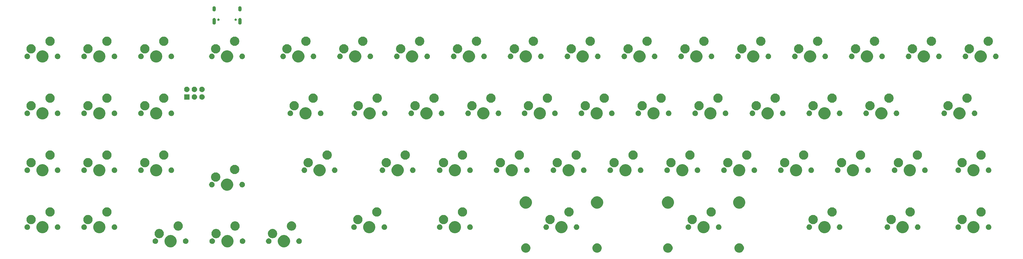
<source format=gbr>
G04 #@! TF.GenerationSoftware,KiCad,Pcbnew,(5.1.4-0-10_14)*
G04 #@! TF.CreationDate,2020-05-24T15:52:24-05:00*
G04 #@! TF.ProjectId,reverie,72657665-7269-4652-9e6b-696361645f70,rev?*
G04 #@! TF.SameCoordinates,Original*
G04 #@! TF.FileFunction,Soldermask,Top*
G04 #@! TF.FilePolarity,Negative*
%FSLAX46Y46*%
G04 Gerber Fmt 4.6, Leading zero omitted, Abs format (unit mm)*
G04 Created by KiCad (PCBNEW (5.1.4-0-10_14)) date 2020-05-24 15:52:24*
%MOMM*%
%LPD*%
G04 APERTURE LIST*
%ADD10C,0.100000*%
G04 APERTURE END LIST*
D10*
G36*
X234368267Y-145267263D02*
G01*
X234520411Y-145297526D01*
X234638912Y-145346611D01*
X234807041Y-145416252D01*
X234892639Y-145473447D01*
X235065004Y-145588617D01*
X235284383Y-145807996D01*
X235399553Y-145980361D01*
X235456748Y-146065959D01*
X235575474Y-146352590D01*
X235636000Y-146656875D01*
X235636000Y-146967125D01*
X235575474Y-147271410D01*
X235456748Y-147558041D01*
X235456747Y-147558042D01*
X235284383Y-147816004D01*
X235065004Y-148035383D01*
X234892639Y-148150553D01*
X234807041Y-148207748D01*
X234639137Y-148277296D01*
X234520411Y-148326474D01*
X234216125Y-148387000D01*
X233905875Y-148387000D01*
X233601589Y-148326474D01*
X233482863Y-148277296D01*
X233314959Y-148207748D01*
X233229361Y-148150553D01*
X233056996Y-148035383D01*
X232837617Y-147816004D01*
X232665253Y-147558042D01*
X232665252Y-147558041D01*
X232546526Y-147271410D01*
X232486000Y-146967125D01*
X232486000Y-146656875D01*
X232546526Y-146352590D01*
X232665252Y-146065959D01*
X232722447Y-145980361D01*
X232837617Y-145807996D01*
X233056996Y-145588617D01*
X233229361Y-145473447D01*
X233314959Y-145416252D01*
X233483088Y-145346611D01*
X233601589Y-145297526D01*
X233753733Y-145267263D01*
X233905875Y-145237000D01*
X234216125Y-145237000D01*
X234368267Y-145267263D01*
X234368267Y-145267263D01*
G37*
G36*
X210492267Y-145267263D02*
G01*
X210644411Y-145297526D01*
X210762912Y-145346611D01*
X210931041Y-145416252D01*
X211016639Y-145473447D01*
X211189004Y-145588617D01*
X211408383Y-145807996D01*
X211523553Y-145980361D01*
X211580748Y-146065959D01*
X211699474Y-146352590D01*
X211760000Y-146656875D01*
X211760000Y-146967125D01*
X211699474Y-147271410D01*
X211580748Y-147558041D01*
X211580747Y-147558042D01*
X211408383Y-147816004D01*
X211189004Y-148035383D01*
X211016639Y-148150553D01*
X210931041Y-148207748D01*
X210763137Y-148277296D01*
X210644411Y-148326474D01*
X210340125Y-148387000D01*
X210029875Y-148387000D01*
X209725589Y-148326474D01*
X209606863Y-148277296D01*
X209438959Y-148207748D01*
X209353361Y-148150553D01*
X209180996Y-148035383D01*
X208961617Y-147816004D01*
X208789253Y-147558042D01*
X208789252Y-147558041D01*
X208670526Y-147271410D01*
X208610000Y-146967125D01*
X208610000Y-146656875D01*
X208670526Y-146352590D01*
X208789252Y-146065959D01*
X208846447Y-145980361D01*
X208961617Y-145807996D01*
X209180996Y-145588617D01*
X209353361Y-145473447D01*
X209438959Y-145416252D01*
X209607088Y-145346611D01*
X209725589Y-145297526D01*
X209877733Y-145267263D01*
X210029875Y-145237000D01*
X210340125Y-145237000D01*
X210492267Y-145267263D01*
X210492267Y-145267263D01*
G37*
G36*
X186743267Y-145267263D02*
G01*
X186895411Y-145297526D01*
X187013912Y-145346611D01*
X187182041Y-145416252D01*
X187267639Y-145473447D01*
X187440004Y-145588617D01*
X187659383Y-145807996D01*
X187774553Y-145980361D01*
X187831748Y-146065959D01*
X187950474Y-146352590D01*
X188011000Y-146656875D01*
X188011000Y-146967125D01*
X187950474Y-147271410D01*
X187831748Y-147558041D01*
X187831747Y-147558042D01*
X187659383Y-147816004D01*
X187440004Y-148035383D01*
X187267639Y-148150553D01*
X187182041Y-148207748D01*
X187014137Y-148277296D01*
X186895411Y-148326474D01*
X186591125Y-148387000D01*
X186280875Y-148387000D01*
X185976589Y-148326474D01*
X185857863Y-148277296D01*
X185689959Y-148207748D01*
X185604361Y-148150553D01*
X185431996Y-148035383D01*
X185212617Y-147816004D01*
X185040253Y-147558042D01*
X185040252Y-147558041D01*
X184921526Y-147271410D01*
X184861000Y-146967125D01*
X184861000Y-146656875D01*
X184921526Y-146352590D01*
X185040252Y-146065959D01*
X185097447Y-145980361D01*
X185212617Y-145807996D01*
X185431996Y-145588617D01*
X185604361Y-145473447D01*
X185689959Y-145416252D01*
X185858088Y-145346611D01*
X185976589Y-145297526D01*
X186128733Y-145267263D01*
X186280875Y-145237000D01*
X186591125Y-145237000D01*
X186743267Y-145267263D01*
X186743267Y-145267263D01*
G37*
G36*
X162867267Y-145267263D02*
G01*
X163019411Y-145297526D01*
X163137912Y-145346611D01*
X163306041Y-145416252D01*
X163391639Y-145473447D01*
X163564004Y-145588617D01*
X163783383Y-145807996D01*
X163898553Y-145980361D01*
X163955748Y-146065959D01*
X164074474Y-146352590D01*
X164135000Y-146656875D01*
X164135000Y-146967125D01*
X164074474Y-147271410D01*
X163955748Y-147558041D01*
X163955747Y-147558042D01*
X163783383Y-147816004D01*
X163564004Y-148035383D01*
X163391639Y-148150553D01*
X163306041Y-148207748D01*
X163138137Y-148277296D01*
X163019411Y-148326474D01*
X162715125Y-148387000D01*
X162404875Y-148387000D01*
X162100589Y-148326474D01*
X161981863Y-148277296D01*
X161813959Y-148207748D01*
X161728361Y-148150553D01*
X161555996Y-148035383D01*
X161336617Y-147816004D01*
X161164253Y-147558042D01*
X161164252Y-147558041D01*
X161045526Y-147271410D01*
X160985000Y-146967125D01*
X160985000Y-146656875D01*
X161045526Y-146352590D01*
X161164252Y-146065959D01*
X161221447Y-145980361D01*
X161336617Y-145807996D01*
X161555996Y-145588617D01*
X161728361Y-145473447D01*
X161813959Y-145416252D01*
X161982088Y-145346611D01*
X162100589Y-145297526D01*
X162252733Y-145267263D01*
X162404875Y-145237000D01*
X162715125Y-145237000D01*
X162867267Y-145267263D01*
X162867267Y-145267263D01*
G37*
G36*
X82130474Y-142559684D02*
G01*
X82348474Y-142649983D01*
X82502623Y-142713833D01*
X82837548Y-142937623D01*
X83122377Y-143222452D01*
X83346167Y-143557377D01*
X83378562Y-143635586D01*
X83500316Y-143929526D01*
X83578900Y-144324594D01*
X83578900Y-144727406D01*
X83500316Y-145122474D01*
X83449451Y-145245272D01*
X83346167Y-145494623D01*
X83122377Y-145829548D01*
X82837548Y-146114377D01*
X82502623Y-146338167D01*
X82348474Y-146402017D01*
X82130474Y-146492316D01*
X81735406Y-146570900D01*
X81332594Y-146570900D01*
X80937526Y-146492316D01*
X80719526Y-146402017D01*
X80565377Y-146338167D01*
X80230452Y-146114377D01*
X79945623Y-145829548D01*
X79721833Y-145494623D01*
X79618549Y-145245272D01*
X79567684Y-145122474D01*
X79489100Y-144727406D01*
X79489100Y-144324594D01*
X79567684Y-143929526D01*
X79689438Y-143635586D01*
X79721833Y-143557377D01*
X79945623Y-143222452D01*
X80230452Y-142937623D01*
X80565377Y-142713833D01*
X80719526Y-142649983D01*
X80937526Y-142559684D01*
X81332594Y-142481100D01*
X81735406Y-142481100D01*
X82130474Y-142559684D01*
X82130474Y-142559684D01*
G37*
G36*
X63207474Y-142559684D02*
G01*
X63425474Y-142649983D01*
X63579623Y-142713833D01*
X63914548Y-142937623D01*
X64199377Y-143222452D01*
X64423167Y-143557377D01*
X64455562Y-143635586D01*
X64577316Y-143929526D01*
X64655900Y-144324594D01*
X64655900Y-144727406D01*
X64577316Y-145122474D01*
X64526451Y-145245272D01*
X64423167Y-145494623D01*
X64199377Y-145829548D01*
X63914548Y-146114377D01*
X63579623Y-146338167D01*
X63425474Y-146402017D01*
X63207474Y-146492316D01*
X62812406Y-146570900D01*
X62409594Y-146570900D01*
X62014526Y-146492316D01*
X61796526Y-146402017D01*
X61642377Y-146338167D01*
X61307452Y-146114377D01*
X61022623Y-145829548D01*
X60798833Y-145494623D01*
X60695549Y-145245272D01*
X60644684Y-145122474D01*
X60566100Y-144727406D01*
X60566100Y-144324594D01*
X60644684Y-143929526D01*
X60766438Y-143635586D01*
X60798833Y-143557377D01*
X61022623Y-143222452D01*
X61307452Y-142937623D01*
X61642377Y-142713833D01*
X61796526Y-142649983D01*
X62014526Y-142559684D01*
X62409594Y-142481100D01*
X62812406Y-142481100D01*
X63207474Y-142559684D01*
X63207474Y-142559684D01*
G37*
G36*
X44157474Y-142559684D02*
G01*
X44375474Y-142649983D01*
X44529623Y-142713833D01*
X44864548Y-142937623D01*
X45149377Y-143222452D01*
X45373167Y-143557377D01*
X45405562Y-143635586D01*
X45527316Y-143929526D01*
X45605900Y-144324594D01*
X45605900Y-144727406D01*
X45527316Y-145122474D01*
X45476451Y-145245272D01*
X45373167Y-145494623D01*
X45149377Y-145829548D01*
X44864548Y-146114377D01*
X44529623Y-146338167D01*
X44375474Y-146402017D01*
X44157474Y-146492316D01*
X43762406Y-146570900D01*
X43359594Y-146570900D01*
X42964526Y-146492316D01*
X42746526Y-146402017D01*
X42592377Y-146338167D01*
X42257452Y-146114377D01*
X41972623Y-145829548D01*
X41748833Y-145494623D01*
X41645549Y-145245272D01*
X41594684Y-145122474D01*
X41516100Y-144727406D01*
X41516100Y-144324594D01*
X41594684Y-143929526D01*
X41716438Y-143635586D01*
X41748833Y-143557377D01*
X41972623Y-143222452D01*
X42257452Y-142937623D01*
X42592377Y-142713833D01*
X42746526Y-142649983D01*
X42964526Y-142559684D01*
X43359594Y-142481100D01*
X43762406Y-142481100D01*
X44157474Y-142559684D01*
X44157474Y-142559684D01*
G37*
G36*
X57801104Y-143635585D02*
G01*
X57969626Y-143705389D01*
X58121291Y-143806728D01*
X58250272Y-143935709D01*
X58351611Y-144087374D01*
X58421415Y-144255896D01*
X58457000Y-144434797D01*
X58457000Y-144617203D01*
X58421415Y-144796104D01*
X58351611Y-144964626D01*
X58250272Y-145116291D01*
X58121291Y-145245272D01*
X57969626Y-145346611D01*
X57801104Y-145416415D01*
X57622203Y-145452000D01*
X57439797Y-145452000D01*
X57260896Y-145416415D01*
X57092374Y-145346611D01*
X56940709Y-145245272D01*
X56811728Y-145116291D01*
X56710389Y-144964626D01*
X56640585Y-144796104D01*
X56605000Y-144617203D01*
X56605000Y-144434797D01*
X56640585Y-144255896D01*
X56710389Y-144087374D01*
X56811728Y-143935709D01*
X56940709Y-143806728D01*
X57092374Y-143705389D01*
X57260896Y-143635585D01*
X57439797Y-143600000D01*
X57622203Y-143600000D01*
X57801104Y-143635585D01*
X57801104Y-143635585D01*
G37*
G36*
X86884104Y-143635585D02*
G01*
X87052626Y-143705389D01*
X87204291Y-143806728D01*
X87333272Y-143935709D01*
X87434611Y-144087374D01*
X87504415Y-144255896D01*
X87540000Y-144434797D01*
X87540000Y-144617203D01*
X87504415Y-144796104D01*
X87434611Y-144964626D01*
X87333272Y-145116291D01*
X87204291Y-145245272D01*
X87052626Y-145346611D01*
X86884104Y-145416415D01*
X86705203Y-145452000D01*
X86522797Y-145452000D01*
X86343896Y-145416415D01*
X86175374Y-145346611D01*
X86023709Y-145245272D01*
X85894728Y-145116291D01*
X85793389Y-144964626D01*
X85723585Y-144796104D01*
X85688000Y-144617203D01*
X85688000Y-144434797D01*
X85723585Y-144255896D01*
X85793389Y-144087374D01*
X85894728Y-143935709D01*
X86023709Y-143806728D01*
X86175374Y-143705389D01*
X86343896Y-143635585D01*
X86522797Y-143600000D01*
X86705203Y-143600000D01*
X86884104Y-143635585D01*
X86884104Y-143635585D01*
G37*
G36*
X48911104Y-143635585D02*
G01*
X49079626Y-143705389D01*
X49231291Y-143806728D01*
X49360272Y-143935709D01*
X49461611Y-144087374D01*
X49531415Y-144255896D01*
X49567000Y-144434797D01*
X49567000Y-144617203D01*
X49531415Y-144796104D01*
X49461611Y-144964626D01*
X49360272Y-145116291D01*
X49231291Y-145245272D01*
X49079626Y-145346611D01*
X48911104Y-145416415D01*
X48732203Y-145452000D01*
X48549797Y-145452000D01*
X48370896Y-145416415D01*
X48202374Y-145346611D01*
X48050709Y-145245272D01*
X47921728Y-145116291D01*
X47820389Y-144964626D01*
X47750585Y-144796104D01*
X47715000Y-144617203D01*
X47715000Y-144434797D01*
X47750585Y-144255896D01*
X47820389Y-144087374D01*
X47921728Y-143935709D01*
X48050709Y-143806728D01*
X48202374Y-143705389D01*
X48370896Y-143635585D01*
X48549797Y-143600000D01*
X48732203Y-143600000D01*
X48911104Y-143635585D01*
X48911104Y-143635585D01*
G37*
G36*
X38751104Y-143635585D02*
G01*
X38919626Y-143705389D01*
X39071291Y-143806728D01*
X39200272Y-143935709D01*
X39301611Y-144087374D01*
X39371415Y-144255896D01*
X39407000Y-144434797D01*
X39407000Y-144617203D01*
X39371415Y-144796104D01*
X39301611Y-144964626D01*
X39200272Y-145116291D01*
X39071291Y-145245272D01*
X38919626Y-145346611D01*
X38751104Y-145416415D01*
X38572203Y-145452000D01*
X38389797Y-145452000D01*
X38210896Y-145416415D01*
X38042374Y-145346611D01*
X37890709Y-145245272D01*
X37761728Y-145116291D01*
X37660389Y-144964626D01*
X37590585Y-144796104D01*
X37555000Y-144617203D01*
X37555000Y-144434797D01*
X37590585Y-144255896D01*
X37660389Y-144087374D01*
X37761728Y-143935709D01*
X37890709Y-143806728D01*
X38042374Y-143705389D01*
X38210896Y-143635585D01*
X38389797Y-143600000D01*
X38572203Y-143600000D01*
X38751104Y-143635585D01*
X38751104Y-143635585D01*
G37*
G36*
X76724104Y-143635585D02*
G01*
X76892626Y-143705389D01*
X77044291Y-143806728D01*
X77173272Y-143935709D01*
X77274611Y-144087374D01*
X77344415Y-144255896D01*
X77380000Y-144434797D01*
X77380000Y-144617203D01*
X77344415Y-144796104D01*
X77274611Y-144964626D01*
X77173272Y-145116291D01*
X77044291Y-145245272D01*
X76892626Y-145346611D01*
X76724104Y-145416415D01*
X76545203Y-145452000D01*
X76362797Y-145452000D01*
X76183896Y-145416415D01*
X76015374Y-145346611D01*
X75863709Y-145245272D01*
X75734728Y-145116291D01*
X75633389Y-144964626D01*
X75563585Y-144796104D01*
X75528000Y-144617203D01*
X75528000Y-144434797D01*
X75563585Y-144255896D01*
X75633389Y-144087374D01*
X75734728Y-143935709D01*
X75863709Y-143806728D01*
X76015374Y-143705389D01*
X76183896Y-143635585D01*
X76362797Y-143600000D01*
X76545203Y-143600000D01*
X76724104Y-143635585D01*
X76724104Y-143635585D01*
G37*
G36*
X67961104Y-143635585D02*
G01*
X68129626Y-143705389D01*
X68281291Y-143806728D01*
X68410272Y-143935709D01*
X68511611Y-144087374D01*
X68581415Y-144255896D01*
X68617000Y-144434797D01*
X68617000Y-144617203D01*
X68581415Y-144796104D01*
X68511611Y-144964626D01*
X68410272Y-145116291D01*
X68281291Y-145245272D01*
X68129626Y-145346611D01*
X67961104Y-145416415D01*
X67782203Y-145452000D01*
X67599797Y-145452000D01*
X67420896Y-145416415D01*
X67252374Y-145346611D01*
X67100709Y-145245272D01*
X66971728Y-145116291D01*
X66870389Y-144964626D01*
X66800585Y-144796104D01*
X66765000Y-144617203D01*
X66765000Y-144434797D01*
X66800585Y-144255896D01*
X66870389Y-144087374D01*
X66971728Y-143935709D01*
X67100709Y-143806728D01*
X67252374Y-143705389D01*
X67420896Y-143635585D01*
X67599797Y-143600000D01*
X67782203Y-143600000D01*
X67961104Y-143635585D01*
X67961104Y-143635585D01*
G37*
G36*
X40053585Y-140464802D02*
G01*
X40203410Y-140494604D01*
X40485674Y-140611521D01*
X40739705Y-140781259D01*
X40955741Y-140997295D01*
X41125479Y-141251326D01*
X41242396Y-141533590D01*
X41272198Y-141683415D01*
X41294059Y-141793315D01*
X41302000Y-141833240D01*
X41302000Y-142138760D01*
X41242396Y-142438410D01*
X41125479Y-142720674D01*
X40955741Y-142974705D01*
X40739705Y-143190741D01*
X40485674Y-143360479D01*
X40203410Y-143477396D01*
X40053585Y-143507198D01*
X39903761Y-143537000D01*
X39598239Y-143537000D01*
X39448415Y-143507198D01*
X39298590Y-143477396D01*
X39016326Y-143360479D01*
X38762295Y-143190741D01*
X38546259Y-142974705D01*
X38376521Y-142720674D01*
X38259604Y-142438410D01*
X38200000Y-142138760D01*
X38200000Y-141833240D01*
X38207942Y-141793315D01*
X38229802Y-141683415D01*
X38259604Y-141533590D01*
X38376521Y-141251326D01*
X38546259Y-140997295D01*
X38762295Y-140781259D01*
X39016326Y-140611521D01*
X39298590Y-140494604D01*
X39448415Y-140464802D01*
X39598239Y-140435000D01*
X39903761Y-140435000D01*
X40053585Y-140464802D01*
X40053585Y-140464802D01*
G37*
G36*
X59103585Y-140464802D02*
G01*
X59253410Y-140494604D01*
X59535674Y-140611521D01*
X59789705Y-140781259D01*
X60005741Y-140997295D01*
X60175479Y-141251326D01*
X60292396Y-141533590D01*
X60322198Y-141683415D01*
X60344059Y-141793315D01*
X60352000Y-141833240D01*
X60352000Y-142138760D01*
X60292396Y-142438410D01*
X60175479Y-142720674D01*
X60005741Y-142974705D01*
X59789705Y-143190741D01*
X59535674Y-143360479D01*
X59253410Y-143477396D01*
X59103585Y-143507198D01*
X58953761Y-143537000D01*
X58648239Y-143537000D01*
X58498415Y-143507198D01*
X58348590Y-143477396D01*
X58066326Y-143360479D01*
X57812295Y-143190741D01*
X57596259Y-142974705D01*
X57426521Y-142720674D01*
X57309604Y-142438410D01*
X57250000Y-142138760D01*
X57250000Y-141833240D01*
X57257942Y-141793315D01*
X57279802Y-141683415D01*
X57309604Y-141533590D01*
X57426521Y-141251326D01*
X57596259Y-140997295D01*
X57812295Y-140781259D01*
X58066326Y-140611521D01*
X58348590Y-140494604D01*
X58498415Y-140464802D01*
X58648239Y-140435000D01*
X58953761Y-140435000D01*
X59103585Y-140464802D01*
X59103585Y-140464802D01*
G37*
G36*
X78026585Y-140464802D02*
G01*
X78176410Y-140494604D01*
X78458674Y-140611521D01*
X78712705Y-140781259D01*
X78928741Y-140997295D01*
X79098479Y-141251326D01*
X79215396Y-141533590D01*
X79245198Y-141683415D01*
X79267059Y-141793315D01*
X79275000Y-141833240D01*
X79275000Y-142138760D01*
X79215396Y-142438410D01*
X79098479Y-142720674D01*
X78928741Y-142974705D01*
X78712705Y-143190741D01*
X78458674Y-143360479D01*
X78176410Y-143477396D01*
X78026585Y-143507198D01*
X77876761Y-143537000D01*
X77571239Y-143537000D01*
X77421415Y-143507198D01*
X77271590Y-143477396D01*
X76989326Y-143360479D01*
X76735295Y-143190741D01*
X76519259Y-142974705D01*
X76349521Y-142720674D01*
X76232604Y-142438410D01*
X76173000Y-142138760D01*
X76173000Y-141833240D01*
X76180942Y-141793315D01*
X76202802Y-141683415D01*
X76232604Y-141533590D01*
X76349521Y-141251326D01*
X76519259Y-140997295D01*
X76735295Y-140781259D01*
X76989326Y-140611521D01*
X77271590Y-140494604D01*
X77421415Y-140464802D01*
X77571239Y-140435000D01*
X77876761Y-140435000D01*
X78026585Y-140464802D01*
X78026585Y-140464802D01*
G37*
G36*
X175094474Y-137860684D02*
G01*
X175312474Y-137950983D01*
X175466623Y-138014833D01*
X175801548Y-138238623D01*
X176086377Y-138523452D01*
X176310167Y-138858377D01*
X176342562Y-138936586D01*
X176464316Y-139230526D01*
X176542900Y-139625594D01*
X176542900Y-140028406D01*
X176464316Y-140423474D01*
X176413451Y-140546272D01*
X176310167Y-140795623D01*
X176086377Y-141130548D01*
X175801548Y-141415377D01*
X175466623Y-141639167D01*
X175312474Y-141703017D01*
X175094474Y-141793316D01*
X174699406Y-141871900D01*
X174296594Y-141871900D01*
X173901526Y-141793316D01*
X173683526Y-141703017D01*
X173529377Y-141639167D01*
X173194452Y-141415377D01*
X172909623Y-141130548D01*
X172685833Y-140795623D01*
X172582549Y-140546272D01*
X172531684Y-140423474D01*
X172453100Y-140028406D01*
X172453100Y-139625594D01*
X172531684Y-139230526D01*
X172653438Y-138936586D01*
X172685833Y-138858377D01*
X172909623Y-138523452D01*
X173194452Y-138238623D01*
X173529377Y-138014833D01*
X173683526Y-137950983D01*
X173901526Y-137860684D01*
X174296594Y-137782100D01*
X174699406Y-137782100D01*
X175094474Y-137860684D01*
X175094474Y-137860684D01*
G37*
G36*
X313143474Y-137860684D02*
G01*
X313361474Y-137950983D01*
X313515623Y-138014833D01*
X313850548Y-138238623D01*
X314135377Y-138523452D01*
X314359167Y-138858377D01*
X314391562Y-138936586D01*
X314513316Y-139230526D01*
X314591900Y-139625594D01*
X314591900Y-140028406D01*
X314513316Y-140423474D01*
X314462451Y-140546272D01*
X314359167Y-140795623D01*
X314135377Y-141130548D01*
X313850548Y-141415377D01*
X313515623Y-141639167D01*
X313361474Y-141703017D01*
X313143474Y-141793316D01*
X312748406Y-141871900D01*
X312345594Y-141871900D01*
X311950526Y-141793316D01*
X311732526Y-141703017D01*
X311578377Y-141639167D01*
X311243452Y-141415377D01*
X310958623Y-141130548D01*
X310734833Y-140795623D01*
X310631549Y-140546272D01*
X310580684Y-140423474D01*
X310502100Y-140028406D01*
X310502100Y-139625594D01*
X310580684Y-139230526D01*
X310702438Y-138936586D01*
X310734833Y-138858377D01*
X310958623Y-138523452D01*
X311243452Y-138238623D01*
X311578377Y-138014833D01*
X311732526Y-137950983D01*
X311950526Y-137860684D01*
X312345594Y-137782100D01*
X312748406Y-137782100D01*
X313143474Y-137860684D01*
X313143474Y-137860684D01*
G37*
G36*
X289394474Y-137860684D02*
G01*
X289612474Y-137950983D01*
X289766623Y-138014833D01*
X290101548Y-138238623D01*
X290386377Y-138523452D01*
X290610167Y-138858377D01*
X290642562Y-138936586D01*
X290764316Y-139230526D01*
X290842900Y-139625594D01*
X290842900Y-140028406D01*
X290764316Y-140423474D01*
X290713451Y-140546272D01*
X290610167Y-140795623D01*
X290386377Y-141130548D01*
X290101548Y-141415377D01*
X289766623Y-141639167D01*
X289612474Y-141703017D01*
X289394474Y-141793316D01*
X288999406Y-141871900D01*
X288596594Y-141871900D01*
X288201526Y-141793316D01*
X287983526Y-141703017D01*
X287829377Y-141639167D01*
X287494452Y-141415377D01*
X287209623Y-141130548D01*
X286985833Y-140795623D01*
X286882549Y-140546272D01*
X286831684Y-140423474D01*
X286753100Y-140028406D01*
X286753100Y-139625594D01*
X286831684Y-139230526D01*
X286953438Y-138936586D01*
X286985833Y-138858377D01*
X287209623Y-138523452D01*
X287494452Y-138238623D01*
X287829377Y-138014833D01*
X287983526Y-137950983D01*
X288201526Y-137860684D01*
X288596594Y-137782100D01*
X288999406Y-137782100D01*
X289394474Y-137860684D01*
X289394474Y-137860684D01*
G37*
G36*
X263232474Y-137860684D02*
G01*
X263450474Y-137950983D01*
X263604623Y-138014833D01*
X263939548Y-138238623D01*
X264224377Y-138523452D01*
X264448167Y-138858377D01*
X264480562Y-138936586D01*
X264602316Y-139230526D01*
X264680900Y-139625594D01*
X264680900Y-140028406D01*
X264602316Y-140423474D01*
X264551451Y-140546272D01*
X264448167Y-140795623D01*
X264224377Y-141130548D01*
X263939548Y-141415377D01*
X263604623Y-141639167D01*
X263450474Y-141703017D01*
X263232474Y-141793316D01*
X262837406Y-141871900D01*
X262434594Y-141871900D01*
X262039526Y-141793316D01*
X261821526Y-141703017D01*
X261667377Y-141639167D01*
X261332452Y-141415377D01*
X261047623Y-141130548D01*
X260823833Y-140795623D01*
X260720549Y-140546272D01*
X260669684Y-140423474D01*
X260591100Y-140028406D01*
X260591100Y-139625594D01*
X260669684Y-139230526D01*
X260791438Y-138936586D01*
X260823833Y-138858377D01*
X261047623Y-138523452D01*
X261332452Y-138238623D01*
X261667377Y-138014833D01*
X261821526Y-137950983D01*
X262039526Y-137860684D01*
X262434594Y-137782100D01*
X262837406Y-137782100D01*
X263232474Y-137860684D01*
X263232474Y-137860684D01*
G37*
G36*
X222719474Y-137860684D02*
G01*
X222937474Y-137950983D01*
X223091623Y-138014833D01*
X223426548Y-138238623D01*
X223711377Y-138523452D01*
X223935167Y-138858377D01*
X223967562Y-138936586D01*
X224089316Y-139230526D01*
X224167900Y-139625594D01*
X224167900Y-140028406D01*
X224089316Y-140423474D01*
X224038451Y-140546272D01*
X223935167Y-140795623D01*
X223711377Y-141130548D01*
X223426548Y-141415377D01*
X223091623Y-141639167D01*
X222937474Y-141703017D01*
X222719474Y-141793316D01*
X222324406Y-141871900D01*
X221921594Y-141871900D01*
X221526526Y-141793316D01*
X221308526Y-141703017D01*
X221154377Y-141639167D01*
X220819452Y-141415377D01*
X220534623Y-141130548D01*
X220310833Y-140795623D01*
X220207549Y-140546272D01*
X220156684Y-140423474D01*
X220078100Y-140028406D01*
X220078100Y-139625594D01*
X220156684Y-139230526D01*
X220278438Y-138936586D01*
X220310833Y-138858377D01*
X220534623Y-138523452D01*
X220819452Y-138238623D01*
X221154377Y-138014833D01*
X221308526Y-137950983D01*
X221526526Y-137860684D01*
X221921594Y-137782100D01*
X222324406Y-137782100D01*
X222719474Y-137860684D01*
X222719474Y-137860684D01*
G37*
G36*
X139407474Y-137860684D02*
G01*
X139625474Y-137950983D01*
X139779623Y-138014833D01*
X140114548Y-138238623D01*
X140399377Y-138523452D01*
X140623167Y-138858377D01*
X140655562Y-138936586D01*
X140777316Y-139230526D01*
X140855900Y-139625594D01*
X140855900Y-140028406D01*
X140777316Y-140423474D01*
X140726451Y-140546272D01*
X140623167Y-140795623D01*
X140399377Y-141130548D01*
X140114548Y-141415377D01*
X139779623Y-141639167D01*
X139625474Y-141703017D01*
X139407474Y-141793316D01*
X139012406Y-141871900D01*
X138609594Y-141871900D01*
X138214526Y-141793316D01*
X137996526Y-141703017D01*
X137842377Y-141639167D01*
X137507452Y-141415377D01*
X137222623Y-141130548D01*
X136998833Y-140795623D01*
X136895549Y-140546272D01*
X136844684Y-140423474D01*
X136766100Y-140028406D01*
X136766100Y-139625594D01*
X136844684Y-139230526D01*
X136966438Y-138936586D01*
X136998833Y-138858377D01*
X137222623Y-138523452D01*
X137507452Y-138238623D01*
X137842377Y-138014833D01*
X137996526Y-137950983D01*
X138214526Y-137860684D01*
X138609594Y-137782100D01*
X139012406Y-137782100D01*
X139407474Y-137860684D01*
X139407474Y-137860684D01*
G37*
G36*
X20281474Y-137860684D02*
G01*
X20499474Y-137950983D01*
X20653623Y-138014833D01*
X20988548Y-138238623D01*
X21273377Y-138523452D01*
X21497167Y-138858377D01*
X21529562Y-138936586D01*
X21651316Y-139230526D01*
X21729900Y-139625594D01*
X21729900Y-140028406D01*
X21651316Y-140423474D01*
X21600451Y-140546272D01*
X21497167Y-140795623D01*
X21273377Y-141130548D01*
X20988548Y-141415377D01*
X20653623Y-141639167D01*
X20499474Y-141703017D01*
X20281474Y-141793316D01*
X19886406Y-141871900D01*
X19483594Y-141871900D01*
X19088526Y-141793316D01*
X18870526Y-141703017D01*
X18716377Y-141639167D01*
X18381452Y-141415377D01*
X18096623Y-141130548D01*
X17872833Y-140795623D01*
X17769549Y-140546272D01*
X17718684Y-140423474D01*
X17640100Y-140028406D01*
X17640100Y-139625594D01*
X17718684Y-139230526D01*
X17840438Y-138936586D01*
X17872833Y-138858377D01*
X18096623Y-138523452D01*
X18381452Y-138238623D01*
X18716377Y-138014833D01*
X18870526Y-137950983D01*
X19088526Y-137860684D01*
X19483594Y-137782100D01*
X19886406Y-137782100D01*
X20281474Y-137860684D01*
X20281474Y-137860684D01*
G37*
G36*
X110705474Y-137860684D02*
G01*
X110923474Y-137950983D01*
X111077623Y-138014833D01*
X111412548Y-138238623D01*
X111697377Y-138523452D01*
X111921167Y-138858377D01*
X111953562Y-138936586D01*
X112075316Y-139230526D01*
X112153900Y-139625594D01*
X112153900Y-140028406D01*
X112075316Y-140423474D01*
X112024451Y-140546272D01*
X111921167Y-140795623D01*
X111697377Y-141130548D01*
X111412548Y-141415377D01*
X111077623Y-141639167D01*
X110923474Y-141703017D01*
X110705474Y-141793316D01*
X110310406Y-141871900D01*
X109907594Y-141871900D01*
X109512526Y-141793316D01*
X109294526Y-141703017D01*
X109140377Y-141639167D01*
X108805452Y-141415377D01*
X108520623Y-141130548D01*
X108296833Y-140795623D01*
X108193549Y-140546272D01*
X108142684Y-140423474D01*
X108064100Y-140028406D01*
X108064100Y-139625594D01*
X108142684Y-139230526D01*
X108264438Y-138936586D01*
X108296833Y-138858377D01*
X108520623Y-138523452D01*
X108805452Y-138238623D01*
X109140377Y-138014833D01*
X109294526Y-137950983D01*
X109512526Y-137860684D01*
X109907594Y-137782100D01*
X110310406Y-137782100D01*
X110705474Y-137860684D01*
X110705474Y-137860684D01*
G37*
G36*
X1231474Y-137860684D02*
G01*
X1449474Y-137950983D01*
X1603623Y-138014833D01*
X1938548Y-138238623D01*
X2223377Y-138523452D01*
X2447167Y-138858377D01*
X2479562Y-138936586D01*
X2601316Y-139230526D01*
X2679900Y-139625594D01*
X2679900Y-140028406D01*
X2601316Y-140423474D01*
X2550451Y-140546272D01*
X2447167Y-140795623D01*
X2223377Y-141130548D01*
X1938548Y-141415377D01*
X1603623Y-141639167D01*
X1449474Y-141703017D01*
X1231474Y-141793316D01*
X836406Y-141871900D01*
X433594Y-141871900D01*
X38526Y-141793316D01*
X-179474Y-141703017D01*
X-333623Y-141639167D01*
X-668548Y-141415377D01*
X-953377Y-141130548D01*
X-1177167Y-140795623D01*
X-1280451Y-140546272D01*
X-1331316Y-140423474D01*
X-1409900Y-140028406D01*
X-1409900Y-139625594D01*
X-1331316Y-139230526D01*
X-1209562Y-138936586D01*
X-1177167Y-138858377D01*
X-953377Y-138523452D01*
X-668548Y-138238623D01*
X-333623Y-138014833D01*
X-179474Y-137950983D01*
X38526Y-137860684D01*
X433594Y-137782100D01*
X836406Y-137782100D01*
X1231474Y-137860684D01*
X1231474Y-137860684D01*
G37*
G36*
X65453585Y-137924802D02*
G01*
X65603410Y-137954604D01*
X65885674Y-138071521D01*
X66139705Y-138241259D01*
X66355741Y-138457295D01*
X66525479Y-138711326D01*
X66618784Y-138936586D01*
X66642396Y-138993591D01*
X66702000Y-139293239D01*
X66702000Y-139598761D01*
X66696662Y-139625595D01*
X66642396Y-139898410D01*
X66525479Y-140180674D01*
X66355741Y-140434705D01*
X66139705Y-140650741D01*
X65885674Y-140820479D01*
X65603410Y-140937396D01*
X65453585Y-140967198D01*
X65303761Y-140997000D01*
X64998239Y-140997000D01*
X64848415Y-140967198D01*
X64698590Y-140937396D01*
X64416326Y-140820479D01*
X64162295Y-140650741D01*
X63946259Y-140434705D01*
X63776521Y-140180674D01*
X63659604Y-139898410D01*
X63605338Y-139625595D01*
X63600000Y-139598761D01*
X63600000Y-139293239D01*
X63659604Y-138993591D01*
X63683216Y-138936586D01*
X63776521Y-138711326D01*
X63946259Y-138457295D01*
X64162295Y-138241259D01*
X64416326Y-138071521D01*
X64698590Y-137954604D01*
X64848415Y-137924802D01*
X64998239Y-137895000D01*
X65303761Y-137895000D01*
X65453585Y-137924802D01*
X65453585Y-137924802D01*
G37*
G36*
X46403585Y-137924802D02*
G01*
X46553410Y-137954604D01*
X46835674Y-138071521D01*
X47089705Y-138241259D01*
X47305741Y-138457295D01*
X47475479Y-138711326D01*
X47568784Y-138936586D01*
X47592396Y-138993591D01*
X47652000Y-139293239D01*
X47652000Y-139598761D01*
X47646662Y-139625595D01*
X47592396Y-139898410D01*
X47475479Y-140180674D01*
X47305741Y-140434705D01*
X47089705Y-140650741D01*
X46835674Y-140820479D01*
X46553410Y-140937396D01*
X46403585Y-140967198D01*
X46253761Y-140997000D01*
X45948239Y-140997000D01*
X45798415Y-140967198D01*
X45648590Y-140937396D01*
X45366326Y-140820479D01*
X45112295Y-140650741D01*
X44896259Y-140434705D01*
X44726521Y-140180674D01*
X44609604Y-139898410D01*
X44555338Y-139625595D01*
X44550000Y-139598761D01*
X44550000Y-139293239D01*
X44609604Y-138993591D01*
X44633216Y-138936586D01*
X44726521Y-138711326D01*
X44896259Y-138457295D01*
X45112295Y-138241259D01*
X45366326Y-138071521D01*
X45648590Y-137954604D01*
X45798415Y-137924802D01*
X45948239Y-137895000D01*
X46253761Y-137895000D01*
X46403585Y-137924802D01*
X46403585Y-137924802D01*
G37*
G36*
X84376585Y-137924802D02*
G01*
X84526410Y-137954604D01*
X84808674Y-138071521D01*
X85062705Y-138241259D01*
X85278741Y-138457295D01*
X85448479Y-138711326D01*
X85541784Y-138936586D01*
X85565396Y-138993591D01*
X85625000Y-139293239D01*
X85625000Y-139598761D01*
X85619662Y-139625595D01*
X85565396Y-139898410D01*
X85448479Y-140180674D01*
X85278741Y-140434705D01*
X85062705Y-140650741D01*
X84808674Y-140820479D01*
X84526410Y-140937396D01*
X84376585Y-140967198D01*
X84226761Y-140997000D01*
X83921239Y-140997000D01*
X83771415Y-140967198D01*
X83621590Y-140937396D01*
X83339326Y-140820479D01*
X83085295Y-140650741D01*
X82869259Y-140434705D01*
X82699521Y-140180674D01*
X82582604Y-139898410D01*
X82528338Y-139625595D01*
X82523000Y-139598761D01*
X82523000Y-139293239D01*
X82582604Y-138993591D01*
X82606216Y-138936586D01*
X82699521Y-138711326D01*
X82869259Y-138457295D01*
X83085295Y-138241259D01*
X83339326Y-138071521D01*
X83621590Y-137954604D01*
X83771415Y-137924802D01*
X83921239Y-137895000D01*
X84226761Y-137895000D01*
X84376585Y-137924802D01*
X84376585Y-137924802D01*
G37*
G36*
X283988104Y-138936585D02*
G01*
X284156626Y-139006389D01*
X284308291Y-139107728D01*
X284437272Y-139236709D01*
X284538611Y-139388374D01*
X284608415Y-139556896D01*
X284644000Y-139735797D01*
X284644000Y-139918203D01*
X284608415Y-140097104D01*
X284538611Y-140265626D01*
X284437272Y-140417291D01*
X284308291Y-140546272D01*
X284156626Y-140647611D01*
X283988104Y-140717415D01*
X283809203Y-140753000D01*
X283626797Y-140753000D01*
X283447896Y-140717415D01*
X283279374Y-140647611D01*
X283127709Y-140546272D01*
X282998728Y-140417291D01*
X282897389Y-140265626D01*
X282827585Y-140097104D01*
X282792000Y-139918203D01*
X282792000Y-139735797D01*
X282827585Y-139556896D01*
X282897389Y-139388374D01*
X282998728Y-139236709D01*
X283127709Y-139107728D01*
X283279374Y-139006389D01*
X283447896Y-138936585D01*
X283626797Y-138901000D01*
X283809203Y-138901000D01*
X283988104Y-138936585D01*
X283988104Y-138936585D01*
G37*
G36*
X317897104Y-138936585D02*
G01*
X318065626Y-139006389D01*
X318217291Y-139107728D01*
X318346272Y-139236709D01*
X318447611Y-139388374D01*
X318517415Y-139556896D01*
X318553000Y-139735797D01*
X318553000Y-139918203D01*
X318517415Y-140097104D01*
X318447611Y-140265626D01*
X318346272Y-140417291D01*
X318217291Y-140546272D01*
X318065626Y-140647611D01*
X317897104Y-140717415D01*
X317718203Y-140753000D01*
X317535797Y-140753000D01*
X317356896Y-140717415D01*
X317188374Y-140647611D01*
X317036709Y-140546272D01*
X316907728Y-140417291D01*
X316806389Y-140265626D01*
X316736585Y-140097104D01*
X316701000Y-139918203D01*
X316701000Y-139735797D01*
X316736585Y-139556896D01*
X316806389Y-139388374D01*
X316907728Y-139236709D01*
X317036709Y-139107728D01*
X317188374Y-139006389D01*
X317356896Y-138936585D01*
X317535797Y-138901000D01*
X317718203Y-138901000D01*
X317897104Y-138936585D01*
X317897104Y-138936585D01*
G37*
G36*
X307737104Y-138936585D02*
G01*
X307905626Y-139006389D01*
X308057291Y-139107728D01*
X308186272Y-139236709D01*
X308287611Y-139388374D01*
X308357415Y-139556896D01*
X308393000Y-139735797D01*
X308393000Y-139918203D01*
X308357415Y-140097104D01*
X308287611Y-140265626D01*
X308186272Y-140417291D01*
X308057291Y-140546272D01*
X307905626Y-140647611D01*
X307737104Y-140717415D01*
X307558203Y-140753000D01*
X307375797Y-140753000D01*
X307196896Y-140717415D01*
X307028374Y-140647611D01*
X306876709Y-140546272D01*
X306747728Y-140417291D01*
X306646389Y-140265626D01*
X306576585Y-140097104D01*
X306541000Y-139918203D01*
X306541000Y-139735797D01*
X306576585Y-139556896D01*
X306646389Y-139388374D01*
X306747728Y-139236709D01*
X306876709Y-139107728D01*
X307028374Y-139006389D01*
X307196896Y-138936585D01*
X307375797Y-138901000D01*
X307558203Y-138901000D01*
X307737104Y-138936585D01*
X307737104Y-138936585D01*
G37*
G36*
X257826104Y-138936585D02*
G01*
X257994626Y-139006389D01*
X258146291Y-139107728D01*
X258275272Y-139236709D01*
X258376611Y-139388374D01*
X258446415Y-139556896D01*
X258482000Y-139735797D01*
X258482000Y-139918203D01*
X258446415Y-140097104D01*
X258376611Y-140265626D01*
X258275272Y-140417291D01*
X258146291Y-140546272D01*
X257994626Y-140647611D01*
X257826104Y-140717415D01*
X257647203Y-140753000D01*
X257464797Y-140753000D01*
X257285896Y-140717415D01*
X257117374Y-140647611D01*
X256965709Y-140546272D01*
X256836728Y-140417291D01*
X256735389Y-140265626D01*
X256665585Y-140097104D01*
X256630000Y-139918203D01*
X256630000Y-139735797D01*
X256665585Y-139556896D01*
X256735389Y-139388374D01*
X256836728Y-139236709D01*
X256965709Y-139107728D01*
X257117374Y-139006389D01*
X257285896Y-138936585D01*
X257464797Y-138901000D01*
X257647203Y-138901000D01*
X257826104Y-138936585D01*
X257826104Y-138936585D01*
G37*
G36*
X294148104Y-138936585D02*
G01*
X294316626Y-139006389D01*
X294468291Y-139107728D01*
X294597272Y-139236709D01*
X294698611Y-139388374D01*
X294768415Y-139556896D01*
X294804000Y-139735797D01*
X294804000Y-139918203D01*
X294768415Y-140097104D01*
X294698611Y-140265626D01*
X294597272Y-140417291D01*
X294468291Y-140546272D01*
X294316626Y-140647611D01*
X294148104Y-140717415D01*
X293969203Y-140753000D01*
X293786797Y-140753000D01*
X293607896Y-140717415D01*
X293439374Y-140647611D01*
X293287709Y-140546272D01*
X293158728Y-140417291D01*
X293057389Y-140265626D01*
X292987585Y-140097104D01*
X292952000Y-139918203D01*
X292952000Y-139735797D01*
X292987585Y-139556896D01*
X293057389Y-139388374D01*
X293158728Y-139236709D01*
X293287709Y-139107728D01*
X293439374Y-139006389D01*
X293607896Y-138936585D01*
X293786797Y-138901000D01*
X293969203Y-138901000D01*
X294148104Y-138936585D01*
X294148104Y-138936585D01*
G37*
G36*
X267986104Y-138936585D02*
G01*
X268154626Y-139006389D01*
X268306291Y-139107728D01*
X268435272Y-139236709D01*
X268536611Y-139388374D01*
X268606415Y-139556896D01*
X268642000Y-139735797D01*
X268642000Y-139918203D01*
X268606415Y-140097104D01*
X268536611Y-140265626D01*
X268435272Y-140417291D01*
X268306291Y-140546272D01*
X268154626Y-140647611D01*
X267986104Y-140717415D01*
X267807203Y-140753000D01*
X267624797Y-140753000D01*
X267445896Y-140717415D01*
X267277374Y-140647611D01*
X267125709Y-140546272D01*
X266996728Y-140417291D01*
X266895389Y-140265626D01*
X266825585Y-140097104D01*
X266790000Y-139918203D01*
X266790000Y-139735797D01*
X266825585Y-139556896D01*
X266895389Y-139388374D01*
X266996728Y-139236709D01*
X267125709Y-139107728D01*
X267277374Y-139006389D01*
X267445896Y-138936585D01*
X267624797Y-138901000D01*
X267807203Y-138901000D01*
X267986104Y-138936585D01*
X267986104Y-138936585D01*
G37*
G36*
X227473104Y-138936585D02*
G01*
X227641626Y-139006389D01*
X227793291Y-139107728D01*
X227922272Y-139236709D01*
X228023611Y-139388374D01*
X228093415Y-139556896D01*
X228129000Y-139735797D01*
X228129000Y-139918203D01*
X228093415Y-140097104D01*
X228023611Y-140265626D01*
X227922272Y-140417291D01*
X227793291Y-140546272D01*
X227641626Y-140647611D01*
X227473104Y-140717415D01*
X227294203Y-140753000D01*
X227111797Y-140753000D01*
X226932896Y-140717415D01*
X226764374Y-140647611D01*
X226612709Y-140546272D01*
X226483728Y-140417291D01*
X226382389Y-140265626D01*
X226312585Y-140097104D01*
X226277000Y-139918203D01*
X226277000Y-139735797D01*
X226312585Y-139556896D01*
X226382389Y-139388374D01*
X226483728Y-139236709D01*
X226612709Y-139107728D01*
X226764374Y-139006389D01*
X226932896Y-138936585D01*
X227111797Y-138901000D01*
X227294203Y-138901000D01*
X227473104Y-138936585D01*
X227473104Y-138936585D01*
G37*
G36*
X217313104Y-138936585D02*
G01*
X217481626Y-139006389D01*
X217633291Y-139107728D01*
X217762272Y-139236709D01*
X217863611Y-139388374D01*
X217933415Y-139556896D01*
X217969000Y-139735797D01*
X217969000Y-139918203D01*
X217933415Y-140097104D01*
X217863611Y-140265626D01*
X217762272Y-140417291D01*
X217633291Y-140546272D01*
X217481626Y-140647611D01*
X217313104Y-140717415D01*
X217134203Y-140753000D01*
X216951797Y-140753000D01*
X216772896Y-140717415D01*
X216604374Y-140647611D01*
X216452709Y-140546272D01*
X216323728Y-140417291D01*
X216222389Y-140265626D01*
X216152585Y-140097104D01*
X216117000Y-139918203D01*
X216117000Y-139735797D01*
X216152585Y-139556896D01*
X216222389Y-139388374D01*
X216323728Y-139236709D01*
X216452709Y-139107728D01*
X216604374Y-139006389D01*
X216772896Y-138936585D01*
X216951797Y-138901000D01*
X217134203Y-138901000D01*
X217313104Y-138936585D01*
X217313104Y-138936585D01*
G37*
G36*
X179848104Y-138936585D02*
G01*
X180016626Y-139006389D01*
X180168291Y-139107728D01*
X180297272Y-139236709D01*
X180398611Y-139388374D01*
X180468415Y-139556896D01*
X180504000Y-139735797D01*
X180504000Y-139918203D01*
X180468415Y-140097104D01*
X180398611Y-140265626D01*
X180297272Y-140417291D01*
X180168291Y-140546272D01*
X180016626Y-140647611D01*
X179848104Y-140717415D01*
X179669203Y-140753000D01*
X179486797Y-140753000D01*
X179307896Y-140717415D01*
X179139374Y-140647611D01*
X178987709Y-140546272D01*
X178858728Y-140417291D01*
X178757389Y-140265626D01*
X178687585Y-140097104D01*
X178652000Y-139918203D01*
X178652000Y-139735797D01*
X178687585Y-139556896D01*
X178757389Y-139388374D01*
X178858728Y-139236709D01*
X178987709Y-139107728D01*
X179139374Y-139006389D01*
X179307896Y-138936585D01*
X179486797Y-138901000D01*
X179669203Y-138901000D01*
X179848104Y-138936585D01*
X179848104Y-138936585D01*
G37*
G36*
X169688104Y-138936585D02*
G01*
X169856626Y-139006389D01*
X170008291Y-139107728D01*
X170137272Y-139236709D01*
X170238611Y-139388374D01*
X170308415Y-139556896D01*
X170344000Y-139735797D01*
X170344000Y-139918203D01*
X170308415Y-140097104D01*
X170238611Y-140265626D01*
X170137272Y-140417291D01*
X170008291Y-140546272D01*
X169856626Y-140647611D01*
X169688104Y-140717415D01*
X169509203Y-140753000D01*
X169326797Y-140753000D01*
X169147896Y-140717415D01*
X168979374Y-140647611D01*
X168827709Y-140546272D01*
X168698728Y-140417291D01*
X168597389Y-140265626D01*
X168527585Y-140097104D01*
X168492000Y-139918203D01*
X168492000Y-139735797D01*
X168527585Y-139556896D01*
X168597389Y-139388374D01*
X168698728Y-139236709D01*
X168827709Y-139107728D01*
X168979374Y-139006389D01*
X169147896Y-138936585D01*
X169326797Y-138901000D01*
X169509203Y-138901000D01*
X169688104Y-138936585D01*
X169688104Y-138936585D01*
G37*
G36*
X144161104Y-138936585D02*
G01*
X144329626Y-139006389D01*
X144481291Y-139107728D01*
X144610272Y-139236709D01*
X144711611Y-139388374D01*
X144781415Y-139556896D01*
X144817000Y-139735797D01*
X144817000Y-139918203D01*
X144781415Y-140097104D01*
X144711611Y-140265626D01*
X144610272Y-140417291D01*
X144481291Y-140546272D01*
X144329626Y-140647611D01*
X144161104Y-140717415D01*
X143982203Y-140753000D01*
X143799797Y-140753000D01*
X143620896Y-140717415D01*
X143452374Y-140647611D01*
X143300709Y-140546272D01*
X143171728Y-140417291D01*
X143070389Y-140265626D01*
X143000585Y-140097104D01*
X142965000Y-139918203D01*
X142965000Y-139735797D01*
X143000585Y-139556896D01*
X143070389Y-139388374D01*
X143171728Y-139236709D01*
X143300709Y-139107728D01*
X143452374Y-139006389D01*
X143620896Y-138936585D01*
X143799797Y-138901000D01*
X143982203Y-138901000D01*
X144161104Y-138936585D01*
X144161104Y-138936585D01*
G37*
G36*
X134001104Y-138936585D02*
G01*
X134169626Y-139006389D01*
X134321291Y-139107728D01*
X134450272Y-139236709D01*
X134551611Y-139388374D01*
X134621415Y-139556896D01*
X134657000Y-139735797D01*
X134657000Y-139918203D01*
X134621415Y-140097104D01*
X134551611Y-140265626D01*
X134450272Y-140417291D01*
X134321291Y-140546272D01*
X134169626Y-140647611D01*
X134001104Y-140717415D01*
X133822203Y-140753000D01*
X133639797Y-140753000D01*
X133460896Y-140717415D01*
X133292374Y-140647611D01*
X133140709Y-140546272D01*
X133011728Y-140417291D01*
X132910389Y-140265626D01*
X132840585Y-140097104D01*
X132805000Y-139918203D01*
X132805000Y-139735797D01*
X132840585Y-139556896D01*
X132910389Y-139388374D01*
X133011728Y-139236709D01*
X133140709Y-139107728D01*
X133292374Y-139006389D01*
X133460896Y-138936585D01*
X133639797Y-138901000D01*
X133822203Y-138901000D01*
X134001104Y-138936585D01*
X134001104Y-138936585D01*
G37*
G36*
X115459104Y-138936585D02*
G01*
X115627626Y-139006389D01*
X115779291Y-139107728D01*
X115908272Y-139236709D01*
X116009611Y-139388374D01*
X116079415Y-139556896D01*
X116115000Y-139735797D01*
X116115000Y-139918203D01*
X116079415Y-140097104D01*
X116009611Y-140265626D01*
X115908272Y-140417291D01*
X115779291Y-140546272D01*
X115627626Y-140647611D01*
X115459104Y-140717415D01*
X115280203Y-140753000D01*
X115097797Y-140753000D01*
X114918896Y-140717415D01*
X114750374Y-140647611D01*
X114598709Y-140546272D01*
X114469728Y-140417291D01*
X114368389Y-140265626D01*
X114298585Y-140097104D01*
X114263000Y-139918203D01*
X114263000Y-139735797D01*
X114298585Y-139556896D01*
X114368389Y-139388374D01*
X114469728Y-139236709D01*
X114598709Y-139107728D01*
X114750374Y-139006389D01*
X114918896Y-138936585D01*
X115097797Y-138901000D01*
X115280203Y-138901000D01*
X115459104Y-138936585D01*
X115459104Y-138936585D01*
G37*
G36*
X105299104Y-138936585D02*
G01*
X105467626Y-139006389D01*
X105619291Y-139107728D01*
X105748272Y-139236709D01*
X105849611Y-139388374D01*
X105919415Y-139556896D01*
X105955000Y-139735797D01*
X105955000Y-139918203D01*
X105919415Y-140097104D01*
X105849611Y-140265626D01*
X105748272Y-140417291D01*
X105619291Y-140546272D01*
X105467626Y-140647611D01*
X105299104Y-140717415D01*
X105120203Y-140753000D01*
X104937797Y-140753000D01*
X104758896Y-140717415D01*
X104590374Y-140647611D01*
X104438709Y-140546272D01*
X104309728Y-140417291D01*
X104208389Y-140265626D01*
X104138585Y-140097104D01*
X104103000Y-139918203D01*
X104103000Y-139735797D01*
X104138585Y-139556896D01*
X104208389Y-139388374D01*
X104309728Y-139236709D01*
X104438709Y-139107728D01*
X104590374Y-139006389D01*
X104758896Y-138936585D01*
X104937797Y-138901000D01*
X105120203Y-138901000D01*
X105299104Y-138936585D01*
X105299104Y-138936585D01*
G37*
G36*
X25035104Y-138936585D02*
G01*
X25203626Y-139006389D01*
X25355291Y-139107728D01*
X25484272Y-139236709D01*
X25585611Y-139388374D01*
X25655415Y-139556896D01*
X25691000Y-139735797D01*
X25691000Y-139918203D01*
X25655415Y-140097104D01*
X25585611Y-140265626D01*
X25484272Y-140417291D01*
X25355291Y-140546272D01*
X25203626Y-140647611D01*
X25035104Y-140717415D01*
X24856203Y-140753000D01*
X24673797Y-140753000D01*
X24494896Y-140717415D01*
X24326374Y-140647611D01*
X24174709Y-140546272D01*
X24045728Y-140417291D01*
X23944389Y-140265626D01*
X23874585Y-140097104D01*
X23839000Y-139918203D01*
X23839000Y-139735797D01*
X23874585Y-139556896D01*
X23944389Y-139388374D01*
X24045728Y-139236709D01*
X24174709Y-139107728D01*
X24326374Y-139006389D01*
X24494896Y-138936585D01*
X24673797Y-138901000D01*
X24856203Y-138901000D01*
X25035104Y-138936585D01*
X25035104Y-138936585D01*
G37*
G36*
X14875104Y-138936585D02*
G01*
X15043626Y-139006389D01*
X15195291Y-139107728D01*
X15324272Y-139236709D01*
X15425611Y-139388374D01*
X15495415Y-139556896D01*
X15531000Y-139735797D01*
X15531000Y-139918203D01*
X15495415Y-140097104D01*
X15425611Y-140265626D01*
X15324272Y-140417291D01*
X15195291Y-140546272D01*
X15043626Y-140647611D01*
X14875104Y-140717415D01*
X14696203Y-140753000D01*
X14513797Y-140753000D01*
X14334896Y-140717415D01*
X14166374Y-140647611D01*
X14014709Y-140546272D01*
X13885728Y-140417291D01*
X13784389Y-140265626D01*
X13714585Y-140097104D01*
X13679000Y-139918203D01*
X13679000Y-139735797D01*
X13714585Y-139556896D01*
X13784389Y-139388374D01*
X13885728Y-139236709D01*
X14014709Y-139107728D01*
X14166374Y-139006389D01*
X14334896Y-138936585D01*
X14513797Y-138901000D01*
X14696203Y-138901000D01*
X14875104Y-138936585D01*
X14875104Y-138936585D01*
G37*
G36*
X5985104Y-138936585D02*
G01*
X6153626Y-139006389D01*
X6305291Y-139107728D01*
X6434272Y-139236709D01*
X6535611Y-139388374D01*
X6605415Y-139556896D01*
X6641000Y-139735797D01*
X6641000Y-139918203D01*
X6605415Y-140097104D01*
X6535611Y-140265626D01*
X6434272Y-140417291D01*
X6305291Y-140546272D01*
X6153626Y-140647611D01*
X5985104Y-140717415D01*
X5806203Y-140753000D01*
X5623797Y-140753000D01*
X5444896Y-140717415D01*
X5276374Y-140647611D01*
X5124709Y-140546272D01*
X4995728Y-140417291D01*
X4894389Y-140265626D01*
X4824585Y-140097104D01*
X4789000Y-139918203D01*
X4789000Y-139735797D01*
X4824585Y-139556896D01*
X4894389Y-139388374D01*
X4995728Y-139236709D01*
X5124709Y-139107728D01*
X5276374Y-139006389D01*
X5444896Y-138936585D01*
X5623797Y-138901000D01*
X5806203Y-138901000D01*
X5985104Y-138936585D01*
X5985104Y-138936585D01*
G37*
G36*
X-4174896Y-138936585D02*
G01*
X-4006374Y-139006389D01*
X-3854709Y-139107728D01*
X-3725728Y-139236709D01*
X-3624389Y-139388374D01*
X-3554585Y-139556896D01*
X-3519000Y-139735797D01*
X-3519000Y-139918203D01*
X-3554585Y-140097104D01*
X-3624389Y-140265626D01*
X-3725728Y-140417291D01*
X-3854709Y-140546272D01*
X-4006374Y-140647611D01*
X-4174896Y-140717415D01*
X-4353797Y-140753000D01*
X-4536203Y-140753000D01*
X-4715104Y-140717415D01*
X-4883626Y-140647611D01*
X-5035291Y-140546272D01*
X-5164272Y-140417291D01*
X-5265611Y-140265626D01*
X-5335415Y-140097104D01*
X-5371000Y-139918203D01*
X-5371000Y-139735797D01*
X-5335415Y-139556896D01*
X-5265611Y-139388374D01*
X-5164272Y-139236709D01*
X-5035291Y-139107728D01*
X-4883626Y-139006389D01*
X-4715104Y-138936585D01*
X-4536203Y-138901000D01*
X-4353797Y-138901000D01*
X-4174896Y-138936585D01*
X-4174896Y-138936585D01*
G37*
G36*
X309039585Y-135765802D02*
G01*
X309189410Y-135795604D01*
X309471674Y-135912521D01*
X309725705Y-136082259D01*
X309941741Y-136298295D01*
X310111479Y-136552326D01*
X310228396Y-136834590D01*
X310288000Y-137134240D01*
X310288000Y-137439760D01*
X310228396Y-137739410D01*
X310111479Y-138021674D01*
X309941741Y-138275705D01*
X309725705Y-138491741D01*
X309471674Y-138661479D01*
X309189410Y-138778396D01*
X309039585Y-138808198D01*
X308889761Y-138838000D01*
X308584239Y-138838000D01*
X308434415Y-138808198D01*
X308284590Y-138778396D01*
X308002326Y-138661479D01*
X307748295Y-138491741D01*
X307532259Y-138275705D01*
X307362521Y-138021674D01*
X307245604Y-137739410D01*
X307186000Y-137439760D01*
X307186000Y-137134240D01*
X307245604Y-136834590D01*
X307362521Y-136552326D01*
X307532259Y-136298295D01*
X307748295Y-136082259D01*
X308002326Y-135912521D01*
X308284590Y-135795604D01*
X308434415Y-135765802D01*
X308584239Y-135736000D01*
X308889761Y-135736000D01*
X309039585Y-135765802D01*
X309039585Y-135765802D01*
G37*
G36*
X-2872415Y-135765802D02*
G01*
X-2722590Y-135795604D01*
X-2440326Y-135912521D01*
X-2186295Y-136082259D01*
X-1970259Y-136298295D01*
X-1800521Y-136552326D01*
X-1683604Y-136834590D01*
X-1624000Y-137134240D01*
X-1624000Y-137439760D01*
X-1683604Y-137739410D01*
X-1800521Y-138021674D01*
X-1970259Y-138275705D01*
X-2186295Y-138491741D01*
X-2440326Y-138661479D01*
X-2722590Y-138778396D01*
X-2872415Y-138808198D01*
X-3022239Y-138838000D01*
X-3327761Y-138838000D01*
X-3477585Y-138808198D01*
X-3627410Y-138778396D01*
X-3909674Y-138661479D01*
X-4163705Y-138491741D01*
X-4379741Y-138275705D01*
X-4549479Y-138021674D01*
X-4666396Y-137739410D01*
X-4726000Y-137439760D01*
X-4726000Y-137134240D01*
X-4666396Y-136834590D01*
X-4549479Y-136552326D01*
X-4379741Y-136298295D01*
X-4163705Y-136082259D01*
X-3909674Y-135912521D01*
X-3627410Y-135795604D01*
X-3477585Y-135765802D01*
X-3327761Y-135736000D01*
X-3022239Y-135736000D01*
X-2872415Y-135765802D01*
X-2872415Y-135765802D01*
G37*
G36*
X285290585Y-135765802D02*
G01*
X285440410Y-135795604D01*
X285722674Y-135912521D01*
X285976705Y-136082259D01*
X286192741Y-136298295D01*
X286362479Y-136552326D01*
X286479396Y-136834590D01*
X286539000Y-137134240D01*
X286539000Y-137439760D01*
X286479396Y-137739410D01*
X286362479Y-138021674D01*
X286192741Y-138275705D01*
X285976705Y-138491741D01*
X285722674Y-138661479D01*
X285440410Y-138778396D01*
X285290585Y-138808198D01*
X285140761Y-138838000D01*
X284835239Y-138838000D01*
X284685415Y-138808198D01*
X284535590Y-138778396D01*
X284253326Y-138661479D01*
X283999295Y-138491741D01*
X283783259Y-138275705D01*
X283613521Y-138021674D01*
X283496604Y-137739410D01*
X283437000Y-137439760D01*
X283437000Y-137134240D01*
X283496604Y-136834590D01*
X283613521Y-136552326D01*
X283783259Y-136298295D01*
X283999295Y-136082259D01*
X284253326Y-135912521D01*
X284535590Y-135795604D01*
X284685415Y-135765802D01*
X284835239Y-135736000D01*
X285140761Y-135736000D01*
X285290585Y-135765802D01*
X285290585Y-135765802D01*
G37*
G36*
X259128585Y-135765802D02*
G01*
X259278410Y-135795604D01*
X259560674Y-135912521D01*
X259814705Y-136082259D01*
X260030741Y-136298295D01*
X260200479Y-136552326D01*
X260317396Y-136834590D01*
X260377000Y-137134240D01*
X260377000Y-137439760D01*
X260317396Y-137739410D01*
X260200479Y-138021674D01*
X260030741Y-138275705D01*
X259814705Y-138491741D01*
X259560674Y-138661479D01*
X259278410Y-138778396D01*
X259128585Y-138808198D01*
X258978761Y-138838000D01*
X258673239Y-138838000D01*
X258523415Y-138808198D01*
X258373590Y-138778396D01*
X258091326Y-138661479D01*
X257837295Y-138491741D01*
X257621259Y-138275705D01*
X257451521Y-138021674D01*
X257334604Y-137739410D01*
X257275000Y-137439760D01*
X257275000Y-137134240D01*
X257334604Y-136834590D01*
X257451521Y-136552326D01*
X257621259Y-136298295D01*
X257837295Y-136082259D01*
X258091326Y-135912521D01*
X258373590Y-135795604D01*
X258523415Y-135765802D01*
X258673239Y-135736000D01*
X258978761Y-135736000D01*
X259128585Y-135765802D01*
X259128585Y-135765802D01*
G37*
G36*
X218615585Y-135765802D02*
G01*
X218765410Y-135795604D01*
X219047674Y-135912521D01*
X219301705Y-136082259D01*
X219517741Y-136298295D01*
X219687479Y-136552326D01*
X219804396Y-136834590D01*
X219864000Y-137134240D01*
X219864000Y-137439760D01*
X219804396Y-137739410D01*
X219687479Y-138021674D01*
X219517741Y-138275705D01*
X219301705Y-138491741D01*
X219047674Y-138661479D01*
X218765410Y-138778396D01*
X218615585Y-138808198D01*
X218465761Y-138838000D01*
X218160239Y-138838000D01*
X218010415Y-138808198D01*
X217860590Y-138778396D01*
X217578326Y-138661479D01*
X217324295Y-138491741D01*
X217108259Y-138275705D01*
X216938521Y-138021674D01*
X216821604Y-137739410D01*
X216762000Y-137439760D01*
X216762000Y-137134240D01*
X216821604Y-136834590D01*
X216938521Y-136552326D01*
X217108259Y-136298295D01*
X217324295Y-136082259D01*
X217578326Y-135912521D01*
X217860590Y-135795604D01*
X218010415Y-135765802D01*
X218160239Y-135736000D01*
X218465761Y-135736000D01*
X218615585Y-135765802D01*
X218615585Y-135765802D01*
G37*
G36*
X170990585Y-135765802D02*
G01*
X171140410Y-135795604D01*
X171422674Y-135912521D01*
X171676705Y-136082259D01*
X171892741Y-136298295D01*
X172062479Y-136552326D01*
X172179396Y-136834590D01*
X172239000Y-137134240D01*
X172239000Y-137439760D01*
X172179396Y-137739410D01*
X172062479Y-138021674D01*
X171892741Y-138275705D01*
X171676705Y-138491741D01*
X171422674Y-138661479D01*
X171140410Y-138778396D01*
X170990585Y-138808198D01*
X170840761Y-138838000D01*
X170535239Y-138838000D01*
X170385415Y-138808198D01*
X170235590Y-138778396D01*
X169953326Y-138661479D01*
X169699295Y-138491741D01*
X169483259Y-138275705D01*
X169313521Y-138021674D01*
X169196604Y-137739410D01*
X169137000Y-137439760D01*
X169137000Y-137134240D01*
X169196604Y-136834590D01*
X169313521Y-136552326D01*
X169483259Y-136298295D01*
X169699295Y-136082259D01*
X169953326Y-135912521D01*
X170235590Y-135795604D01*
X170385415Y-135765802D01*
X170535239Y-135736000D01*
X170840761Y-135736000D01*
X170990585Y-135765802D01*
X170990585Y-135765802D01*
G37*
G36*
X16177585Y-135765802D02*
G01*
X16327410Y-135795604D01*
X16609674Y-135912521D01*
X16863705Y-136082259D01*
X17079741Y-136298295D01*
X17249479Y-136552326D01*
X17366396Y-136834590D01*
X17426000Y-137134240D01*
X17426000Y-137439760D01*
X17366396Y-137739410D01*
X17249479Y-138021674D01*
X17079741Y-138275705D01*
X16863705Y-138491741D01*
X16609674Y-138661479D01*
X16327410Y-138778396D01*
X16177585Y-138808198D01*
X16027761Y-138838000D01*
X15722239Y-138838000D01*
X15572415Y-138808198D01*
X15422590Y-138778396D01*
X15140326Y-138661479D01*
X14886295Y-138491741D01*
X14670259Y-138275705D01*
X14500521Y-138021674D01*
X14383604Y-137739410D01*
X14324000Y-137439760D01*
X14324000Y-137134240D01*
X14383604Y-136834590D01*
X14500521Y-136552326D01*
X14670259Y-136298295D01*
X14886295Y-136082259D01*
X15140326Y-135912521D01*
X15422590Y-135795604D01*
X15572415Y-135765802D01*
X15722239Y-135736000D01*
X16027761Y-135736000D01*
X16177585Y-135765802D01*
X16177585Y-135765802D01*
G37*
G36*
X135303585Y-135765802D02*
G01*
X135453410Y-135795604D01*
X135735674Y-135912521D01*
X135989705Y-136082259D01*
X136205741Y-136298295D01*
X136375479Y-136552326D01*
X136492396Y-136834590D01*
X136552000Y-137134240D01*
X136552000Y-137439760D01*
X136492396Y-137739410D01*
X136375479Y-138021674D01*
X136205741Y-138275705D01*
X135989705Y-138491741D01*
X135735674Y-138661479D01*
X135453410Y-138778396D01*
X135303585Y-138808198D01*
X135153761Y-138838000D01*
X134848239Y-138838000D01*
X134698415Y-138808198D01*
X134548590Y-138778396D01*
X134266326Y-138661479D01*
X134012295Y-138491741D01*
X133796259Y-138275705D01*
X133626521Y-138021674D01*
X133509604Y-137739410D01*
X133450000Y-137439760D01*
X133450000Y-137134240D01*
X133509604Y-136834590D01*
X133626521Y-136552326D01*
X133796259Y-136298295D01*
X134012295Y-136082259D01*
X134266326Y-135912521D01*
X134548590Y-135795604D01*
X134698415Y-135765802D01*
X134848239Y-135736000D01*
X135153761Y-135736000D01*
X135303585Y-135765802D01*
X135303585Y-135765802D01*
G37*
G36*
X106601585Y-135765802D02*
G01*
X106751410Y-135795604D01*
X107033674Y-135912521D01*
X107287705Y-136082259D01*
X107503741Y-136298295D01*
X107673479Y-136552326D01*
X107790396Y-136834590D01*
X107850000Y-137134240D01*
X107850000Y-137439760D01*
X107790396Y-137739410D01*
X107673479Y-138021674D01*
X107503741Y-138275705D01*
X107287705Y-138491741D01*
X107033674Y-138661479D01*
X106751410Y-138778396D01*
X106601585Y-138808198D01*
X106451761Y-138838000D01*
X106146239Y-138838000D01*
X105996415Y-138808198D01*
X105846590Y-138778396D01*
X105564326Y-138661479D01*
X105310295Y-138491741D01*
X105094259Y-138275705D01*
X104924521Y-138021674D01*
X104807604Y-137739410D01*
X104748000Y-137439760D01*
X104748000Y-137134240D01*
X104807604Y-136834590D01*
X104924521Y-136552326D01*
X105094259Y-136298295D01*
X105310295Y-136082259D01*
X105564326Y-135912521D01*
X105846590Y-135795604D01*
X105996415Y-135765802D01*
X106146239Y-135736000D01*
X106451761Y-135736000D01*
X106601585Y-135765802D01*
X106601585Y-135765802D01*
G37*
G36*
X22527585Y-133225802D02*
G01*
X22677410Y-133255604D01*
X22959674Y-133372521D01*
X23213705Y-133542259D01*
X23429741Y-133758295D01*
X23599479Y-134012326D01*
X23716396Y-134294590D01*
X23776000Y-134594240D01*
X23776000Y-134899760D01*
X23716396Y-135199410D01*
X23599479Y-135481674D01*
X23429741Y-135735705D01*
X23213705Y-135951741D01*
X22959674Y-136121479D01*
X22677410Y-136238396D01*
X22527585Y-136268198D01*
X22377761Y-136298000D01*
X22072239Y-136298000D01*
X21922415Y-136268198D01*
X21772590Y-136238396D01*
X21490326Y-136121479D01*
X21236295Y-135951741D01*
X21020259Y-135735705D01*
X20850521Y-135481674D01*
X20733604Y-135199410D01*
X20674000Y-134899760D01*
X20674000Y-134594240D01*
X20733604Y-134294590D01*
X20850521Y-134012326D01*
X21020259Y-133758295D01*
X21236295Y-133542259D01*
X21490326Y-133372521D01*
X21772590Y-133255604D01*
X21922415Y-133225802D01*
X22072239Y-133196000D01*
X22377761Y-133196000D01*
X22527585Y-133225802D01*
X22527585Y-133225802D01*
G37*
G36*
X3477585Y-133225802D02*
G01*
X3627410Y-133255604D01*
X3909674Y-133372521D01*
X4163705Y-133542259D01*
X4379741Y-133758295D01*
X4549479Y-134012326D01*
X4666396Y-134294590D01*
X4726000Y-134594240D01*
X4726000Y-134899760D01*
X4666396Y-135199410D01*
X4549479Y-135481674D01*
X4379741Y-135735705D01*
X4163705Y-135951741D01*
X3909674Y-136121479D01*
X3627410Y-136238396D01*
X3477585Y-136268198D01*
X3327761Y-136298000D01*
X3022239Y-136298000D01*
X2872415Y-136268198D01*
X2722590Y-136238396D01*
X2440326Y-136121479D01*
X2186295Y-135951741D01*
X1970259Y-135735705D01*
X1800521Y-135481674D01*
X1683604Y-135199410D01*
X1624000Y-134899760D01*
X1624000Y-134594240D01*
X1683604Y-134294590D01*
X1800521Y-134012326D01*
X1970259Y-133758295D01*
X2186295Y-133542259D01*
X2440326Y-133372521D01*
X2722590Y-133255604D01*
X2872415Y-133225802D01*
X3022239Y-133196000D01*
X3327761Y-133196000D01*
X3477585Y-133225802D01*
X3477585Y-133225802D01*
G37*
G36*
X224965585Y-133225802D02*
G01*
X225115410Y-133255604D01*
X225397674Y-133372521D01*
X225651705Y-133542259D01*
X225867741Y-133758295D01*
X226037479Y-134012326D01*
X226154396Y-134294590D01*
X226214000Y-134594240D01*
X226214000Y-134899760D01*
X226154396Y-135199410D01*
X226037479Y-135481674D01*
X225867741Y-135735705D01*
X225651705Y-135951741D01*
X225397674Y-136121479D01*
X225115410Y-136238396D01*
X224965585Y-136268198D01*
X224815761Y-136298000D01*
X224510239Y-136298000D01*
X224360415Y-136268198D01*
X224210590Y-136238396D01*
X223928326Y-136121479D01*
X223674295Y-135951741D01*
X223458259Y-135735705D01*
X223288521Y-135481674D01*
X223171604Y-135199410D01*
X223112000Y-134899760D01*
X223112000Y-134594240D01*
X223171604Y-134294590D01*
X223288521Y-134012326D01*
X223458259Y-133758295D01*
X223674295Y-133542259D01*
X223928326Y-133372521D01*
X224210590Y-133255604D01*
X224360415Y-133225802D01*
X224510239Y-133196000D01*
X224815761Y-133196000D01*
X224965585Y-133225802D01*
X224965585Y-133225802D01*
G37*
G36*
X112951585Y-133225802D02*
G01*
X113101410Y-133255604D01*
X113383674Y-133372521D01*
X113637705Y-133542259D01*
X113853741Y-133758295D01*
X114023479Y-134012326D01*
X114140396Y-134294590D01*
X114200000Y-134594240D01*
X114200000Y-134899760D01*
X114140396Y-135199410D01*
X114023479Y-135481674D01*
X113853741Y-135735705D01*
X113637705Y-135951741D01*
X113383674Y-136121479D01*
X113101410Y-136238396D01*
X112951585Y-136268198D01*
X112801761Y-136298000D01*
X112496239Y-136298000D01*
X112346415Y-136268198D01*
X112196590Y-136238396D01*
X111914326Y-136121479D01*
X111660295Y-135951741D01*
X111444259Y-135735705D01*
X111274521Y-135481674D01*
X111157604Y-135199410D01*
X111098000Y-134899760D01*
X111098000Y-134594240D01*
X111157604Y-134294590D01*
X111274521Y-134012326D01*
X111444259Y-133758295D01*
X111660295Y-133542259D01*
X111914326Y-133372521D01*
X112196590Y-133255604D01*
X112346415Y-133225802D01*
X112496239Y-133196000D01*
X112801761Y-133196000D01*
X112951585Y-133225802D01*
X112951585Y-133225802D01*
G37*
G36*
X315389585Y-133225802D02*
G01*
X315539410Y-133255604D01*
X315821674Y-133372521D01*
X316075705Y-133542259D01*
X316291741Y-133758295D01*
X316461479Y-134012326D01*
X316578396Y-134294590D01*
X316638000Y-134594240D01*
X316638000Y-134899760D01*
X316578396Y-135199410D01*
X316461479Y-135481674D01*
X316291741Y-135735705D01*
X316075705Y-135951741D01*
X315821674Y-136121479D01*
X315539410Y-136238396D01*
X315389585Y-136268198D01*
X315239761Y-136298000D01*
X314934239Y-136298000D01*
X314784415Y-136268198D01*
X314634590Y-136238396D01*
X314352326Y-136121479D01*
X314098295Y-135951741D01*
X313882259Y-135735705D01*
X313712521Y-135481674D01*
X313595604Y-135199410D01*
X313536000Y-134899760D01*
X313536000Y-134594240D01*
X313595604Y-134294590D01*
X313712521Y-134012326D01*
X313882259Y-133758295D01*
X314098295Y-133542259D01*
X314352326Y-133372521D01*
X314634590Y-133255604D01*
X314784415Y-133225802D01*
X314934239Y-133196000D01*
X315239761Y-133196000D01*
X315389585Y-133225802D01*
X315389585Y-133225802D01*
G37*
G36*
X291640585Y-133225802D02*
G01*
X291790410Y-133255604D01*
X292072674Y-133372521D01*
X292326705Y-133542259D01*
X292542741Y-133758295D01*
X292712479Y-134012326D01*
X292829396Y-134294590D01*
X292889000Y-134594240D01*
X292889000Y-134899760D01*
X292829396Y-135199410D01*
X292712479Y-135481674D01*
X292542741Y-135735705D01*
X292326705Y-135951741D01*
X292072674Y-136121479D01*
X291790410Y-136238396D01*
X291640585Y-136268198D01*
X291490761Y-136298000D01*
X291185239Y-136298000D01*
X291035415Y-136268198D01*
X290885590Y-136238396D01*
X290603326Y-136121479D01*
X290349295Y-135951741D01*
X290133259Y-135735705D01*
X289963521Y-135481674D01*
X289846604Y-135199410D01*
X289787000Y-134899760D01*
X289787000Y-134594240D01*
X289846604Y-134294590D01*
X289963521Y-134012326D01*
X290133259Y-133758295D01*
X290349295Y-133542259D01*
X290603326Y-133372521D01*
X290885590Y-133255604D01*
X291035415Y-133225802D01*
X291185239Y-133196000D01*
X291490761Y-133196000D01*
X291640585Y-133225802D01*
X291640585Y-133225802D01*
G37*
G36*
X265478585Y-133225802D02*
G01*
X265628410Y-133255604D01*
X265910674Y-133372521D01*
X266164705Y-133542259D01*
X266380741Y-133758295D01*
X266550479Y-134012326D01*
X266667396Y-134294590D01*
X266727000Y-134594240D01*
X266727000Y-134899760D01*
X266667396Y-135199410D01*
X266550479Y-135481674D01*
X266380741Y-135735705D01*
X266164705Y-135951741D01*
X265910674Y-136121479D01*
X265628410Y-136238396D01*
X265478585Y-136268198D01*
X265328761Y-136298000D01*
X265023239Y-136298000D01*
X264873415Y-136268198D01*
X264723590Y-136238396D01*
X264441326Y-136121479D01*
X264187295Y-135951741D01*
X263971259Y-135735705D01*
X263801521Y-135481674D01*
X263684604Y-135199410D01*
X263625000Y-134899760D01*
X263625000Y-134594240D01*
X263684604Y-134294590D01*
X263801521Y-134012326D01*
X263971259Y-133758295D01*
X264187295Y-133542259D01*
X264441326Y-133372521D01*
X264723590Y-133255604D01*
X264873415Y-133225802D01*
X265023239Y-133196000D01*
X265328761Y-133196000D01*
X265478585Y-133225802D01*
X265478585Y-133225802D01*
G37*
G36*
X141653585Y-133225802D02*
G01*
X141803410Y-133255604D01*
X142085674Y-133372521D01*
X142339705Y-133542259D01*
X142555741Y-133758295D01*
X142725479Y-134012326D01*
X142842396Y-134294590D01*
X142902000Y-134594240D01*
X142902000Y-134899760D01*
X142842396Y-135199410D01*
X142725479Y-135481674D01*
X142555741Y-135735705D01*
X142339705Y-135951741D01*
X142085674Y-136121479D01*
X141803410Y-136238396D01*
X141653585Y-136268198D01*
X141503761Y-136298000D01*
X141198239Y-136298000D01*
X141048415Y-136268198D01*
X140898590Y-136238396D01*
X140616326Y-136121479D01*
X140362295Y-135951741D01*
X140146259Y-135735705D01*
X139976521Y-135481674D01*
X139859604Y-135199410D01*
X139800000Y-134899760D01*
X139800000Y-134594240D01*
X139859604Y-134294590D01*
X139976521Y-134012326D01*
X140146259Y-133758295D01*
X140362295Y-133542259D01*
X140616326Y-133372521D01*
X140898590Y-133255604D01*
X141048415Y-133225802D01*
X141198239Y-133196000D01*
X141503761Y-133196000D01*
X141653585Y-133225802D01*
X141653585Y-133225802D01*
G37*
G36*
X177340585Y-133225802D02*
G01*
X177490410Y-133255604D01*
X177772674Y-133372521D01*
X178026705Y-133542259D01*
X178242741Y-133758295D01*
X178412479Y-134012326D01*
X178529396Y-134294590D01*
X178589000Y-134594240D01*
X178589000Y-134899760D01*
X178529396Y-135199410D01*
X178412479Y-135481674D01*
X178242741Y-135735705D01*
X178026705Y-135951741D01*
X177772674Y-136121479D01*
X177490410Y-136238396D01*
X177340585Y-136268198D01*
X177190761Y-136298000D01*
X176885239Y-136298000D01*
X176735415Y-136268198D01*
X176585590Y-136238396D01*
X176303326Y-136121479D01*
X176049295Y-135951741D01*
X175833259Y-135735705D01*
X175663521Y-135481674D01*
X175546604Y-135199410D01*
X175487000Y-134899760D01*
X175487000Y-134594240D01*
X175546604Y-134294590D01*
X175663521Y-134012326D01*
X175833259Y-133758295D01*
X176049295Y-133542259D01*
X176303326Y-133372521D01*
X176585590Y-133255604D01*
X176735415Y-133225802D01*
X176885239Y-133196000D01*
X177190761Y-133196000D01*
X177340585Y-133225802D01*
X177340585Y-133225802D01*
G37*
G36*
X187032474Y-129605684D02*
G01*
X187250474Y-129695983D01*
X187404623Y-129759833D01*
X187739548Y-129983623D01*
X188024377Y-130268452D01*
X188248167Y-130603377D01*
X188248167Y-130603378D01*
X188402316Y-130975526D01*
X188480900Y-131370594D01*
X188480900Y-131773406D01*
X188402316Y-132168474D01*
X188312017Y-132386474D01*
X188248167Y-132540623D01*
X188024377Y-132875548D01*
X187739548Y-133160377D01*
X187404623Y-133384167D01*
X187250474Y-133448017D01*
X187032474Y-133538316D01*
X186637406Y-133616900D01*
X186234594Y-133616900D01*
X185839526Y-133538316D01*
X185621526Y-133448017D01*
X185467377Y-133384167D01*
X185132452Y-133160377D01*
X184847623Y-132875548D01*
X184623833Y-132540623D01*
X184559983Y-132386474D01*
X184469684Y-132168474D01*
X184391100Y-131773406D01*
X184391100Y-131370594D01*
X184469684Y-130975526D01*
X184623833Y-130603378D01*
X184623833Y-130603377D01*
X184847623Y-130268452D01*
X185132452Y-129983623D01*
X185467377Y-129759833D01*
X185621526Y-129695983D01*
X185839526Y-129605684D01*
X186234594Y-129527100D01*
X186637406Y-129527100D01*
X187032474Y-129605684D01*
X187032474Y-129605684D01*
G37*
G36*
X163156474Y-129605684D02*
G01*
X163374474Y-129695983D01*
X163528623Y-129759833D01*
X163863548Y-129983623D01*
X164148377Y-130268452D01*
X164372167Y-130603377D01*
X164372167Y-130603378D01*
X164526316Y-130975526D01*
X164604900Y-131370594D01*
X164604900Y-131773406D01*
X164526316Y-132168474D01*
X164436017Y-132386474D01*
X164372167Y-132540623D01*
X164148377Y-132875548D01*
X163863548Y-133160377D01*
X163528623Y-133384167D01*
X163374474Y-133448017D01*
X163156474Y-133538316D01*
X162761406Y-133616900D01*
X162358594Y-133616900D01*
X161963526Y-133538316D01*
X161745526Y-133448017D01*
X161591377Y-133384167D01*
X161256452Y-133160377D01*
X160971623Y-132875548D01*
X160747833Y-132540623D01*
X160683983Y-132386474D01*
X160593684Y-132168474D01*
X160515100Y-131773406D01*
X160515100Y-131370594D01*
X160593684Y-130975526D01*
X160747833Y-130603378D01*
X160747833Y-130603377D01*
X160971623Y-130268452D01*
X161256452Y-129983623D01*
X161591377Y-129759833D01*
X161745526Y-129695983D01*
X161963526Y-129605684D01*
X162358594Y-129527100D01*
X162761406Y-129527100D01*
X163156474Y-129605684D01*
X163156474Y-129605684D01*
G37*
G36*
X234657474Y-129605684D02*
G01*
X234875474Y-129695983D01*
X235029623Y-129759833D01*
X235364548Y-129983623D01*
X235649377Y-130268452D01*
X235873167Y-130603377D01*
X235873167Y-130603378D01*
X236027316Y-130975526D01*
X236105900Y-131370594D01*
X236105900Y-131773406D01*
X236027316Y-132168474D01*
X235937017Y-132386474D01*
X235873167Y-132540623D01*
X235649377Y-132875548D01*
X235364548Y-133160377D01*
X235029623Y-133384167D01*
X234875474Y-133448017D01*
X234657474Y-133538316D01*
X234262406Y-133616900D01*
X233859594Y-133616900D01*
X233464526Y-133538316D01*
X233246526Y-133448017D01*
X233092377Y-133384167D01*
X232757452Y-133160377D01*
X232472623Y-132875548D01*
X232248833Y-132540623D01*
X232184983Y-132386474D01*
X232094684Y-132168474D01*
X232016100Y-131773406D01*
X232016100Y-131370594D01*
X232094684Y-130975526D01*
X232248833Y-130603378D01*
X232248833Y-130603377D01*
X232472623Y-130268452D01*
X232757452Y-129983623D01*
X233092377Y-129759833D01*
X233246526Y-129695983D01*
X233464526Y-129605684D01*
X233859594Y-129527100D01*
X234262406Y-129527100D01*
X234657474Y-129605684D01*
X234657474Y-129605684D01*
G37*
G36*
X210781474Y-129605684D02*
G01*
X210999474Y-129695983D01*
X211153623Y-129759833D01*
X211488548Y-129983623D01*
X211773377Y-130268452D01*
X211997167Y-130603377D01*
X211997167Y-130603378D01*
X212151316Y-130975526D01*
X212229900Y-131370594D01*
X212229900Y-131773406D01*
X212151316Y-132168474D01*
X212061017Y-132386474D01*
X211997167Y-132540623D01*
X211773377Y-132875548D01*
X211488548Y-133160377D01*
X211153623Y-133384167D01*
X210999474Y-133448017D01*
X210781474Y-133538316D01*
X210386406Y-133616900D01*
X209983594Y-133616900D01*
X209588526Y-133538316D01*
X209370526Y-133448017D01*
X209216377Y-133384167D01*
X208881452Y-133160377D01*
X208596623Y-132875548D01*
X208372833Y-132540623D01*
X208308983Y-132386474D01*
X208218684Y-132168474D01*
X208140100Y-131773406D01*
X208140100Y-131370594D01*
X208218684Y-130975526D01*
X208372833Y-130603378D01*
X208372833Y-130603377D01*
X208596623Y-130268452D01*
X208881452Y-129983623D01*
X209216377Y-129759833D01*
X209370526Y-129695983D01*
X209588526Y-129605684D01*
X209983594Y-129527100D01*
X210386406Y-129527100D01*
X210781474Y-129605684D01*
X210781474Y-129605684D01*
G37*
G36*
X63080474Y-123636684D02*
G01*
X63298474Y-123726983D01*
X63452623Y-123790833D01*
X63787548Y-124014623D01*
X64072377Y-124299452D01*
X64296167Y-124634377D01*
X64328562Y-124712586D01*
X64450316Y-125006526D01*
X64528900Y-125401594D01*
X64528900Y-125804406D01*
X64450316Y-126199474D01*
X64399451Y-126322272D01*
X64296167Y-126571623D01*
X64072377Y-126906548D01*
X63787548Y-127191377D01*
X63452623Y-127415167D01*
X63298474Y-127479017D01*
X63080474Y-127569316D01*
X62685406Y-127647900D01*
X62282594Y-127647900D01*
X61887526Y-127569316D01*
X61669526Y-127479017D01*
X61515377Y-127415167D01*
X61180452Y-127191377D01*
X60895623Y-126906548D01*
X60671833Y-126571623D01*
X60568549Y-126322272D01*
X60517684Y-126199474D01*
X60439100Y-125804406D01*
X60439100Y-125401594D01*
X60517684Y-125006526D01*
X60639438Y-124712586D01*
X60671833Y-124634377D01*
X60895623Y-124299452D01*
X61180452Y-124014623D01*
X61515377Y-123790833D01*
X61669526Y-123726983D01*
X61887526Y-123636684D01*
X62282594Y-123558100D01*
X62685406Y-123558100D01*
X63080474Y-123636684D01*
X63080474Y-123636684D01*
G37*
G36*
X67834104Y-124712585D02*
G01*
X68002626Y-124782389D01*
X68154291Y-124883728D01*
X68283272Y-125012709D01*
X68384611Y-125164374D01*
X68454415Y-125332896D01*
X68490000Y-125511797D01*
X68490000Y-125694203D01*
X68454415Y-125873104D01*
X68384611Y-126041626D01*
X68283272Y-126193291D01*
X68154291Y-126322272D01*
X68002626Y-126423611D01*
X67834104Y-126493415D01*
X67655203Y-126529000D01*
X67472797Y-126529000D01*
X67293896Y-126493415D01*
X67125374Y-126423611D01*
X66973709Y-126322272D01*
X66844728Y-126193291D01*
X66743389Y-126041626D01*
X66673585Y-125873104D01*
X66638000Y-125694203D01*
X66638000Y-125511797D01*
X66673585Y-125332896D01*
X66743389Y-125164374D01*
X66844728Y-125012709D01*
X66973709Y-124883728D01*
X67125374Y-124782389D01*
X67293896Y-124712585D01*
X67472797Y-124677000D01*
X67655203Y-124677000D01*
X67834104Y-124712585D01*
X67834104Y-124712585D01*
G37*
G36*
X57674104Y-124712585D02*
G01*
X57842626Y-124782389D01*
X57994291Y-124883728D01*
X58123272Y-125012709D01*
X58224611Y-125164374D01*
X58294415Y-125332896D01*
X58330000Y-125511797D01*
X58330000Y-125694203D01*
X58294415Y-125873104D01*
X58224611Y-126041626D01*
X58123272Y-126193291D01*
X57994291Y-126322272D01*
X57842626Y-126423611D01*
X57674104Y-126493415D01*
X57495203Y-126529000D01*
X57312797Y-126529000D01*
X57133896Y-126493415D01*
X56965374Y-126423611D01*
X56813709Y-126322272D01*
X56684728Y-126193291D01*
X56583389Y-126041626D01*
X56513585Y-125873104D01*
X56478000Y-125694203D01*
X56478000Y-125511797D01*
X56513585Y-125332896D01*
X56583389Y-125164374D01*
X56684728Y-125012709D01*
X56813709Y-124883728D01*
X56965374Y-124782389D01*
X57133896Y-124712585D01*
X57312797Y-124677000D01*
X57495203Y-124677000D01*
X57674104Y-124712585D01*
X57674104Y-124712585D01*
G37*
G36*
X58976585Y-121541802D02*
G01*
X59126410Y-121571604D01*
X59408674Y-121688521D01*
X59662705Y-121858259D01*
X59878741Y-122074295D01*
X60048479Y-122328326D01*
X60165396Y-122610590D01*
X60225000Y-122910240D01*
X60225000Y-123215760D01*
X60165396Y-123515410D01*
X60048479Y-123797674D01*
X59878741Y-124051705D01*
X59662705Y-124267741D01*
X59408674Y-124437479D01*
X59126410Y-124554396D01*
X58976585Y-124584198D01*
X58826761Y-124614000D01*
X58521239Y-124614000D01*
X58371415Y-124584198D01*
X58221590Y-124554396D01*
X57939326Y-124437479D01*
X57685295Y-124267741D01*
X57469259Y-124051705D01*
X57299521Y-123797674D01*
X57182604Y-123515410D01*
X57123000Y-123215760D01*
X57123000Y-122910240D01*
X57182604Y-122610590D01*
X57299521Y-122328326D01*
X57469259Y-122074295D01*
X57685295Y-121858259D01*
X57939326Y-121688521D01*
X58221590Y-121571604D01*
X58371415Y-121541802D01*
X58521239Y-121512000D01*
X58826761Y-121512000D01*
X58976585Y-121541802D01*
X58976585Y-121541802D01*
G37*
G36*
X215607474Y-118810684D02*
G01*
X215825474Y-118900983D01*
X215979623Y-118964833D01*
X216314548Y-119188623D01*
X216599377Y-119473452D01*
X216823167Y-119808377D01*
X216855562Y-119886586D01*
X216977316Y-120180526D01*
X217055900Y-120575594D01*
X217055900Y-120978406D01*
X216977316Y-121373474D01*
X216895248Y-121571604D01*
X216823167Y-121745623D01*
X216599377Y-122080548D01*
X216314548Y-122365377D01*
X215979623Y-122589167D01*
X215825474Y-122653017D01*
X215607474Y-122743316D01*
X215212406Y-122821900D01*
X214809594Y-122821900D01*
X214414526Y-122743316D01*
X214196526Y-122653017D01*
X214042377Y-122589167D01*
X213707452Y-122365377D01*
X213422623Y-122080548D01*
X213198833Y-121745623D01*
X213126752Y-121571604D01*
X213044684Y-121373474D01*
X212966100Y-120978406D01*
X212966100Y-120575594D01*
X213044684Y-120180526D01*
X213166438Y-119886586D01*
X213198833Y-119808377D01*
X213422623Y-119473452D01*
X213707452Y-119188623D01*
X214042377Y-118964833D01*
X214196526Y-118900983D01*
X214414526Y-118810684D01*
X214809594Y-118732100D01*
X215212406Y-118732100D01*
X215607474Y-118810684D01*
X215607474Y-118810684D01*
G37*
G36*
X196557474Y-118810684D02*
G01*
X196775474Y-118900983D01*
X196929623Y-118964833D01*
X197264548Y-119188623D01*
X197549377Y-119473452D01*
X197773167Y-119808377D01*
X197805562Y-119886586D01*
X197927316Y-120180526D01*
X198005900Y-120575594D01*
X198005900Y-120978406D01*
X197927316Y-121373474D01*
X197845248Y-121571604D01*
X197773167Y-121745623D01*
X197549377Y-122080548D01*
X197264548Y-122365377D01*
X196929623Y-122589167D01*
X196775474Y-122653017D01*
X196557474Y-122743316D01*
X196162406Y-122821900D01*
X195759594Y-122821900D01*
X195364526Y-122743316D01*
X195146526Y-122653017D01*
X194992377Y-122589167D01*
X194657452Y-122365377D01*
X194372623Y-122080548D01*
X194148833Y-121745623D01*
X194076752Y-121571604D01*
X193994684Y-121373474D01*
X193916100Y-120978406D01*
X193916100Y-120575594D01*
X193994684Y-120180526D01*
X194116438Y-119886586D01*
X194148833Y-119808377D01*
X194372623Y-119473452D01*
X194657452Y-119188623D01*
X194992377Y-118964833D01*
X195146526Y-118900983D01*
X195364526Y-118810684D01*
X195759594Y-118732100D01*
X196162406Y-118732100D01*
X196557474Y-118810684D01*
X196557474Y-118810684D01*
G37*
G36*
X313143474Y-118810684D02*
G01*
X313361474Y-118900983D01*
X313515623Y-118964833D01*
X313850548Y-119188623D01*
X314135377Y-119473452D01*
X314359167Y-119808377D01*
X314391562Y-119886586D01*
X314513316Y-120180526D01*
X314591900Y-120575594D01*
X314591900Y-120978406D01*
X314513316Y-121373474D01*
X314431248Y-121571604D01*
X314359167Y-121745623D01*
X314135377Y-122080548D01*
X313850548Y-122365377D01*
X313515623Y-122589167D01*
X313361474Y-122653017D01*
X313143474Y-122743316D01*
X312748406Y-122821900D01*
X312345594Y-122821900D01*
X311950526Y-122743316D01*
X311732526Y-122653017D01*
X311578377Y-122589167D01*
X311243452Y-122365377D01*
X310958623Y-122080548D01*
X310734833Y-121745623D01*
X310662752Y-121571604D01*
X310580684Y-121373474D01*
X310502100Y-120978406D01*
X310502100Y-120575594D01*
X310580684Y-120180526D01*
X310702438Y-119886586D01*
X310734833Y-119808377D01*
X310958623Y-119473452D01*
X311243452Y-119188623D01*
X311578377Y-118964833D01*
X311732526Y-118900983D01*
X311950526Y-118810684D01*
X312345594Y-118732100D01*
X312748406Y-118732100D01*
X313143474Y-118810684D01*
X313143474Y-118810684D01*
G37*
G36*
X94068474Y-118810684D02*
G01*
X94286474Y-118900983D01*
X94440623Y-118964833D01*
X94775548Y-119188623D01*
X95060377Y-119473452D01*
X95284167Y-119808377D01*
X95316562Y-119886586D01*
X95438316Y-120180526D01*
X95516900Y-120575594D01*
X95516900Y-120978406D01*
X95438316Y-121373474D01*
X95356248Y-121571604D01*
X95284167Y-121745623D01*
X95060377Y-122080548D01*
X94775548Y-122365377D01*
X94440623Y-122589167D01*
X94286474Y-122653017D01*
X94068474Y-122743316D01*
X93673406Y-122821900D01*
X93270594Y-122821900D01*
X92875526Y-122743316D01*
X92657526Y-122653017D01*
X92503377Y-122589167D01*
X92168452Y-122365377D01*
X91883623Y-122080548D01*
X91659833Y-121745623D01*
X91587752Y-121571604D01*
X91505684Y-121373474D01*
X91427100Y-120978406D01*
X91427100Y-120575594D01*
X91505684Y-120180526D01*
X91627438Y-119886586D01*
X91659833Y-119808377D01*
X91883623Y-119473452D01*
X92168452Y-119188623D01*
X92503377Y-118964833D01*
X92657526Y-118900983D01*
X92875526Y-118810684D01*
X93270594Y-118732100D01*
X93673406Y-118732100D01*
X94068474Y-118810684D01*
X94068474Y-118810684D01*
G37*
G36*
X234657474Y-118810684D02*
G01*
X234875474Y-118900983D01*
X235029623Y-118964833D01*
X235364548Y-119188623D01*
X235649377Y-119473452D01*
X235873167Y-119808377D01*
X235905562Y-119886586D01*
X236027316Y-120180526D01*
X236105900Y-120575594D01*
X236105900Y-120978406D01*
X236027316Y-121373474D01*
X235945248Y-121571604D01*
X235873167Y-121745623D01*
X235649377Y-122080548D01*
X235364548Y-122365377D01*
X235029623Y-122589167D01*
X234875474Y-122653017D01*
X234657474Y-122743316D01*
X234262406Y-122821900D01*
X233859594Y-122821900D01*
X233464526Y-122743316D01*
X233246526Y-122653017D01*
X233092377Y-122589167D01*
X232757452Y-122365377D01*
X232472623Y-122080548D01*
X232248833Y-121745623D01*
X232176752Y-121571604D01*
X232094684Y-121373474D01*
X232016100Y-120978406D01*
X232016100Y-120575594D01*
X232094684Y-120180526D01*
X232216438Y-119886586D01*
X232248833Y-119808377D01*
X232472623Y-119473452D01*
X232757452Y-119188623D01*
X233092377Y-118964833D01*
X233246526Y-118900983D01*
X233464526Y-118810684D01*
X233859594Y-118732100D01*
X234262406Y-118732100D01*
X234657474Y-118810684D01*
X234657474Y-118810684D01*
G37*
G36*
X291807474Y-118810684D02*
G01*
X292025474Y-118900983D01*
X292179623Y-118964833D01*
X292514548Y-119188623D01*
X292799377Y-119473452D01*
X293023167Y-119808377D01*
X293055562Y-119886586D01*
X293177316Y-120180526D01*
X293255900Y-120575594D01*
X293255900Y-120978406D01*
X293177316Y-121373474D01*
X293095248Y-121571604D01*
X293023167Y-121745623D01*
X292799377Y-122080548D01*
X292514548Y-122365377D01*
X292179623Y-122589167D01*
X292025474Y-122653017D01*
X291807474Y-122743316D01*
X291412406Y-122821900D01*
X291009594Y-122821900D01*
X290614526Y-122743316D01*
X290396526Y-122653017D01*
X290242377Y-122589167D01*
X289907452Y-122365377D01*
X289622623Y-122080548D01*
X289398833Y-121745623D01*
X289326752Y-121571604D01*
X289244684Y-121373474D01*
X289166100Y-120978406D01*
X289166100Y-120575594D01*
X289244684Y-120180526D01*
X289366438Y-119886586D01*
X289398833Y-119808377D01*
X289622623Y-119473452D01*
X289907452Y-119188623D01*
X290242377Y-118964833D01*
X290396526Y-118900983D01*
X290614526Y-118810684D01*
X291009594Y-118732100D01*
X291412406Y-118732100D01*
X291807474Y-118810684D01*
X291807474Y-118810684D01*
G37*
G36*
X272757474Y-118810684D02*
G01*
X272975474Y-118900983D01*
X273129623Y-118964833D01*
X273464548Y-119188623D01*
X273749377Y-119473452D01*
X273973167Y-119808377D01*
X274005562Y-119886586D01*
X274127316Y-120180526D01*
X274205900Y-120575594D01*
X274205900Y-120978406D01*
X274127316Y-121373474D01*
X274045248Y-121571604D01*
X273973167Y-121745623D01*
X273749377Y-122080548D01*
X273464548Y-122365377D01*
X273129623Y-122589167D01*
X272975474Y-122653017D01*
X272757474Y-122743316D01*
X272362406Y-122821900D01*
X271959594Y-122821900D01*
X271564526Y-122743316D01*
X271346526Y-122653017D01*
X271192377Y-122589167D01*
X270857452Y-122365377D01*
X270572623Y-122080548D01*
X270348833Y-121745623D01*
X270276752Y-121571604D01*
X270194684Y-121373474D01*
X270116100Y-120978406D01*
X270116100Y-120575594D01*
X270194684Y-120180526D01*
X270316438Y-119886586D01*
X270348833Y-119808377D01*
X270572623Y-119473452D01*
X270857452Y-119188623D01*
X271192377Y-118964833D01*
X271346526Y-118900983D01*
X271564526Y-118810684D01*
X271959594Y-118732100D01*
X272362406Y-118732100D01*
X272757474Y-118810684D01*
X272757474Y-118810684D01*
G37*
G36*
X253707474Y-118810684D02*
G01*
X253925474Y-118900983D01*
X254079623Y-118964833D01*
X254414548Y-119188623D01*
X254699377Y-119473452D01*
X254923167Y-119808377D01*
X254955562Y-119886586D01*
X255077316Y-120180526D01*
X255155900Y-120575594D01*
X255155900Y-120978406D01*
X255077316Y-121373474D01*
X254995248Y-121571604D01*
X254923167Y-121745623D01*
X254699377Y-122080548D01*
X254414548Y-122365377D01*
X254079623Y-122589167D01*
X253925474Y-122653017D01*
X253707474Y-122743316D01*
X253312406Y-122821900D01*
X252909594Y-122821900D01*
X252514526Y-122743316D01*
X252296526Y-122653017D01*
X252142377Y-122589167D01*
X251807452Y-122365377D01*
X251522623Y-122080548D01*
X251298833Y-121745623D01*
X251226752Y-121571604D01*
X251144684Y-121373474D01*
X251066100Y-120978406D01*
X251066100Y-120575594D01*
X251144684Y-120180526D01*
X251266438Y-119886586D01*
X251298833Y-119808377D01*
X251522623Y-119473452D01*
X251807452Y-119188623D01*
X252142377Y-118964833D01*
X252296526Y-118900983D01*
X252514526Y-118810684D01*
X252909594Y-118732100D01*
X253312406Y-118732100D01*
X253707474Y-118810684D01*
X253707474Y-118810684D01*
G37*
G36*
X1231474Y-118810684D02*
G01*
X1449474Y-118900983D01*
X1603623Y-118964833D01*
X1938548Y-119188623D01*
X2223377Y-119473452D01*
X2447167Y-119808377D01*
X2479562Y-119886586D01*
X2601316Y-120180526D01*
X2679900Y-120575594D01*
X2679900Y-120978406D01*
X2601316Y-121373474D01*
X2519248Y-121571604D01*
X2447167Y-121745623D01*
X2223377Y-122080548D01*
X1938548Y-122365377D01*
X1603623Y-122589167D01*
X1449474Y-122653017D01*
X1231474Y-122743316D01*
X836406Y-122821900D01*
X433594Y-122821900D01*
X38526Y-122743316D01*
X-179474Y-122653017D01*
X-333623Y-122589167D01*
X-668548Y-122365377D01*
X-953377Y-122080548D01*
X-1177167Y-121745623D01*
X-1249248Y-121571604D01*
X-1331316Y-121373474D01*
X-1409900Y-120978406D01*
X-1409900Y-120575594D01*
X-1331316Y-120180526D01*
X-1209562Y-119886586D01*
X-1177167Y-119808377D01*
X-953377Y-119473452D01*
X-668548Y-119188623D01*
X-333623Y-118964833D01*
X-179474Y-118900983D01*
X38526Y-118810684D01*
X433594Y-118732100D01*
X836406Y-118732100D01*
X1231474Y-118810684D01*
X1231474Y-118810684D01*
G37*
G36*
X20281474Y-118810684D02*
G01*
X20499474Y-118900983D01*
X20653623Y-118964833D01*
X20988548Y-119188623D01*
X21273377Y-119473452D01*
X21497167Y-119808377D01*
X21529562Y-119886586D01*
X21651316Y-120180526D01*
X21729900Y-120575594D01*
X21729900Y-120978406D01*
X21651316Y-121373474D01*
X21569248Y-121571604D01*
X21497167Y-121745623D01*
X21273377Y-122080548D01*
X20988548Y-122365377D01*
X20653623Y-122589167D01*
X20499474Y-122653017D01*
X20281474Y-122743316D01*
X19886406Y-122821900D01*
X19483594Y-122821900D01*
X19088526Y-122743316D01*
X18870526Y-122653017D01*
X18716377Y-122589167D01*
X18381452Y-122365377D01*
X18096623Y-122080548D01*
X17872833Y-121745623D01*
X17800752Y-121571604D01*
X17718684Y-121373474D01*
X17640100Y-120978406D01*
X17640100Y-120575594D01*
X17718684Y-120180526D01*
X17840438Y-119886586D01*
X17872833Y-119808377D01*
X18096623Y-119473452D01*
X18381452Y-119188623D01*
X18716377Y-118964833D01*
X18870526Y-118900983D01*
X19088526Y-118810684D01*
X19483594Y-118732100D01*
X19886406Y-118732100D01*
X20281474Y-118810684D01*
X20281474Y-118810684D01*
G37*
G36*
X39331474Y-118810684D02*
G01*
X39549474Y-118900983D01*
X39703623Y-118964833D01*
X40038548Y-119188623D01*
X40323377Y-119473452D01*
X40547167Y-119808377D01*
X40579562Y-119886586D01*
X40701316Y-120180526D01*
X40779900Y-120575594D01*
X40779900Y-120978406D01*
X40701316Y-121373474D01*
X40619248Y-121571604D01*
X40547167Y-121745623D01*
X40323377Y-122080548D01*
X40038548Y-122365377D01*
X39703623Y-122589167D01*
X39549474Y-122653017D01*
X39331474Y-122743316D01*
X38936406Y-122821900D01*
X38533594Y-122821900D01*
X38138526Y-122743316D01*
X37920526Y-122653017D01*
X37766377Y-122589167D01*
X37431452Y-122365377D01*
X37146623Y-122080548D01*
X36922833Y-121745623D01*
X36850752Y-121571604D01*
X36768684Y-121373474D01*
X36690100Y-120978406D01*
X36690100Y-120575594D01*
X36768684Y-120180526D01*
X36890438Y-119886586D01*
X36922833Y-119808377D01*
X37146623Y-119473452D01*
X37431452Y-119188623D01*
X37766377Y-118964833D01*
X37920526Y-118900983D01*
X38138526Y-118810684D01*
X38533594Y-118732100D01*
X38936406Y-118732100D01*
X39331474Y-118810684D01*
X39331474Y-118810684D01*
G37*
G36*
X120230474Y-118810684D02*
G01*
X120448474Y-118900983D01*
X120602623Y-118964833D01*
X120937548Y-119188623D01*
X121222377Y-119473452D01*
X121446167Y-119808377D01*
X121478562Y-119886586D01*
X121600316Y-120180526D01*
X121678900Y-120575594D01*
X121678900Y-120978406D01*
X121600316Y-121373474D01*
X121518248Y-121571604D01*
X121446167Y-121745623D01*
X121222377Y-122080548D01*
X120937548Y-122365377D01*
X120602623Y-122589167D01*
X120448474Y-122653017D01*
X120230474Y-122743316D01*
X119835406Y-122821900D01*
X119432594Y-122821900D01*
X119037526Y-122743316D01*
X118819526Y-122653017D01*
X118665377Y-122589167D01*
X118330452Y-122365377D01*
X118045623Y-122080548D01*
X117821833Y-121745623D01*
X117749752Y-121571604D01*
X117667684Y-121373474D01*
X117589100Y-120978406D01*
X117589100Y-120575594D01*
X117667684Y-120180526D01*
X117789438Y-119886586D01*
X117821833Y-119808377D01*
X118045623Y-119473452D01*
X118330452Y-119188623D01*
X118665377Y-118964833D01*
X118819526Y-118900983D01*
X119037526Y-118810684D01*
X119432594Y-118732100D01*
X119835406Y-118732100D01*
X120230474Y-118810684D01*
X120230474Y-118810684D01*
G37*
G36*
X139407474Y-118810684D02*
G01*
X139625474Y-118900983D01*
X139779623Y-118964833D01*
X140114548Y-119188623D01*
X140399377Y-119473452D01*
X140623167Y-119808377D01*
X140655562Y-119886586D01*
X140777316Y-120180526D01*
X140855900Y-120575594D01*
X140855900Y-120978406D01*
X140777316Y-121373474D01*
X140695248Y-121571604D01*
X140623167Y-121745623D01*
X140399377Y-122080548D01*
X140114548Y-122365377D01*
X139779623Y-122589167D01*
X139625474Y-122653017D01*
X139407474Y-122743316D01*
X139012406Y-122821900D01*
X138609594Y-122821900D01*
X138214526Y-122743316D01*
X137996526Y-122653017D01*
X137842377Y-122589167D01*
X137507452Y-122365377D01*
X137222623Y-122080548D01*
X136998833Y-121745623D01*
X136926752Y-121571604D01*
X136844684Y-121373474D01*
X136766100Y-120978406D01*
X136766100Y-120575594D01*
X136844684Y-120180526D01*
X136966438Y-119886586D01*
X136998833Y-119808377D01*
X137222623Y-119473452D01*
X137507452Y-119188623D01*
X137842377Y-118964833D01*
X137996526Y-118900983D01*
X138214526Y-118810684D01*
X138609594Y-118732100D01*
X139012406Y-118732100D01*
X139407474Y-118810684D01*
X139407474Y-118810684D01*
G37*
G36*
X158457474Y-118810684D02*
G01*
X158675474Y-118900983D01*
X158829623Y-118964833D01*
X159164548Y-119188623D01*
X159449377Y-119473452D01*
X159673167Y-119808377D01*
X159705562Y-119886586D01*
X159827316Y-120180526D01*
X159905900Y-120575594D01*
X159905900Y-120978406D01*
X159827316Y-121373474D01*
X159745248Y-121571604D01*
X159673167Y-121745623D01*
X159449377Y-122080548D01*
X159164548Y-122365377D01*
X158829623Y-122589167D01*
X158675474Y-122653017D01*
X158457474Y-122743316D01*
X158062406Y-122821900D01*
X157659594Y-122821900D01*
X157264526Y-122743316D01*
X157046526Y-122653017D01*
X156892377Y-122589167D01*
X156557452Y-122365377D01*
X156272623Y-122080548D01*
X156048833Y-121745623D01*
X155976752Y-121571604D01*
X155894684Y-121373474D01*
X155816100Y-120978406D01*
X155816100Y-120575594D01*
X155894684Y-120180526D01*
X156016438Y-119886586D01*
X156048833Y-119808377D01*
X156272623Y-119473452D01*
X156557452Y-119188623D01*
X156892377Y-118964833D01*
X157046526Y-118900983D01*
X157264526Y-118810684D01*
X157659594Y-118732100D01*
X158062406Y-118732100D01*
X158457474Y-118810684D01*
X158457474Y-118810684D01*
G37*
G36*
X177507474Y-118810684D02*
G01*
X177725474Y-118900983D01*
X177879623Y-118964833D01*
X178214548Y-119188623D01*
X178499377Y-119473452D01*
X178723167Y-119808377D01*
X178755562Y-119886586D01*
X178877316Y-120180526D01*
X178955900Y-120575594D01*
X178955900Y-120978406D01*
X178877316Y-121373474D01*
X178795248Y-121571604D01*
X178723167Y-121745623D01*
X178499377Y-122080548D01*
X178214548Y-122365377D01*
X177879623Y-122589167D01*
X177725474Y-122653017D01*
X177507474Y-122743316D01*
X177112406Y-122821900D01*
X176709594Y-122821900D01*
X176314526Y-122743316D01*
X176096526Y-122653017D01*
X175942377Y-122589167D01*
X175607452Y-122365377D01*
X175322623Y-122080548D01*
X175098833Y-121745623D01*
X175026752Y-121571604D01*
X174944684Y-121373474D01*
X174866100Y-120978406D01*
X174866100Y-120575594D01*
X174944684Y-120180526D01*
X175066438Y-119886586D01*
X175098833Y-119808377D01*
X175322623Y-119473452D01*
X175607452Y-119188623D01*
X175942377Y-118964833D01*
X176096526Y-118900983D01*
X176314526Y-118810684D01*
X176709594Y-118732100D01*
X177112406Y-118732100D01*
X177507474Y-118810684D01*
X177507474Y-118810684D01*
G37*
G36*
X65326585Y-119001802D02*
G01*
X65476410Y-119031604D01*
X65758674Y-119148521D01*
X66012705Y-119318259D01*
X66228741Y-119534295D01*
X66398479Y-119788326D01*
X66515396Y-120070590D01*
X66515396Y-120070591D01*
X66568662Y-120338374D01*
X66575000Y-120370240D01*
X66575000Y-120675760D01*
X66515396Y-120975410D01*
X66398479Y-121257674D01*
X66228741Y-121511705D01*
X66012705Y-121727741D01*
X65758674Y-121897479D01*
X65476410Y-122014396D01*
X65326585Y-122044198D01*
X65176761Y-122074000D01*
X64871239Y-122074000D01*
X64721415Y-122044198D01*
X64571590Y-122014396D01*
X64289326Y-121897479D01*
X64035295Y-121727741D01*
X63819259Y-121511705D01*
X63649521Y-121257674D01*
X63532604Y-120975410D01*
X63473000Y-120675760D01*
X63473000Y-120370240D01*
X63479339Y-120338374D01*
X63532604Y-120070591D01*
X63532604Y-120070590D01*
X63649521Y-119788326D01*
X63819259Y-119534295D01*
X64035295Y-119318259D01*
X64289326Y-119148521D01*
X64571590Y-119031604D01*
X64721415Y-119001802D01*
X64871239Y-118972000D01*
X65176761Y-118972000D01*
X65326585Y-119001802D01*
X65326585Y-119001802D01*
G37*
G36*
X239411104Y-119886585D02*
G01*
X239579626Y-119956389D01*
X239731291Y-120057728D01*
X239860272Y-120186709D01*
X239961611Y-120338374D01*
X240031415Y-120506896D01*
X240067000Y-120685797D01*
X240067000Y-120868203D01*
X240031415Y-121047104D01*
X239961611Y-121215626D01*
X239860272Y-121367291D01*
X239731291Y-121496272D01*
X239579626Y-121597611D01*
X239411104Y-121667415D01*
X239232203Y-121703000D01*
X239049797Y-121703000D01*
X238870896Y-121667415D01*
X238702374Y-121597611D01*
X238550709Y-121496272D01*
X238421728Y-121367291D01*
X238320389Y-121215626D01*
X238250585Y-121047104D01*
X238215000Y-120868203D01*
X238215000Y-120685797D01*
X238250585Y-120506896D01*
X238320389Y-120338374D01*
X238421728Y-120186709D01*
X238550709Y-120057728D01*
X238702374Y-119956389D01*
X238870896Y-119886585D01*
X239049797Y-119851000D01*
X239232203Y-119851000D01*
X239411104Y-119886585D01*
X239411104Y-119886585D01*
G37*
G36*
X114824104Y-119886585D02*
G01*
X114992626Y-119956389D01*
X115144291Y-120057728D01*
X115273272Y-120186709D01*
X115374611Y-120338374D01*
X115444415Y-120506896D01*
X115480000Y-120685797D01*
X115480000Y-120868203D01*
X115444415Y-121047104D01*
X115374611Y-121215626D01*
X115273272Y-121367291D01*
X115144291Y-121496272D01*
X114992626Y-121597611D01*
X114824104Y-121667415D01*
X114645203Y-121703000D01*
X114462797Y-121703000D01*
X114283896Y-121667415D01*
X114115374Y-121597611D01*
X113963709Y-121496272D01*
X113834728Y-121367291D01*
X113733389Y-121215626D01*
X113663585Y-121047104D01*
X113628000Y-120868203D01*
X113628000Y-120685797D01*
X113663585Y-120506896D01*
X113733389Y-120338374D01*
X113834728Y-120186709D01*
X113963709Y-120057728D01*
X114115374Y-119956389D01*
X114283896Y-119886585D01*
X114462797Y-119851000D01*
X114645203Y-119851000D01*
X114824104Y-119886585D01*
X114824104Y-119886585D01*
G37*
G36*
X163211104Y-119886585D02*
G01*
X163379626Y-119956389D01*
X163531291Y-120057728D01*
X163660272Y-120186709D01*
X163761611Y-120338374D01*
X163831415Y-120506896D01*
X163867000Y-120685797D01*
X163867000Y-120868203D01*
X163831415Y-121047104D01*
X163761611Y-121215626D01*
X163660272Y-121367291D01*
X163531291Y-121496272D01*
X163379626Y-121597611D01*
X163211104Y-121667415D01*
X163032203Y-121703000D01*
X162849797Y-121703000D01*
X162670896Y-121667415D01*
X162502374Y-121597611D01*
X162350709Y-121496272D01*
X162221728Y-121367291D01*
X162120389Y-121215626D01*
X162050585Y-121047104D01*
X162015000Y-120868203D01*
X162015000Y-120685797D01*
X162050585Y-120506896D01*
X162120389Y-120338374D01*
X162221728Y-120186709D01*
X162350709Y-120057728D01*
X162502374Y-119956389D01*
X162670896Y-119886585D01*
X162849797Y-119851000D01*
X163032203Y-119851000D01*
X163211104Y-119886585D01*
X163211104Y-119886585D01*
G37*
G36*
X317897104Y-119886585D02*
G01*
X318065626Y-119956389D01*
X318217291Y-120057728D01*
X318346272Y-120186709D01*
X318447611Y-120338374D01*
X318517415Y-120506896D01*
X318553000Y-120685797D01*
X318553000Y-120868203D01*
X318517415Y-121047104D01*
X318447611Y-121215626D01*
X318346272Y-121367291D01*
X318217291Y-121496272D01*
X318065626Y-121597611D01*
X317897104Y-121667415D01*
X317718203Y-121703000D01*
X317535797Y-121703000D01*
X317356896Y-121667415D01*
X317188374Y-121597611D01*
X317036709Y-121496272D01*
X316907728Y-121367291D01*
X316806389Y-121215626D01*
X316736585Y-121047104D01*
X316701000Y-120868203D01*
X316701000Y-120685797D01*
X316736585Y-120506896D01*
X316806389Y-120338374D01*
X316907728Y-120186709D01*
X317036709Y-120057728D01*
X317188374Y-119956389D01*
X317356896Y-119886585D01*
X317535797Y-119851000D01*
X317718203Y-119851000D01*
X317897104Y-119886585D01*
X317897104Y-119886585D01*
G37*
G36*
X153051104Y-119886585D02*
G01*
X153219626Y-119956389D01*
X153371291Y-120057728D01*
X153500272Y-120186709D01*
X153601611Y-120338374D01*
X153671415Y-120506896D01*
X153707000Y-120685797D01*
X153707000Y-120868203D01*
X153671415Y-121047104D01*
X153601611Y-121215626D01*
X153500272Y-121367291D01*
X153371291Y-121496272D01*
X153219626Y-121597611D01*
X153051104Y-121667415D01*
X152872203Y-121703000D01*
X152689797Y-121703000D01*
X152510896Y-121667415D01*
X152342374Y-121597611D01*
X152190709Y-121496272D01*
X152061728Y-121367291D01*
X151960389Y-121215626D01*
X151890585Y-121047104D01*
X151855000Y-120868203D01*
X151855000Y-120685797D01*
X151890585Y-120506896D01*
X151960389Y-120338374D01*
X152061728Y-120186709D01*
X152190709Y-120057728D01*
X152342374Y-119956389D01*
X152510896Y-119886585D01*
X152689797Y-119851000D01*
X152872203Y-119851000D01*
X153051104Y-119886585D01*
X153051104Y-119886585D01*
G37*
G36*
X248301104Y-119886585D02*
G01*
X248469626Y-119956389D01*
X248621291Y-120057728D01*
X248750272Y-120186709D01*
X248851611Y-120338374D01*
X248921415Y-120506896D01*
X248957000Y-120685797D01*
X248957000Y-120868203D01*
X248921415Y-121047104D01*
X248851611Y-121215626D01*
X248750272Y-121367291D01*
X248621291Y-121496272D01*
X248469626Y-121597611D01*
X248301104Y-121667415D01*
X248122203Y-121703000D01*
X247939797Y-121703000D01*
X247760896Y-121667415D01*
X247592374Y-121597611D01*
X247440709Y-121496272D01*
X247311728Y-121367291D01*
X247210389Y-121215626D01*
X247140585Y-121047104D01*
X247105000Y-120868203D01*
X247105000Y-120685797D01*
X247140585Y-120506896D01*
X247210389Y-120338374D01*
X247311728Y-120186709D01*
X247440709Y-120057728D01*
X247592374Y-119956389D01*
X247760896Y-119886585D01*
X247939797Y-119851000D01*
X248122203Y-119851000D01*
X248301104Y-119886585D01*
X248301104Y-119886585D01*
G37*
G36*
X258461104Y-119886585D02*
G01*
X258629626Y-119956389D01*
X258781291Y-120057728D01*
X258910272Y-120186709D01*
X259011611Y-120338374D01*
X259081415Y-120506896D01*
X259117000Y-120685797D01*
X259117000Y-120868203D01*
X259081415Y-121047104D01*
X259011611Y-121215626D01*
X258910272Y-121367291D01*
X258781291Y-121496272D01*
X258629626Y-121597611D01*
X258461104Y-121667415D01*
X258282203Y-121703000D01*
X258099797Y-121703000D01*
X257920896Y-121667415D01*
X257752374Y-121597611D01*
X257600709Y-121496272D01*
X257471728Y-121367291D01*
X257370389Y-121215626D01*
X257300585Y-121047104D01*
X257265000Y-120868203D01*
X257265000Y-120685797D01*
X257300585Y-120506896D01*
X257370389Y-120338374D01*
X257471728Y-120186709D01*
X257600709Y-120057728D01*
X257752374Y-119956389D01*
X257920896Y-119886585D01*
X258099797Y-119851000D01*
X258282203Y-119851000D01*
X258461104Y-119886585D01*
X258461104Y-119886585D01*
G37*
G36*
X144161104Y-119886585D02*
G01*
X144329626Y-119956389D01*
X144481291Y-120057728D01*
X144610272Y-120186709D01*
X144711611Y-120338374D01*
X144781415Y-120506896D01*
X144817000Y-120685797D01*
X144817000Y-120868203D01*
X144781415Y-121047104D01*
X144711611Y-121215626D01*
X144610272Y-121367291D01*
X144481291Y-121496272D01*
X144329626Y-121597611D01*
X144161104Y-121667415D01*
X143982203Y-121703000D01*
X143799797Y-121703000D01*
X143620896Y-121667415D01*
X143452374Y-121597611D01*
X143300709Y-121496272D01*
X143171728Y-121367291D01*
X143070389Y-121215626D01*
X143000585Y-121047104D01*
X142965000Y-120868203D01*
X142965000Y-120685797D01*
X143000585Y-120506896D01*
X143070389Y-120338374D01*
X143171728Y-120186709D01*
X143300709Y-120057728D01*
X143452374Y-119956389D01*
X143620896Y-119886585D01*
X143799797Y-119851000D01*
X143982203Y-119851000D01*
X144161104Y-119886585D01*
X144161104Y-119886585D01*
G37*
G36*
X307737104Y-119886585D02*
G01*
X307905626Y-119956389D01*
X308057291Y-120057728D01*
X308186272Y-120186709D01*
X308287611Y-120338374D01*
X308357415Y-120506896D01*
X308393000Y-120685797D01*
X308393000Y-120868203D01*
X308357415Y-121047104D01*
X308287611Y-121215626D01*
X308186272Y-121367291D01*
X308057291Y-121496272D01*
X307905626Y-121597611D01*
X307737104Y-121667415D01*
X307558203Y-121703000D01*
X307375797Y-121703000D01*
X307196896Y-121667415D01*
X307028374Y-121597611D01*
X306876709Y-121496272D01*
X306747728Y-121367291D01*
X306646389Y-121215626D01*
X306576585Y-121047104D01*
X306541000Y-120868203D01*
X306541000Y-120685797D01*
X306576585Y-120506896D01*
X306646389Y-120338374D01*
X306747728Y-120186709D01*
X306876709Y-120057728D01*
X307028374Y-119956389D01*
X307196896Y-119886585D01*
X307375797Y-119851000D01*
X307558203Y-119851000D01*
X307737104Y-119886585D01*
X307737104Y-119886585D01*
G37*
G36*
X134001104Y-119886585D02*
G01*
X134169626Y-119956389D01*
X134321291Y-120057728D01*
X134450272Y-120186709D01*
X134551611Y-120338374D01*
X134621415Y-120506896D01*
X134657000Y-120685797D01*
X134657000Y-120868203D01*
X134621415Y-121047104D01*
X134551611Y-121215626D01*
X134450272Y-121367291D01*
X134321291Y-121496272D01*
X134169626Y-121597611D01*
X134001104Y-121667415D01*
X133822203Y-121703000D01*
X133639797Y-121703000D01*
X133460896Y-121667415D01*
X133292374Y-121597611D01*
X133140709Y-121496272D01*
X133011728Y-121367291D01*
X132910389Y-121215626D01*
X132840585Y-121047104D01*
X132805000Y-120868203D01*
X132805000Y-120685797D01*
X132840585Y-120506896D01*
X132910389Y-120338374D01*
X133011728Y-120186709D01*
X133140709Y-120057728D01*
X133292374Y-119956389D01*
X133460896Y-119886585D01*
X133639797Y-119851000D01*
X133822203Y-119851000D01*
X134001104Y-119886585D01*
X134001104Y-119886585D01*
G37*
G36*
X267351104Y-119886585D02*
G01*
X267519626Y-119956389D01*
X267671291Y-120057728D01*
X267800272Y-120186709D01*
X267901611Y-120338374D01*
X267971415Y-120506896D01*
X268007000Y-120685797D01*
X268007000Y-120868203D01*
X267971415Y-121047104D01*
X267901611Y-121215626D01*
X267800272Y-121367291D01*
X267671291Y-121496272D01*
X267519626Y-121597611D01*
X267351104Y-121667415D01*
X267172203Y-121703000D01*
X266989797Y-121703000D01*
X266810896Y-121667415D01*
X266642374Y-121597611D01*
X266490709Y-121496272D01*
X266361728Y-121367291D01*
X266260389Y-121215626D01*
X266190585Y-121047104D01*
X266155000Y-120868203D01*
X266155000Y-120685797D01*
X266190585Y-120506896D01*
X266260389Y-120338374D01*
X266361728Y-120186709D01*
X266490709Y-120057728D01*
X266642374Y-119956389D01*
X266810896Y-119886585D01*
X266989797Y-119851000D01*
X267172203Y-119851000D01*
X267351104Y-119886585D01*
X267351104Y-119886585D01*
G37*
G36*
X277511104Y-119886585D02*
G01*
X277679626Y-119956389D01*
X277831291Y-120057728D01*
X277960272Y-120186709D01*
X278061611Y-120338374D01*
X278131415Y-120506896D01*
X278167000Y-120685797D01*
X278167000Y-120868203D01*
X278131415Y-121047104D01*
X278061611Y-121215626D01*
X277960272Y-121367291D01*
X277831291Y-121496272D01*
X277679626Y-121597611D01*
X277511104Y-121667415D01*
X277332203Y-121703000D01*
X277149797Y-121703000D01*
X276970896Y-121667415D01*
X276802374Y-121597611D01*
X276650709Y-121496272D01*
X276521728Y-121367291D01*
X276420389Y-121215626D01*
X276350585Y-121047104D01*
X276315000Y-120868203D01*
X276315000Y-120685797D01*
X276350585Y-120506896D01*
X276420389Y-120338374D01*
X276521728Y-120186709D01*
X276650709Y-120057728D01*
X276802374Y-119956389D01*
X276970896Y-119886585D01*
X277149797Y-119851000D01*
X277332203Y-119851000D01*
X277511104Y-119886585D01*
X277511104Y-119886585D01*
G37*
G36*
X124984104Y-119886585D02*
G01*
X125152626Y-119956389D01*
X125304291Y-120057728D01*
X125433272Y-120186709D01*
X125534611Y-120338374D01*
X125604415Y-120506896D01*
X125640000Y-120685797D01*
X125640000Y-120868203D01*
X125604415Y-121047104D01*
X125534611Y-121215626D01*
X125433272Y-121367291D01*
X125304291Y-121496272D01*
X125152626Y-121597611D01*
X124984104Y-121667415D01*
X124805203Y-121703000D01*
X124622797Y-121703000D01*
X124443896Y-121667415D01*
X124275374Y-121597611D01*
X124123709Y-121496272D01*
X123994728Y-121367291D01*
X123893389Y-121215626D01*
X123823585Y-121047104D01*
X123788000Y-120868203D01*
X123788000Y-120685797D01*
X123823585Y-120506896D01*
X123893389Y-120338374D01*
X123994728Y-120186709D01*
X124123709Y-120057728D01*
X124275374Y-119956389D01*
X124443896Y-119886585D01*
X124622797Y-119851000D01*
X124805203Y-119851000D01*
X124984104Y-119886585D01*
X124984104Y-119886585D01*
G37*
G36*
X296561104Y-119886585D02*
G01*
X296729626Y-119956389D01*
X296881291Y-120057728D01*
X297010272Y-120186709D01*
X297111611Y-120338374D01*
X297181415Y-120506896D01*
X297217000Y-120685797D01*
X297217000Y-120868203D01*
X297181415Y-121047104D01*
X297111611Y-121215626D01*
X297010272Y-121367291D01*
X296881291Y-121496272D01*
X296729626Y-121597611D01*
X296561104Y-121667415D01*
X296382203Y-121703000D01*
X296199797Y-121703000D01*
X296020896Y-121667415D01*
X295852374Y-121597611D01*
X295700709Y-121496272D01*
X295571728Y-121367291D01*
X295470389Y-121215626D01*
X295400585Y-121047104D01*
X295365000Y-120868203D01*
X295365000Y-120685797D01*
X295400585Y-120506896D01*
X295470389Y-120338374D01*
X295571728Y-120186709D01*
X295700709Y-120057728D01*
X295852374Y-119956389D01*
X296020896Y-119886585D01*
X296199797Y-119851000D01*
X296382203Y-119851000D01*
X296561104Y-119886585D01*
X296561104Y-119886585D01*
G37*
G36*
X44085104Y-119886585D02*
G01*
X44253626Y-119956389D01*
X44405291Y-120057728D01*
X44534272Y-120186709D01*
X44635611Y-120338374D01*
X44705415Y-120506896D01*
X44741000Y-120685797D01*
X44741000Y-120868203D01*
X44705415Y-121047104D01*
X44635611Y-121215626D01*
X44534272Y-121367291D01*
X44405291Y-121496272D01*
X44253626Y-121597611D01*
X44085104Y-121667415D01*
X43906203Y-121703000D01*
X43723797Y-121703000D01*
X43544896Y-121667415D01*
X43376374Y-121597611D01*
X43224709Y-121496272D01*
X43095728Y-121367291D01*
X42994389Y-121215626D01*
X42924585Y-121047104D01*
X42889000Y-120868203D01*
X42889000Y-120685797D01*
X42924585Y-120506896D01*
X42994389Y-120338374D01*
X43095728Y-120186709D01*
X43224709Y-120057728D01*
X43376374Y-119956389D01*
X43544896Y-119886585D01*
X43723797Y-119851000D01*
X43906203Y-119851000D01*
X44085104Y-119886585D01*
X44085104Y-119886585D01*
G37*
G36*
X286401104Y-119886585D02*
G01*
X286569626Y-119956389D01*
X286721291Y-120057728D01*
X286850272Y-120186709D01*
X286951611Y-120338374D01*
X287021415Y-120506896D01*
X287057000Y-120685797D01*
X287057000Y-120868203D01*
X287021415Y-121047104D01*
X286951611Y-121215626D01*
X286850272Y-121367291D01*
X286721291Y-121496272D01*
X286569626Y-121597611D01*
X286401104Y-121667415D01*
X286222203Y-121703000D01*
X286039797Y-121703000D01*
X285860896Y-121667415D01*
X285692374Y-121597611D01*
X285540709Y-121496272D01*
X285411728Y-121367291D01*
X285310389Y-121215626D01*
X285240585Y-121047104D01*
X285205000Y-120868203D01*
X285205000Y-120685797D01*
X285240585Y-120506896D01*
X285310389Y-120338374D01*
X285411728Y-120186709D01*
X285540709Y-120057728D01*
X285692374Y-119956389D01*
X285860896Y-119886585D01*
X286039797Y-119851000D01*
X286222203Y-119851000D01*
X286401104Y-119886585D01*
X286401104Y-119886585D01*
G37*
G36*
X229251104Y-119886585D02*
G01*
X229419626Y-119956389D01*
X229571291Y-120057728D01*
X229700272Y-120186709D01*
X229801611Y-120338374D01*
X229871415Y-120506896D01*
X229907000Y-120685797D01*
X229907000Y-120868203D01*
X229871415Y-121047104D01*
X229801611Y-121215626D01*
X229700272Y-121367291D01*
X229571291Y-121496272D01*
X229419626Y-121597611D01*
X229251104Y-121667415D01*
X229072203Y-121703000D01*
X228889797Y-121703000D01*
X228710896Y-121667415D01*
X228542374Y-121597611D01*
X228390709Y-121496272D01*
X228261728Y-121367291D01*
X228160389Y-121215626D01*
X228090585Y-121047104D01*
X228055000Y-120868203D01*
X228055000Y-120685797D01*
X228090585Y-120506896D01*
X228160389Y-120338374D01*
X228261728Y-120186709D01*
X228390709Y-120057728D01*
X228542374Y-119956389D01*
X228710896Y-119886585D01*
X228889797Y-119851000D01*
X229072203Y-119851000D01*
X229251104Y-119886585D01*
X229251104Y-119886585D01*
G37*
G36*
X220361104Y-119886585D02*
G01*
X220529626Y-119956389D01*
X220681291Y-120057728D01*
X220810272Y-120186709D01*
X220911611Y-120338374D01*
X220981415Y-120506896D01*
X221017000Y-120685797D01*
X221017000Y-120868203D01*
X220981415Y-121047104D01*
X220911611Y-121215626D01*
X220810272Y-121367291D01*
X220681291Y-121496272D01*
X220529626Y-121597611D01*
X220361104Y-121667415D01*
X220182203Y-121703000D01*
X219999797Y-121703000D01*
X219820896Y-121667415D01*
X219652374Y-121597611D01*
X219500709Y-121496272D01*
X219371728Y-121367291D01*
X219270389Y-121215626D01*
X219200585Y-121047104D01*
X219165000Y-120868203D01*
X219165000Y-120685797D01*
X219200585Y-120506896D01*
X219270389Y-120338374D01*
X219371728Y-120186709D01*
X219500709Y-120057728D01*
X219652374Y-119956389D01*
X219820896Y-119886585D01*
X219999797Y-119851000D01*
X220182203Y-119851000D01*
X220361104Y-119886585D01*
X220361104Y-119886585D01*
G37*
G36*
X210201104Y-119886585D02*
G01*
X210369626Y-119956389D01*
X210521291Y-120057728D01*
X210650272Y-120186709D01*
X210751611Y-120338374D01*
X210821415Y-120506896D01*
X210857000Y-120685797D01*
X210857000Y-120868203D01*
X210821415Y-121047104D01*
X210751611Y-121215626D01*
X210650272Y-121367291D01*
X210521291Y-121496272D01*
X210369626Y-121597611D01*
X210201104Y-121667415D01*
X210022203Y-121703000D01*
X209839797Y-121703000D01*
X209660896Y-121667415D01*
X209492374Y-121597611D01*
X209340709Y-121496272D01*
X209211728Y-121367291D01*
X209110389Y-121215626D01*
X209040585Y-121047104D01*
X209005000Y-120868203D01*
X209005000Y-120685797D01*
X209040585Y-120506896D01*
X209110389Y-120338374D01*
X209211728Y-120186709D01*
X209340709Y-120057728D01*
X209492374Y-119956389D01*
X209660896Y-119886585D01*
X209839797Y-119851000D01*
X210022203Y-119851000D01*
X210201104Y-119886585D01*
X210201104Y-119886585D01*
G37*
G36*
X201311104Y-119886585D02*
G01*
X201479626Y-119956389D01*
X201631291Y-120057728D01*
X201760272Y-120186709D01*
X201861611Y-120338374D01*
X201931415Y-120506896D01*
X201967000Y-120685797D01*
X201967000Y-120868203D01*
X201931415Y-121047104D01*
X201861611Y-121215626D01*
X201760272Y-121367291D01*
X201631291Y-121496272D01*
X201479626Y-121597611D01*
X201311104Y-121667415D01*
X201132203Y-121703000D01*
X200949797Y-121703000D01*
X200770896Y-121667415D01*
X200602374Y-121597611D01*
X200450709Y-121496272D01*
X200321728Y-121367291D01*
X200220389Y-121215626D01*
X200150585Y-121047104D01*
X200115000Y-120868203D01*
X200115000Y-120685797D01*
X200150585Y-120506896D01*
X200220389Y-120338374D01*
X200321728Y-120186709D01*
X200450709Y-120057728D01*
X200602374Y-119956389D01*
X200770896Y-119886585D01*
X200949797Y-119851000D01*
X201132203Y-119851000D01*
X201311104Y-119886585D01*
X201311104Y-119886585D01*
G37*
G36*
X191151104Y-119886585D02*
G01*
X191319626Y-119956389D01*
X191471291Y-120057728D01*
X191600272Y-120186709D01*
X191701611Y-120338374D01*
X191771415Y-120506896D01*
X191807000Y-120685797D01*
X191807000Y-120868203D01*
X191771415Y-121047104D01*
X191701611Y-121215626D01*
X191600272Y-121367291D01*
X191471291Y-121496272D01*
X191319626Y-121597611D01*
X191151104Y-121667415D01*
X190972203Y-121703000D01*
X190789797Y-121703000D01*
X190610896Y-121667415D01*
X190442374Y-121597611D01*
X190290709Y-121496272D01*
X190161728Y-121367291D01*
X190060389Y-121215626D01*
X189990585Y-121047104D01*
X189955000Y-120868203D01*
X189955000Y-120685797D01*
X189990585Y-120506896D01*
X190060389Y-120338374D01*
X190161728Y-120186709D01*
X190290709Y-120057728D01*
X190442374Y-119956389D01*
X190610896Y-119886585D01*
X190789797Y-119851000D01*
X190972203Y-119851000D01*
X191151104Y-119886585D01*
X191151104Y-119886585D01*
G37*
G36*
X182261104Y-119886585D02*
G01*
X182429626Y-119956389D01*
X182581291Y-120057728D01*
X182710272Y-120186709D01*
X182811611Y-120338374D01*
X182881415Y-120506896D01*
X182917000Y-120685797D01*
X182917000Y-120868203D01*
X182881415Y-121047104D01*
X182811611Y-121215626D01*
X182710272Y-121367291D01*
X182581291Y-121496272D01*
X182429626Y-121597611D01*
X182261104Y-121667415D01*
X182082203Y-121703000D01*
X181899797Y-121703000D01*
X181720896Y-121667415D01*
X181552374Y-121597611D01*
X181400709Y-121496272D01*
X181271728Y-121367291D01*
X181170389Y-121215626D01*
X181100585Y-121047104D01*
X181065000Y-120868203D01*
X181065000Y-120685797D01*
X181100585Y-120506896D01*
X181170389Y-120338374D01*
X181271728Y-120186709D01*
X181400709Y-120057728D01*
X181552374Y-119956389D01*
X181720896Y-119886585D01*
X181899797Y-119851000D01*
X182082203Y-119851000D01*
X182261104Y-119886585D01*
X182261104Y-119886585D01*
G37*
G36*
X172101104Y-119886585D02*
G01*
X172269626Y-119956389D01*
X172421291Y-120057728D01*
X172550272Y-120186709D01*
X172651611Y-120338374D01*
X172721415Y-120506896D01*
X172757000Y-120685797D01*
X172757000Y-120868203D01*
X172721415Y-121047104D01*
X172651611Y-121215626D01*
X172550272Y-121367291D01*
X172421291Y-121496272D01*
X172269626Y-121597611D01*
X172101104Y-121667415D01*
X171922203Y-121703000D01*
X171739797Y-121703000D01*
X171560896Y-121667415D01*
X171392374Y-121597611D01*
X171240709Y-121496272D01*
X171111728Y-121367291D01*
X171010389Y-121215626D01*
X170940585Y-121047104D01*
X170905000Y-120868203D01*
X170905000Y-120685797D01*
X170940585Y-120506896D01*
X171010389Y-120338374D01*
X171111728Y-120186709D01*
X171240709Y-120057728D01*
X171392374Y-119956389D01*
X171560896Y-119886585D01*
X171739797Y-119851000D01*
X171922203Y-119851000D01*
X172101104Y-119886585D01*
X172101104Y-119886585D01*
G37*
G36*
X98822104Y-119886585D02*
G01*
X98990626Y-119956389D01*
X99142291Y-120057728D01*
X99271272Y-120186709D01*
X99372611Y-120338374D01*
X99442415Y-120506896D01*
X99478000Y-120685797D01*
X99478000Y-120868203D01*
X99442415Y-121047104D01*
X99372611Y-121215626D01*
X99271272Y-121367291D01*
X99142291Y-121496272D01*
X98990626Y-121597611D01*
X98822104Y-121667415D01*
X98643203Y-121703000D01*
X98460797Y-121703000D01*
X98281896Y-121667415D01*
X98113374Y-121597611D01*
X97961709Y-121496272D01*
X97832728Y-121367291D01*
X97731389Y-121215626D01*
X97661585Y-121047104D01*
X97626000Y-120868203D01*
X97626000Y-120685797D01*
X97661585Y-120506896D01*
X97731389Y-120338374D01*
X97832728Y-120186709D01*
X97961709Y-120057728D01*
X98113374Y-119956389D01*
X98281896Y-119886585D01*
X98460797Y-119851000D01*
X98643203Y-119851000D01*
X98822104Y-119886585D01*
X98822104Y-119886585D01*
G37*
G36*
X88662104Y-119886585D02*
G01*
X88830626Y-119956389D01*
X88982291Y-120057728D01*
X89111272Y-120186709D01*
X89212611Y-120338374D01*
X89282415Y-120506896D01*
X89318000Y-120685797D01*
X89318000Y-120868203D01*
X89282415Y-121047104D01*
X89212611Y-121215626D01*
X89111272Y-121367291D01*
X88982291Y-121496272D01*
X88830626Y-121597611D01*
X88662104Y-121667415D01*
X88483203Y-121703000D01*
X88300797Y-121703000D01*
X88121896Y-121667415D01*
X87953374Y-121597611D01*
X87801709Y-121496272D01*
X87672728Y-121367291D01*
X87571389Y-121215626D01*
X87501585Y-121047104D01*
X87466000Y-120868203D01*
X87466000Y-120685797D01*
X87501585Y-120506896D01*
X87571389Y-120338374D01*
X87672728Y-120186709D01*
X87801709Y-120057728D01*
X87953374Y-119956389D01*
X88121896Y-119886585D01*
X88300797Y-119851000D01*
X88483203Y-119851000D01*
X88662104Y-119886585D01*
X88662104Y-119886585D01*
G37*
G36*
X33925104Y-119886585D02*
G01*
X34093626Y-119956389D01*
X34245291Y-120057728D01*
X34374272Y-120186709D01*
X34475611Y-120338374D01*
X34545415Y-120506896D01*
X34581000Y-120685797D01*
X34581000Y-120868203D01*
X34545415Y-121047104D01*
X34475611Y-121215626D01*
X34374272Y-121367291D01*
X34245291Y-121496272D01*
X34093626Y-121597611D01*
X33925104Y-121667415D01*
X33746203Y-121703000D01*
X33563797Y-121703000D01*
X33384896Y-121667415D01*
X33216374Y-121597611D01*
X33064709Y-121496272D01*
X32935728Y-121367291D01*
X32834389Y-121215626D01*
X32764585Y-121047104D01*
X32729000Y-120868203D01*
X32729000Y-120685797D01*
X32764585Y-120506896D01*
X32834389Y-120338374D01*
X32935728Y-120186709D01*
X33064709Y-120057728D01*
X33216374Y-119956389D01*
X33384896Y-119886585D01*
X33563797Y-119851000D01*
X33746203Y-119851000D01*
X33925104Y-119886585D01*
X33925104Y-119886585D01*
G37*
G36*
X25035104Y-119886585D02*
G01*
X25203626Y-119956389D01*
X25355291Y-120057728D01*
X25484272Y-120186709D01*
X25585611Y-120338374D01*
X25655415Y-120506896D01*
X25691000Y-120685797D01*
X25691000Y-120868203D01*
X25655415Y-121047104D01*
X25585611Y-121215626D01*
X25484272Y-121367291D01*
X25355291Y-121496272D01*
X25203626Y-121597611D01*
X25035104Y-121667415D01*
X24856203Y-121703000D01*
X24673797Y-121703000D01*
X24494896Y-121667415D01*
X24326374Y-121597611D01*
X24174709Y-121496272D01*
X24045728Y-121367291D01*
X23944389Y-121215626D01*
X23874585Y-121047104D01*
X23839000Y-120868203D01*
X23839000Y-120685797D01*
X23874585Y-120506896D01*
X23944389Y-120338374D01*
X24045728Y-120186709D01*
X24174709Y-120057728D01*
X24326374Y-119956389D01*
X24494896Y-119886585D01*
X24673797Y-119851000D01*
X24856203Y-119851000D01*
X25035104Y-119886585D01*
X25035104Y-119886585D01*
G37*
G36*
X14875104Y-119886585D02*
G01*
X15043626Y-119956389D01*
X15195291Y-120057728D01*
X15324272Y-120186709D01*
X15425611Y-120338374D01*
X15495415Y-120506896D01*
X15531000Y-120685797D01*
X15531000Y-120868203D01*
X15495415Y-121047104D01*
X15425611Y-121215626D01*
X15324272Y-121367291D01*
X15195291Y-121496272D01*
X15043626Y-121597611D01*
X14875104Y-121667415D01*
X14696203Y-121703000D01*
X14513797Y-121703000D01*
X14334896Y-121667415D01*
X14166374Y-121597611D01*
X14014709Y-121496272D01*
X13885728Y-121367291D01*
X13784389Y-121215626D01*
X13714585Y-121047104D01*
X13679000Y-120868203D01*
X13679000Y-120685797D01*
X13714585Y-120506896D01*
X13784389Y-120338374D01*
X13885728Y-120186709D01*
X14014709Y-120057728D01*
X14166374Y-119956389D01*
X14334896Y-119886585D01*
X14513797Y-119851000D01*
X14696203Y-119851000D01*
X14875104Y-119886585D01*
X14875104Y-119886585D01*
G37*
G36*
X5985104Y-119886585D02*
G01*
X6153626Y-119956389D01*
X6305291Y-120057728D01*
X6434272Y-120186709D01*
X6535611Y-120338374D01*
X6605415Y-120506896D01*
X6641000Y-120685797D01*
X6641000Y-120868203D01*
X6605415Y-121047104D01*
X6535611Y-121215626D01*
X6434272Y-121367291D01*
X6305291Y-121496272D01*
X6153626Y-121597611D01*
X5985104Y-121667415D01*
X5806203Y-121703000D01*
X5623797Y-121703000D01*
X5444896Y-121667415D01*
X5276374Y-121597611D01*
X5124709Y-121496272D01*
X4995728Y-121367291D01*
X4894389Y-121215626D01*
X4824585Y-121047104D01*
X4789000Y-120868203D01*
X4789000Y-120685797D01*
X4824585Y-120506896D01*
X4894389Y-120338374D01*
X4995728Y-120186709D01*
X5124709Y-120057728D01*
X5276374Y-119956389D01*
X5444896Y-119886585D01*
X5623797Y-119851000D01*
X5806203Y-119851000D01*
X5985104Y-119886585D01*
X5985104Y-119886585D01*
G37*
G36*
X-4174896Y-119886585D02*
G01*
X-4006374Y-119956389D01*
X-3854709Y-120057728D01*
X-3725728Y-120186709D01*
X-3624389Y-120338374D01*
X-3554585Y-120506896D01*
X-3519000Y-120685797D01*
X-3519000Y-120868203D01*
X-3554585Y-121047104D01*
X-3624389Y-121215626D01*
X-3725728Y-121367291D01*
X-3854709Y-121496272D01*
X-4006374Y-121597611D01*
X-4174896Y-121667415D01*
X-4353797Y-121703000D01*
X-4536203Y-121703000D01*
X-4715104Y-121667415D01*
X-4883626Y-121597611D01*
X-5035291Y-121496272D01*
X-5164272Y-121367291D01*
X-5265611Y-121215626D01*
X-5335415Y-121047104D01*
X-5371000Y-120868203D01*
X-5371000Y-120685797D01*
X-5335415Y-120506896D01*
X-5265611Y-120338374D01*
X-5164272Y-120186709D01*
X-5035291Y-120057728D01*
X-4883626Y-119956389D01*
X-4715104Y-119886585D01*
X-4536203Y-119851000D01*
X-4353797Y-119851000D01*
X-4174896Y-119886585D01*
X-4174896Y-119886585D01*
G37*
G36*
X16177585Y-116715802D02*
G01*
X16327410Y-116745604D01*
X16609674Y-116862521D01*
X16863705Y-117032259D01*
X17079741Y-117248295D01*
X17249479Y-117502326D01*
X17366396Y-117784590D01*
X17426000Y-118084240D01*
X17426000Y-118389760D01*
X17366396Y-118689410D01*
X17249479Y-118971674D01*
X17079741Y-119225705D01*
X16863705Y-119441741D01*
X16609674Y-119611479D01*
X16327410Y-119728396D01*
X16177585Y-119758198D01*
X16027761Y-119788000D01*
X15722239Y-119788000D01*
X15572415Y-119758198D01*
X15422590Y-119728396D01*
X15140326Y-119611479D01*
X14886295Y-119441741D01*
X14670259Y-119225705D01*
X14500521Y-118971674D01*
X14383604Y-118689410D01*
X14324000Y-118389760D01*
X14324000Y-118084240D01*
X14383604Y-117784590D01*
X14500521Y-117502326D01*
X14670259Y-117248295D01*
X14886295Y-117032259D01*
X15140326Y-116862521D01*
X15422590Y-116745604D01*
X15572415Y-116715802D01*
X15722239Y-116686000D01*
X16027761Y-116686000D01*
X16177585Y-116715802D01*
X16177585Y-116715802D01*
G37*
G36*
X-2872415Y-116715802D02*
G01*
X-2722590Y-116745604D01*
X-2440326Y-116862521D01*
X-2186295Y-117032259D01*
X-1970259Y-117248295D01*
X-1800521Y-117502326D01*
X-1683604Y-117784590D01*
X-1624000Y-118084240D01*
X-1624000Y-118389760D01*
X-1683604Y-118689410D01*
X-1800521Y-118971674D01*
X-1970259Y-119225705D01*
X-2186295Y-119441741D01*
X-2440326Y-119611479D01*
X-2722590Y-119728396D01*
X-2872415Y-119758198D01*
X-3022239Y-119788000D01*
X-3327761Y-119788000D01*
X-3477585Y-119758198D01*
X-3627410Y-119728396D01*
X-3909674Y-119611479D01*
X-4163705Y-119441741D01*
X-4379741Y-119225705D01*
X-4549479Y-118971674D01*
X-4666396Y-118689410D01*
X-4726000Y-118389760D01*
X-4726000Y-118084240D01*
X-4666396Y-117784590D01*
X-4549479Y-117502326D01*
X-4379741Y-117248295D01*
X-4163705Y-117032259D01*
X-3909674Y-116862521D01*
X-3627410Y-116745604D01*
X-3477585Y-116715802D01*
X-3327761Y-116686000D01*
X-3022239Y-116686000D01*
X-2872415Y-116715802D01*
X-2872415Y-116715802D01*
G37*
G36*
X249603585Y-116715802D02*
G01*
X249753410Y-116745604D01*
X250035674Y-116862521D01*
X250289705Y-117032259D01*
X250505741Y-117248295D01*
X250675479Y-117502326D01*
X250792396Y-117784590D01*
X250852000Y-118084240D01*
X250852000Y-118389760D01*
X250792396Y-118689410D01*
X250675479Y-118971674D01*
X250505741Y-119225705D01*
X250289705Y-119441741D01*
X250035674Y-119611479D01*
X249753410Y-119728396D01*
X249603585Y-119758198D01*
X249453761Y-119788000D01*
X249148239Y-119788000D01*
X248998415Y-119758198D01*
X248848590Y-119728396D01*
X248566326Y-119611479D01*
X248312295Y-119441741D01*
X248096259Y-119225705D01*
X247926521Y-118971674D01*
X247809604Y-118689410D01*
X247750000Y-118389760D01*
X247750000Y-118084240D01*
X247809604Y-117784590D01*
X247926521Y-117502326D01*
X248096259Y-117248295D01*
X248312295Y-117032259D01*
X248566326Y-116862521D01*
X248848590Y-116745604D01*
X248998415Y-116715802D01*
X249148239Y-116686000D01*
X249453761Y-116686000D01*
X249603585Y-116715802D01*
X249603585Y-116715802D01*
G37*
G36*
X154353585Y-116715802D02*
G01*
X154503410Y-116745604D01*
X154785674Y-116862521D01*
X155039705Y-117032259D01*
X155255741Y-117248295D01*
X155425479Y-117502326D01*
X155542396Y-117784590D01*
X155602000Y-118084240D01*
X155602000Y-118389760D01*
X155542396Y-118689410D01*
X155425479Y-118971674D01*
X155255741Y-119225705D01*
X155039705Y-119441741D01*
X154785674Y-119611479D01*
X154503410Y-119728396D01*
X154353585Y-119758198D01*
X154203761Y-119788000D01*
X153898239Y-119788000D01*
X153748415Y-119758198D01*
X153598590Y-119728396D01*
X153316326Y-119611479D01*
X153062295Y-119441741D01*
X152846259Y-119225705D01*
X152676521Y-118971674D01*
X152559604Y-118689410D01*
X152500000Y-118389760D01*
X152500000Y-118084240D01*
X152559604Y-117784590D01*
X152676521Y-117502326D01*
X152846259Y-117248295D01*
X153062295Y-117032259D01*
X153316326Y-116862521D01*
X153598590Y-116745604D01*
X153748415Y-116715802D01*
X153898239Y-116686000D01*
X154203761Y-116686000D01*
X154353585Y-116715802D01*
X154353585Y-116715802D01*
G37*
G36*
X268653585Y-116715802D02*
G01*
X268803410Y-116745604D01*
X269085674Y-116862521D01*
X269339705Y-117032259D01*
X269555741Y-117248295D01*
X269725479Y-117502326D01*
X269842396Y-117784590D01*
X269902000Y-118084240D01*
X269902000Y-118389760D01*
X269842396Y-118689410D01*
X269725479Y-118971674D01*
X269555741Y-119225705D01*
X269339705Y-119441741D01*
X269085674Y-119611479D01*
X268803410Y-119728396D01*
X268653585Y-119758198D01*
X268503761Y-119788000D01*
X268198239Y-119788000D01*
X268048415Y-119758198D01*
X267898590Y-119728396D01*
X267616326Y-119611479D01*
X267362295Y-119441741D01*
X267146259Y-119225705D01*
X266976521Y-118971674D01*
X266859604Y-118689410D01*
X266800000Y-118389760D01*
X266800000Y-118084240D01*
X266859604Y-117784590D01*
X266976521Y-117502326D01*
X267146259Y-117248295D01*
X267362295Y-117032259D01*
X267616326Y-116862521D01*
X267898590Y-116745604D01*
X268048415Y-116715802D01*
X268198239Y-116686000D01*
X268503761Y-116686000D01*
X268653585Y-116715802D01*
X268653585Y-116715802D01*
G37*
G36*
X135303585Y-116715802D02*
G01*
X135453410Y-116745604D01*
X135735674Y-116862521D01*
X135989705Y-117032259D01*
X136205741Y-117248295D01*
X136375479Y-117502326D01*
X136492396Y-117784590D01*
X136552000Y-118084240D01*
X136552000Y-118389760D01*
X136492396Y-118689410D01*
X136375479Y-118971674D01*
X136205741Y-119225705D01*
X135989705Y-119441741D01*
X135735674Y-119611479D01*
X135453410Y-119728396D01*
X135303585Y-119758198D01*
X135153761Y-119788000D01*
X134848239Y-119788000D01*
X134698415Y-119758198D01*
X134548590Y-119728396D01*
X134266326Y-119611479D01*
X134012295Y-119441741D01*
X133796259Y-119225705D01*
X133626521Y-118971674D01*
X133509604Y-118689410D01*
X133450000Y-118389760D01*
X133450000Y-118084240D01*
X133509604Y-117784590D01*
X133626521Y-117502326D01*
X133796259Y-117248295D01*
X134012295Y-117032259D01*
X134266326Y-116862521D01*
X134548590Y-116745604D01*
X134698415Y-116715802D01*
X134848239Y-116686000D01*
X135153761Y-116686000D01*
X135303585Y-116715802D01*
X135303585Y-116715802D01*
G37*
G36*
X116126585Y-116715802D02*
G01*
X116276410Y-116745604D01*
X116558674Y-116862521D01*
X116812705Y-117032259D01*
X117028741Y-117248295D01*
X117198479Y-117502326D01*
X117315396Y-117784590D01*
X117375000Y-118084240D01*
X117375000Y-118389760D01*
X117315396Y-118689410D01*
X117198479Y-118971674D01*
X117028741Y-119225705D01*
X116812705Y-119441741D01*
X116558674Y-119611479D01*
X116276410Y-119728396D01*
X116126585Y-119758198D01*
X115976761Y-119788000D01*
X115671239Y-119788000D01*
X115521415Y-119758198D01*
X115371590Y-119728396D01*
X115089326Y-119611479D01*
X114835295Y-119441741D01*
X114619259Y-119225705D01*
X114449521Y-118971674D01*
X114332604Y-118689410D01*
X114273000Y-118389760D01*
X114273000Y-118084240D01*
X114332604Y-117784590D01*
X114449521Y-117502326D01*
X114619259Y-117248295D01*
X114835295Y-117032259D01*
X115089326Y-116862521D01*
X115371590Y-116745604D01*
X115521415Y-116715802D01*
X115671239Y-116686000D01*
X115976761Y-116686000D01*
X116126585Y-116715802D01*
X116126585Y-116715802D01*
G37*
G36*
X287703585Y-116715802D02*
G01*
X287853410Y-116745604D01*
X288135674Y-116862521D01*
X288389705Y-117032259D01*
X288605741Y-117248295D01*
X288775479Y-117502326D01*
X288892396Y-117784590D01*
X288952000Y-118084240D01*
X288952000Y-118389760D01*
X288892396Y-118689410D01*
X288775479Y-118971674D01*
X288605741Y-119225705D01*
X288389705Y-119441741D01*
X288135674Y-119611479D01*
X287853410Y-119728396D01*
X287703585Y-119758198D01*
X287553761Y-119788000D01*
X287248239Y-119788000D01*
X287098415Y-119758198D01*
X286948590Y-119728396D01*
X286666326Y-119611479D01*
X286412295Y-119441741D01*
X286196259Y-119225705D01*
X286026521Y-118971674D01*
X285909604Y-118689410D01*
X285850000Y-118389760D01*
X285850000Y-118084240D01*
X285909604Y-117784590D01*
X286026521Y-117502326D01*
X286196259Y-117248295D01*
X286412295Y-117032259D01*
X286666326Y-116862521D01*
X286948590Y-116745604D01*
X287098415Y-116715802D01*
X287248239Y-116686000D01*
X287553761Y-116686000D01*
X287703585Y-116715802D01*
X287703585Y-116715802D01*
G37*
G36*
X309039585Y-116715802D02*
G01*
X309189410Y-116745604D01*
X309471674Y-116862521D01*
X309725705Y-117032259D01*
X309941741Y-117248295D01*
X310111479Y-117502326D01*
X310228396Y-117784590D01*
X310288000Y-118084240D01*
X310288000Y-118389760D01*
X310228396Y-118689410D01*
X310111479Y-118971674D01*
X309941741Y-119225705D01*
X309725705Y-119441741D01*
X309471674Y-119611479D01*
X309189410Y-119728396D01*
X309039585Y-119758198D01*
X308889761Y-119788000D01*
X308584239Y-119788000D01*
X308434415Y-119758198D01*
X308284590Y-119728396D01*
X308002326Y-119611479D01*
X307748295Y-119441741D01*
X307532259Y-119225705D01*
X307362521Y-118971674D01*
X307245604Y-118689410D01*
X307186000Y-118389760D01*
X307186000Y-118084240D01*
X307245604Y-117784590D01*
X307362521Y-117502326D01*
X307532259Y-117248295D01*
X307748295Y-117032259D01*
X308002326Y-116862521D01*
X308284590Y-116745604D01*
X308434415Y-116715802D01*
X308584239Y-116686000D01*
X308889761Y-116686000D01*
X309039585Y-116715802D01*
X309039585Y-116715802D01*
G37*
G36*
X35227585Y-116715802D02*
G01*
X35377410Y-116745604D01*
X35659674Y-116862521D01*
X35913705Y-117032259D01*
X36129741Y-117248295D01*
X36299479Y-117502326D01*
X36416396Y-117784590D01*
X36476000Y-118084240D01*
X36476000Y-118389760D01*
X36416396Y-118689410D01*
X36299479Y-118971674D01*
X36129741Y-119225705D01*
X35913705Y-119441741D01*
X35659674Y-119611479D01*
X35377410Y-119728396D01*
X35227585Y-119758198D01*
X35077761Y-119788000D01*
X34772239Y-119788000D01*
X34622415Y-119758198D01*
X34472590Y-119728396D01*
X34190326Y-119611479D01*
X33936295Y-119441741D01*
X33720259Y-119225705D01*
X33550521Y-118971674D01*
X33433604Y-118689410D01*
X33374000Y-118389760D01*
X33374000Y-118084240D01*
X33433604Y-117784590D01*
X33550521Y-117502326D01*
X33720259Y-117248295D01*
X33936295Y-117032259D01*
X34190326Y-116862521D01*
X34472590Y-116745604D01*
X34622415Y-116715802D01*
X34772239Y-116686000D01*
X35077761Y-116686000D01*
X35227585Y-116715802D01*
X35227585Y-116715802D01*
G37*
G36*
X230553585Y-116715802D02*
G01*
X230703410Y-116745604D01*
X230985674Y-116862521D01*
X231239705Y-117032259D01*
X231455741Y-117248295D01*
X231625479Y-117502326D01*
X231742396Y-117784590D01*
X231802000Y-118084240D01*
X231802000Y-118389760D01*
X231742396Y-118689410D01*
X231625479Y-118971674D01*
X231455741Y-119225705D01*
X231239705Y-119441741D01*
X230985674Y-119611479D01*
X230703410Y-119728396D01*
X230553585Y-119758198D01*
X230403761Y-119788000D01*
X230098239Y-119788000D01*
X229948415Y-119758198D01*
X229798590Y-119728396D01*
X229516326Y-119611479D01*
X229262295Y-119441741D01*
X229046259Y-119225705D01*
X228876521Y-118971674D01*
X228759604Y-118689410D01*
X228700000Y-118389760D01*
X228700000Y-118084240D01*
X228759604Y-117784590D01*
X228876521Y-117502326D01*
X229046259Y-117248295D01*
X229262295Y-117032259D01*
X229516326Y-116862521D01*
X229798590Y-116745604D01*
X229948415Y-116715802D01*
X230098239Y-116686000D01*
X230403761Y-116686000D01*
X230553585Y-116715802D01*
X230553585Y-116715802D01*
G37*
G36*
X173403585Y-116715802D02*
G01*
X173553410Y-116745604D01*
X173835674Y-116862521D01*
X174089705Y-117032259D01*
X174305741Y-117248295D01*
X174475479Y-117502326D01*
X174592396Y-117784590D01*
X174652000Y-118084240D01*
X174652000Y-118389760D01*
X174592396Y-118689410D01*
X174475479Y-118971674D01*
X174305741Y-119225705D01*
X174089705Y-119441741D01*
X173835674Y-119611479D01*
X173553410Y-119728396D01*
X173403585Y-119758198D01*
X173253761Y-119788000D01*
X172948239Y-119788000D01*
X172798415Y-119758198D01*
X172648590Y-119728396D01*
X172366326Y-119611479D01*
X172112295Y-119441741D01*
X171896259Y-119225705D01*
X171726521Y-118971674D01*
X171609604Y-118689410D01*
X171550000Y-118389760D01*
X171550000Y-118084240D01*
X171609604Y-117784590D01*
X171726521Y-117502326D01*
X171896259Y-117248295D01*
X172112295Y-117032259D01*
X172366326Y-116862521D01*
X172648590Y-116745604D01*
X172798415Y-116715802D01*
X172948239Y-116686000D01*
X173253761Y-116686000D01*
X173403585Y-116715802D01*
X173403585Y-116715802D01*
G37*
G36*
X89964585Y-116715802D02*
G01*
X90114410Y-116745604D01*
X90396674Y-116862521D01*
X90650705Y-117032259D01*
X90866741Y-117248295D01*
X91036479Y-117502326D01*
X91153396Y-117784590D01*
X91213000Y-118084240D01*
X91213000Y-118389760D01*
X91153396Y-118689410D01*
X91036479Y-118971674D01*
X90866741Y-119225705D01*
X90650705Y-119441741D01*
X90396674Y-119611479D01*
X90114410Y-119728396D01*
X89964585Y-119758198D01*
X89814761Y-119788000D01*
X89509239Y-119788000D01*
X89359415Y-119758198D01*
X89209590Y-119728396D01*
X88927326Y-119611479D01*
X88673295Y-119441741D01*
X88457259Y-119225705D01*
X88287521Y-118971674D01*
X88170604Y-118689410D01*
X88111000Y-118389760D01*
X88111000Y-118084240D01*
X88170604Y-117784590D01*
X88287521Y-117502326D01*
X88457259Y-117248295D01*
X88673295Y-117032259D01*
X88927326Y-116862521D01*
X89209590Y-116745604D01*
X89359415Y-116715802D01*
X89509239Y-116686000D01*
X89814761Y-116686000D01*
X89964585Y-116715802D01*
X89964585Y-116715802D01*
G37*
G36*
X211503585Y-116715802D02*
G01*
X211653410Y-116745604D01*
X211935674Y-116862521D01*
X212189705Y-117032259D01*
X212405741Y-117248295D01*
X212575479Y-117502326D01*
X212692396Y-117784590D01*
X212752000Y-118084240D01*
X212752000Y-118389760D01*
X212692396Y-118689410D01*
X212575479Y-118971674D01*
X212405741Y-119225705D01*
X212189705Y-119441741D01*
X211935674Y-119611479D01*
X211653410Y-119728396D01*
X211503585Y-119758198D01*
X211353761Y-119788000D01*
X211048239Y-119788000D01*
X210898415Y-119758198D01*
X210748590Y-119728396D01*
X210466326Y-119611479D01*
X210212295Y-119441741D01*
X209996259Y-119225705D01*
X209826521Y-118971674D01*
X209709604Y-118689410D01*
X209650000Y-118389760D01*
X209650000Y-118084240D01*
X209709604Y-117784590D01*
X209826521Y-117502326D01*
X209996259Y-117248295D01*
X210212295Y-117032259D01*
X210466326Y-116862521D01*
X210748590Y-116745604D01*
X210898415Y-116715802D01*
X211048239Y-116686000D01*
X211353761Y-116686000D01*
X211503585Y-116715802D01*
X211503585Y-116715802D01*
G37*
G36*
X192453585Y-116715802D02*
G01*
X192603410Y-116745604D01*
X192885674Y-116862521D01*
X193139705Y-117032259D01*
X193355741Y-117248295D01*
X193525479Y-117502326D01*
X193642396Y-117784590D01*
X193702000Y-118084240D01*
X193702000Y-118389760D01*
X193642396Y-118689410D01*
X193525479Y-118971674D01*
X193355741Y-119225705D01*
X193139705Y-119441741D01*
X192885674Y-119611479D01*
X192603410Y-119728396D01*
X192453585Y-119758198D01*
X192303761Y-119788000D01*
X191998239Y-119788000D01*
X191848415Y-119758198D01*
X191698590Y-119728396D01*
X191416326Y-119611479D01*
X191162295Y-119441741D01*
X190946259Y-119225705D01*
X190776521Y-118971674D01*
X190659604Y-118689410D01*
X190600000Y-118389760D01*
X190600000Y-118084240D01*
X190659604Y-117784590D01*
X190776521Y-117502326D01*
X190946259Y-117248295D01*
X191162295Y-117032259D01*
X191416326Y-116862521D01*
X191698590Y-116745604D01*
X191848415Y-116715802D01*
X191998239Y-116686000D01*
X192303761Y-116686000D01*
X192453585Y-116715802D01*
X192453585Y-116715802D01*
G37*
G36*
X122476585Y-114175802D02*
G01*
X122626410Y-114205604D01*
X122908674Y-114322521D01*
X123162705Y-114492259D01*
X123378741Y-114708295D01*
X123548479Y-114962326D01*
X123665396Y-115244590D01*
X123725000Y-115544240D01*
X123725000Y-115849760D01*
X123665396Y-116149410D01*
X123548479Y-116431674D01*
X123378741Y-116685705D01*
X123162705Y-116901741D01*
X122908674Y-117071479D01*
X122626410Y-117188396D01*
X122476585Y-117218198D01*
X122326761Y-117248000D01*
X122021239Y-117248000D01*
X121871415Y-117218198D01*
X121721590Y-117188396D01*
X121439326Y-117071479D01*
X121185295Y-116901741D01*
X120969259Y-116685705D01*
X120799521Y-116431674D01*
X120682604Y-116149410D01*
X120623000Y-115849760D01*
X120623000Y-115544240D01*
X120682604Y-115244590D01*
X120799521Y-114962326D01*
X120969259Y-114708295D01*
X121185295Y-114492259D01*
X121439326Y-114322521D01*
X121721590Y-114205604D01*
X121871415Y-114175802D01*
X122021239Y-114146000D01*
X122326761Y-114146000D01*
X122476585Y-114175802D01*
X122476585Y-114175802D01*
G37*
G36*
X315389585Y-114175802D02*
G01*
X315539410Y-114205604D01*
X315821674Y-114322521D01*
X316075705Y-114492259D01*
X316291741Y-114708295D01*
X316461479Y-114962326D01*
X316578396Y-115244590D01*
X316638000Y-115544240D01*
X316638000Y-115849760D01*
X316578396Y-116149410D01*
X316461479Y-116431674D01*
X316291741Y-116685705D01*
X316075705Y-116901741D01*
X315821674Y-117071479D01*
X315539410Y-117188396D01*
X315389585Y-117218198D01*
X315239761Y-117248000D01*
X314934239Y-117248000D01*
X314784415Y-117218198D01*
X314634590Y-117188396D01*
X314352326Y-117071479D01*
X314098295Y-116901741D01*
X313882259Y-116685705D01*
X313712521Y-116431674D01*
X313595604Y-116149410D01*
X313536000Y-115849760D01*
X313536000Y-115544240D01*
X313595604Y-115244590D01*
X313712521Y-114962326D01*
X313882259Y-114708295D01*
X314098295Y-114492259D01*
X314352326Y-114322521D01*
X314634590Y-114205604D01*
X314784415Y-114175802D01*
X314934239Y-114146000D01*
X315239761Y-114146000D01*
X315389585Y-114175802D01*
X315389585Y-114175802D01*
G37*
G36*
X160703585Y-114175802D02*
G01*
X160853410Y-114205604D01*
X161135674Y-114322521D01*
X161389705Y-114492259D01*
X161605741Y-114708295D01*
X161775479Y-114962326D01*
X161892396Y-115244590D01*
X161952000Y-115544240D01*
X161952000Y-115849760D01*
X161892396Y-116149410D01*
X161775479Y-116431674D01*
X161605741Y-116685705D01*
X161389705Y-116901741D01*
X161135674Y-117071479D01*
X160853410Y-117188396D01*
X160703585Y-117218198D01*
X160553761Y-117248000D01*
X160248239Y-117248000D01*
X160098415Y-117218198D01*
X159948590Y-117188396D01*
X159666326Y-117071479D01*
X159412295Y-116901741D01*
X159196259Y-116685705D01*
X159026521Y-116431674D01*
X158909604Y-116149410D01*
X158850000Y-115849760D01*
X158850000Y-115544240D01*
X158909604Y-115244590D01*
X159026521Y-114962326D01*
X159196259Y-114708295D01*
X159412295Y-114492259D01*
X159666326Y-114322521D01*
X159948590Y-114205604D01*
X160098415Y-114175802D01*
X160248239Y-114146000D01*
X160553761Y-114146000D01*
X160703585Y-114175802D01*
X160703585Y-114175802D01*
G37*
G36*
X179753585Y-114175802D02*
G01*
X179903410Y-114205604D01*
X180185674Y-114322521D01*
X180439705Y-114492259D01*
X180655741Y-114708295D01*
X180825479Y-114962326D01*
X180942396Y-115244590D01*
X181002000Y-115544240D01*
X181002000Y-115849760D01*
X180942396Y-116149410D01*
X180825479Y-116431674D01*
X180655741Y-116685705D01*
X180439705Y-116901741D01*
X180185674Y-117071479D01*
X179903410Y-117188396D01*
X179753585Y-117218198D01*
X179603761Y-117248000D01*
X179298239Y-117248000D01*
X179148415Y-117218198D01*
X178998590Y-117188396D01*
X178716326Y-117071479D01*
X178462295Y-116901741D01*
X178246259Y-116685705D01*
X178076521Y-116431674D01*
X177959604Y-116149410D01*
X177900000Y-115849760D01*
X177900000Y-115544240D01*
X177959604Y-115244590D01*
X178076521Y-114962326D01*
X178246259Y-114708295D01*
X178462295Y-114492259D01*
X178716326Y-114322521D01*
X178998590Y-114205604D01*
X179148415Y-114175802D01*
X179298239Y-114146000D01*
X179603761Y-114146000D01*
X179753585Y-114175802D01*
X179753585Y-114175802D01*
G37*
G36*
X255953585Y-114175802D02*
G01*
X256103410Y-114205604D01*
X256385674Y-114322521D01*
X256639705Y-114492259D01*
X256855741Y-114708295D01*
X257025479Y-114962326D01*
X257142396Y-115244590D01*
X257202000Y-115544240D01*
X257202000Y-115849760D01*
X257142396Y-116149410D01*
X257025479Y-116431674D01*
X256855741Y-116685705D01*
X256639705Y-116901741D01*
X256385674Y-117071479D01*
X256103410Y-117188396D01*
X255953585Y-117218198D01*
X255803761Y-117248000D01*
X255498239Y-117248000D01*
X255348415Y-117218198D01*
X255198590Y-117188396D01*
X254916326Y-117071479D01*
X254662295Y-116901741D01*
X254446259Y-116685705D01*
X254276521Y-116431674D01*
X254159604Y-116149410D01*
X254100000Y-115849760D01*
X254100000Y-115544240D01*
X254159604Y-115244590D01*
X254276521Y-114962326D01*
X254446259Y-114708295D01*
X254662295Y-114492259D01*
X254916326Y-114322521D01*
X255198590Y-114205604D01*
X255348415Y-114175802D01*
X255498239Y-114146000D01*
X255803761Y-114146000D01*
X255953585Y-114175802D01*
X255953585Y-114175802D01*
G37*
G36*
X96314585Y-114175802D02*
G01*
X96464410Y-114205604D01*
X96746674Y-114322521D01*
X97000705Y-114492259D01*
X97216741Y-114708295D01*
X97386479Y-114962326D01*
X97503396Y-115244590D01*
X97563000Y-115544240D01*
X97563000Y-115849760D01*
X97503396Y-116149410D01*
X97386479Y-116431674D01*
X97216741Y-116685705D01*
X97000705Y-116901741D01*
X96746674Y-117071479D01*
X96464410Y-117188396D01*
X96314585Y-117218198D01*
X96164761Y-117248000D01*
X95859239Y-117248000D01*
X95709415Y-117218198D01*
X95559590Y-117188396D01*
X95277326Y-117071479D01*
X95023295Y-116901741D01*
X94807259Y-116685705D01*
X94637521Y-116431674D01*
X94520604Y-116149410D01*
X94461000Y-115849760D01*
X94461000Y-115544240D01*
X94520604Y-115244590D01*
X94637521Y-114962326D01*
X94807259Y-114708295D01*
X95023295Y-114492259D01*
X95277326Y-114322521D01*
X95559590Y-114205604D01*
X95709415Y-114175802D01*
X95859239Y-114146000D01*
X96164761Y-114146000D01*
X96314585Y-114175802D01*
X96314585Y-114175802D01*
G37*
G36*
X217853585Y-114175802D02*
G01*
X218003410Y-114205604D01*
X218285674Y-114322521D01*
X218539705Y-114492259D01*
X218755741Y-114708295D01*
X218925479Y-114962326D01*
X219042396Y-115244590D01*
X219102000Y-115544240D01*
X219102000Y-115849760D01*
X219042396Y-116149410D01*
X218925479Y-116431674D01*
X218755741Y-116685705D01*
X218539705Y-116901741D01*
X218285674Y-117071479D01*
X218003410Y-117188396D01*
X217853585Y-117218198D01*
X217703761Y-117248000D01*
X217398239Y-117248000D01*
X217248415Y-117218198D01*
X217098590Y-117188396D01*
X216816326Y-117071479D01*
X216562295Y-116901741D01*
X216346259Y-116685705D01*
X216176521Y-116431674D01*
X216059604Y-116149410D01*
X216000000Y-115849760D01*
X216000000Y-115544240D01*
X216059604Y-115244590D01*
X216176521Y-114962326D01*
X216346259Y-114708295D01*
X216562295Y-114492259D01*
X216816326Y-114322521D01*
X217098590Y-114205604D01*
X217248415Y-114175802D01*
X217398239Y-114146000D01*
X217703761Y-114146000D01*
X217853585Y-114175802D01*
X217853585Y-114175802D01*
G37*
G36*
X275003585Y-114175802D02*
G01*
X275153410Y-114205604D01*
X275435674Y-114322521D01*
X275689705Y-114492259D01*
X275905741Y-114708295D01*
X276075479Y-114962326D01*
X276192396Y-115244590D01*
X276252000Y-115544240D01*
X276252000Y-115849760D01*
X276192396Y-116149410D01*
X276075479Y-116431674D01*
X275905741Y-116685705D01*
X275689705Y-116901741D01*
X275435674Y-117071479D01*
X275153410Y-117188396D01*
X275003585Y-117218198D01*
X274853761Y-117248000D01*
X274548239Y-117248000D01*
X274398415Y-117218198D01*
X274248590Y-117188396D01*
X273966326Y-117071479D01*
X273712295Y-116901741D01*
X273496259Y-116685705D01*
X273326521Y-116431674D01*
X273209604Y-116149410D01*
X273150000Y-115849760D01*
X273150000Y-115544240D01*
X273209604Y-115244590D01*
X273326521Y-114962326D01*
X273496259Y-114708295D01*
X273712295Y-114492259D01*
X273966326Y-114322521D01*
X274248590Y-114205604D01*
X274398415Y-114175802D01*
X274548239Y-114146000D01*
X274853761Y-114146000D01*
X275003585Y-114175802D01*
X275003585Y-114175802D01*
G37*
G36*
X141653585Y-114175802D02*
G01*
X141803410Y-114205604D01*
X142085674Y-114322521D01*
X142339705Y-114492259D01*
X142555741Y-114708295D01*
X142725479Y-114962326D01*
X142842396Y-115244590D01*
X142902000Y-115544240D01*
X142902000Y-115849760D01*
X142842396Y-116149410D01*
X142725479Y-116431674D01*
X142555741Y-116685705D01*
X142339705Y-116901741D01*
X142085674Y-117071479D01*
X141803410Y-117188396D01*
X141653585Y-117218198D01*
X141503761Y-117248000D01*
X141198239Y-117248000D01*
X141048415Y-117218198D01*
X140898590Y-117188396D01*
X140616326Y-117071479D01*
X140362295Y-116901741D01*
X140146259Y-116685705D01*
X139976521Y-116431674D01*
X139859604Y-116149410D01*
X139800000Y-115849760D01*
X139800000Y-115544240D01*
X139859604Y-115244590D01*
X139976521Y-114962326D01*
X140146259Y-114708295D01*
X140362295Y-114492259D01*
X140616326Y-114322521D01*
X140898590Y-114205604D01*
X141048415Y-114175802D01*
X141198239Y-114146000D01*
X141503761Y-114146000D01*
X141653585Y-114175802D01*
X141653585Y-114175802D01*
G37*
G36*
X41577585Y-114175802D02*
G01*
X41727410Y-114205604D01*
X42009674Y-114322521D01*
X42263705Y-114492259D01*
X42479741Y-114708295D01*
X42649479Y-114962326D01*
X42766396Y-115244590D01*
X42826000Y-115544240D01*
X42826000Y-115849760D01*
X42766396Y-116149410D01*
X42649479Y-116431674D01*
X42479741Y-116685705D01*
X42263705Y-116901741D01*
X42009674Y-117071479D01*
X41727410Y-117188396D01*
X41577585Y-117218198D01*
X41427761Y-117248000D01*
X41122239Y-117248000D01*
X40972415Y-117218198D01*
X40822590Y-117188396D01*
X40540326Y-117071479D01*
X40286295Y-116901741D01*
X40070259Y-116685705D01*
X39900521Y-116431674D01*
X39783604Y-116149410D01*
X39724000Y-115849760D01*
X39724000Y-115544240D01*
X39783604Y-115244590D01*
X39900521Y-114962326D01*
X40070259Y-114708295D01*
X40286295Y-114492259D01*
X40540326Y-114322521D01*
X40822590Y-114205604D01*
X40972415Y-114175802D01*
X41122239Y-114146000D01*
X41427761Y-114146000D01*
X41577585Y-114175802D01*
X41577585Y-114175802D01*
G37*
G36*
X294053585Y-114175802D02*
G01*
X294203410Y-114205604D01*
X294485674Y-114322521D01*
X294739705Y-114492259D01*
X294955741Y-114708295D01*
X295125479Y-114962326D01*
X295242396Y-115244590D01*
X295302000Y-115544240D01*
X295302000Y-115849760D01*
X295242396Y-116149410D01*
X295125479Y-116431674D01*
X294955741Y-116685705D01*
X294739705Y-116901741D01*
X294485674Y-117071479D01*
X294203410Y-117188396D01*
X294053585Y-117218198D01*
X293903761Y-117248000D01*
X293598239Y-117248000D01*
X293448415Y-117218198D01*
X293298590Y-117188396D01*
X293016326Y-117071479D01*
X292762295Y-116901741D01*
X292546259Y-116685705D01*
X292376521Y-116431674D01*
X292259604Y-116149410D01*
X292200000Y-115849760D01*
X292200000Y-115544240D01*
X292259604Y-115244590D01*
X292376521Y-114962326D01*
X292546259Y-114708295D01*
X292762295Y-114492259D01*
X293016326Y-114322521D01*
X293298590Y-114205604D01*
X293448415Y-114175802D01*
X293598239Y-114146000D01*
X293903761Y-114146000D01*
X294053585Y-114175802D01*
X294053585Y-114175802D01*
G37*
G36*
X198803585Y-114175802D02*
G01*
X198953410Y-114205604D01*
X199235674Y-114322521D01*
X199489705Y-114492259D01*
X199705741Y-114708295D01*
X199875479Y-114962326D01*
X199992396Y-115244590D01*
X200052000Y-115544240D01*
X200052000Y-115849760D01*
X199992396Y-116149410D01*
X199875479Y-116431674D01*
X199705741Y-116685705D01*
X199489705Y-116901741D01*
X199235674Y-117071479D01*
X198953410Y-117188396D01*
X198803585Y-117218198D01*
X198653761Y-117248000D01*
X198348239Y-117248000D01*
X198198415Y-117218198D01*
X198048590Y-117188396D01*
X197766326Y-117071479D01*
X197512295Y-116901741D01*
X197296259Y-116685705D01*
X197126521Y-116431674D01*
X197009604Y-116149410D01*
X196950000Y-115849760D01*
X196950000Y-115544240D01*
X197009604Y-115244590D01*
X197126521Y-114962326D01*
X197296259Y-114708295D01*
X197512295Y-114492259D01*
X197766326Y-114322521D01*
X198048590Y-114205604D01*
X198198415Y-114175802D01*
X198348239Y-114146000D01*
X198653761Y-114146000D01*
X198803585Y-114175802D01*
X198803585Y-114175802D01*
G37*
G36*
X22527585Y-114175802D02*
G01*
X22677410Y-114205604D01*
X22959674Y-114322521D01*
X23213705Y-114492259D01*
X23429741Y-114708295D01*
X23599479Y-114962326D01*
X23716396Y-115244590D01*
X23776000Y-115544240D01*
X23776000Y-115849760D01*
X23716396Y-116149410D01*
X23599479Y-116431674D01*
X23429741Y-116685705D01*
X23213705Y-116901741D01*
X22959674Y-117071479D01*
X22677410Y-117188396D01*
X22527585Y-117218198D01*
X22377761Y-117248000D01*
X22072239Y-117248000D01*
X21922415Y-117218198D01*
X21772590Y-117188396D01*
X21490326Y-117071479D01*
X21236295Y-116901741D01*
X21020259Y-116685705D01*
X20850521Y-116431674D01*
X20733604Y-116149410D01*
X20674000Y-115849760D01*
X20674000Y-115544240D01*
X20733604Y-115244590D01*
X20850521Y-114962326D01*
X21020259Y-114708295D01*
X21236295Y-114492259D01*
X21490326Y-114322521D01*
X21772590Y-114205604D01*
X21922415Y-114175802D01*
X22072239Y-114146000D01*
X22377761Y-114146000D01*
X22527585Y-114175802D01*
X22527585Y-114175802D01*
G37*
G36*
X3477585Y-114175802D02*
G01*
X3627410Y-114205604D01*
X3909674Y-114322521D01*
X4163705Y-114492259D01*
X4379741Y-114708295D01*
X4549479Y-114962326D01*
X4666396Y-115244590D01*
X4726000Y-115544240D01*
X4726000Y-115849760D01*
X4666396Y-116149410D01*
X4549479Y-116431674D01*
X4379741Y-116685705D01*
X4163705Y-116901741D01*
X3909674Y-117071479D01*
X3627410Y-117188396D01*
X3477585Y-117218198D01*
X3327761Y-117248000D01*
X3022239Y-117248000D01*
X2872415Y-117218198D01*
X2722590Y-117188396D01*
X2440326Y-117071479D01*
X2186295Y-116901741D01*
X1970259Y-116685705D01*
X1800521Y-116431674D01*
X1683604Y-116149410D01*
X1624000Y-115849760D01*
X1624000Y-115544240D01*
X1683604Y-115244590D01*
X1800521Y-114962326D01*
X1970259Y-114708295D01*
X2186295Y-114492259D01*
X2440326Y-114322521D01*
X2722590Y-114205604D01*
X2872415Y-114175802D01*
X3022239Y-114146000D01*
X3327761Y-114146000D01*
X3477585Y-114175802D01*
X3477585Y-114175802D01*
G37*
G36*
X236903585Y-114175802D02*
G01*
X237053410Y-114205604D01*
X237335674Y-114322521D01*
X237589705Y-114492259D01*
X237805741Y-114708295D01*
X237975479Y-114962326D01*
X238092396Y-115244590D01*
X238152000Y-115544240D01*
X238152000Y-115849760D01*
X238092396Y-116149410D01*
X237975479Y-116431674D01*
X237805741Y-116685705D01*
X237589705Y-116901741D01*
X237335674Y-117071479D01*
X237053410Y-117188396D01*
X236903585Y-117218198D01*
X236753761Y-117248000D01*
X236448239Y-117248000D01*
X236298415Y-117218198D01*
X236148590Y-117188396D01*
X235866326Y-117071479D01*
X235612295Y-116901741D01*
X235396259Y-116685705D01*
X235226521Y-116431674D01*
X235109604Y-116149410D01*
X235050000Y-115849760D01*
X235050000Y-115544240D01*
X235109604Y-115244590D01*
X235226521Y-114962326D01*
X235396259Y-114708295D01*
X235612295Y-114492259D01*
X235866326Y-114322521D01*
X236148590Y-114205604D01*
X236298415Y-114175802D01*
X236448239Y-114146000D01*
X236753761Y-114146000D01*
X236903585Y-114175802D01*
X236903585Y-114175802D01*
G37*
G36*
X148932474Y-99760684D02*
G01*
X149150474Y-99850983D01*
X149304623Y-99914833D01*
X149639548Y-100138623D01*
X149924377Y-100423452D01*
X150148167Y-100758377D01*
X150180562Y-100836586D01*
X150302316Y-101130526D01*
X150380900Y-101525594D01*
X150380900Y-101928406D01*
X150302316Y-102323474D01*
X150251451Y-102446272D01*
X150148167Y-102695623D01*
X149924377Y-103030548D01*
X149639548Y-103315377D01*
X149304623Y-103539167D01*
X149150474Y-103603017D01*
X148932474Y-103693316D01*
X148537406Y-103771900D01*
X148134594Y-103771900D01*
X147739526Y-103693316D01*
X147521526Y-103603017D01*
X147367377Y-103539167D01*
X147032452Y-103315377D01*
X146747623Y-103030548D01*
X146523833Y-102695623D01*
X146420549Y-102446272D01*
X146369684Y-102323474D01*
X146291100Y-101928406D01*
X146291100Y-101525594D01*
X146369684Y-101130526D01*
X146491438Y-100836586D01*
X146523833Y-100758377D01*
X146747623Y-100423452D01*
X147032452Y-100138623D01*
X147367377Y-99914833D01*
X147521526Y-99850983D01*
X147739526Y-99760684D01*
X148134594Y-99682100D01*
X148537406Y-99682100D01*
X148932474Y-99760684D01*
X148932474Y-99760684D01*
G37*
G36*
X244182474Y-99760684D02*
G01*
X244400474Y-99850983D01*
X244554623Y-99914833D01*
X244889548Y-100138623D01*
X245174377Y-100423452D01*
X245398167Y-100758377D01*
X245430562Y-100836586D01*
X245552316Y-101130526D01*
X245630900Y-101525594D01*
X245630900Y-101928406D01*
X245552316Y-102323474D01*
X245501451Y-102446272D01*
X245398167Y-102695623D01*
X245174377Y-103030548D01*
X244889548Y-103315377D01*
X244554623Y-103539167D01*
X244400474Y-103603017D01*
X244182474Y-103693316D01*
X243787406Y-103771900D01*
X243384594Y-103771900D01*
X242989526Y-103693316D01*
X242771526Y-103603017D01*
X242617377Y-103539167D01*
X242282452Y-103315377D01*
X241997623Y-103030548D01*
X241773833Y-102695623D01*
X241670549Y-102446272D01*
X241619684Y-102323474D01*
X241541100Y-101928406D01*
X241541100Y-101525594D01*
X241619684Y-101130526D01*
X241741438Y-100836586D01*
X241773833Y-100758377D01*
X241997623Y-100423452D01*
X242282452Y-100138623D01*
X242617377Y-99914833D01*
X242771526Y-99850983D01*
X242989526Y-99760684D01*
X243384594Y-99682100D01*
X243787406Y-99682100D01*
X244182474Y-99760684D01*
X244182474Y-99760684D01*
G37*
G36*
X1231474Y-99760684D02*
G01*
X1449474Y-99850983D01*
X1603623Y-99914833D01*
X1938548Y-100138623D01*
X2223377Y-100423452D01*
X2447167Y-100758377D01*
X2479562Y-100836586D01*
X2601316Y-101130526D01*
X2679900Y-101525594D01*
X2679900Y-101928406D01*
X2601316Y-102323474D01*
X2550451Y-102446272D01*
X2447167Y-102695623D01*
X2223377Y-103030548D01*
X1938548Y-103315377D01*
X1603623Y-103539167D01*
X1449474Y-103603017D01*
X1231474Y-103693316D01*
X836406Y-103771900D01*
X433594Y-103771900D01*
X38526Y-103693316D01*
X-179474Y-103603017D01*
X-333623Y-103539167D01*
X-668548Y-103315377D01*
X-953377Y-103030548D01*
X-1177167Y-102695623D01*
X-1280451Y-102446272D01*
X-1331316Y-102323474D01*
X-1409900Y-101928406D01*
X-1409900Y-101525594D01*
X-1331316Y-101130526D01*
X-1209562Y-100836586D01*
X-1177167Y-100758377D01*
X-953377Y-100423452D01*
X-668548Y-100138623D01*
X-333623Y-99914833D01*
X-179474Y-99850983D01*
X38526Y-99760684D01*
X433594Y-99682100D01*
X836406Y-99682100D01*
X1231474Y-99760684D01*
X1231474Y-99760684D01*
G37*
G36*
X225005474Y-99760684D02*
G01*
X225223474Y-99850983D01*
X225377623Y-99914833D01*
X225712548Y-100138623D01*
X225997377Y-100423452D01*
X226221167Y-100758377D01*
X226253562Y-100836586D01*
X226375316Y-101130526D01*
X226453900Y-101525594D01*
X226453900Y-101928406D01*
X226375316Y-102323474D01*
X226324451Y-102446272D01*
X226221167Y-102695623D01*
X225997377Y-103030548D01*
X225712548Y-103315377D01*
X225377623Y-103539167D01*
X225223474Y-103603017D01*
X225005474Y-103693316D01*
X224610406Y-103771900D01*
X224207594Y-103771900D01*
X223812526Y-103693316D01*
X223594526Y-103603017D01*
X223440377Y-103539167D01*
X223105452Y-103315377D01*
X222820623Y-103030548D01*
X222596833Y-102695623D01*
X222493549Y-102446272D01*
X222442684Y-102323474D01*
X222364100Y-101928406D01*
X222364100Y-101525594D01*
X222442684Y-101130526D01*
X222564438Y-100836586D01*
X222596833Y-100758377D01*
X222820623Y-100423452D01*
X223105452Y-100138623D01*
X223440377Y-99914833D01*
X223594526Y-99850983D01*
X223812526Y-99760684D01*
X224207594Y-99682100D01*
X224610406Y-99682100D01*
X225005474Y-99760684D01*
X225005474Y-99760684D01*
G37*
G36*
X39331474Y-99760684D02*
G01*
X39549474Y-99850983D01*
X39703623Y-99914833D01*
X40038548Y-100138623D01*
X40323377Y-100423452D01*
X40547167Y-100758377D01*
X40579562Y-100836586D01*
X40701316Y-101130526D01*
X40779900Y-101525594D01*
X40779900Y-101928406D01*
X40701316Y-102323474D01*
X40650451Y-102446272D01*
X40547167Y-102695623D01*
X40323377Y-103030548D01*
X40038548Y-103315377D01*
X39703623Y-103539167D01*
X39549474Y-103603017D01*
X39331474Y-103693316D01*
X38936406Y-103771900D01*
X38533594Y-103771900D01*
X38138526Y-103693316D01*
X37920526Y-103603017D01*
X37766377Y-103539167D01*
X37431452Y-103315377D01*
X37146623Y-103030548D01*
X36922833Y-102695623D01*
X36819549Y-102446272D01*
X36768684Y-102323474D01*
X36690100Y-101928406D01*
X36690100Y-101525594D01*
X36768684Y-101130526D01*
X36890438Y-100836586D01*
X36922833Y-100758377D01*
X37146623Y-100423452D01*
X37431452Y-100138623D01*
X37766377Y-99914833D01*
X37920526Y-99850983D01*
X38138526Y-99760684D01*
X38533594Y-99682100D01*
X38936406Y-99682100D01*
X39331474Y-99760684D01*
X39331474Y-99760684D01*
G37*
G36*
X129882474Y-99760684D02*
G01*
X130100474Y-99850983D01*
X130254623Y-99914833D01*
X130589548Y-100138623D01*
X130874377Y-100423452D01*
X131098167Y-100758377D01*
X131130562Y-100836586D01*
X131252316Y-101130526D01*
X131330900Y-101525594D01*
X131330900Y-101928406D01*
X131252316Y-102323474D01*
X131201451Y-102446272D01*
X131098167Y-102695623D01*
X130874377Y-103030548D01*
X130589548Y-103315377D01*
X130254623Y-103539167D01*
X130100474Y-103603017D01*
X129882474Y-103693316D01*
X129487406Y-103771900D01*
X129084594Y-103771900D01*
X128689526Y-103693316D01*
X128471526Y-103603017D01*
X128317377Y-103539167D01*
X127982452Y-103315377D01*
X127697623Y-103030548D01*
X127473833Y-102695623D01*
X127370549Y-102446272D01*
X127319684Y-102323474D01*
X127241100Y-101928406D01*
X127241100Y-101525594D01*
X127319684Y-101130526D01*
X127441438Y-100836586D01*
X127473833Y-100758377D01*
X127697623Y-100423452D01*
X127982452Y-100138623D01*
X128317377Y-99914833D01*
X128471526Y-99850983D01*
X128689526Y-99760684D01*
X129084594Y-99682100D01*
X129487406Y-99682100D01*
X129882474Y-99760684D01*
X129882474Y-99760684D01*
G37*
G36*
X263232474Y-99760684D02*
G01*
X263450474Y-99850983D01*
X263604623Y-99914833D01*
X263939548Y-100138623D01*
X264224377Y-100423452D01*
X264448167Y-100758377D01*
X264480562Y-100836586D01*
X264602316Y-101130526D01*
X264680900Y-101525594D01*
X264680900Y-101928406D01*
X264602316Y-102323474D01*
X264551451Y-102446272D01*
X264448167Y-102695623D01*
X264224377Y-103030548D01*
X263939548Y-103315377D01*
X263604623Y-103539167D01*
X263450474Y-103603017D01*
X263232474Y-103693316D01*
X262837406Y-103771900D01*
X262434594Y-103771900D01*
X262039526Y-103693316D01*
X261821526Y-103603017D01*
X261667377Y-103539167D01*
X261332452Y-103315377D01*
X261047623Y-103030548D01*
X260823833Y-102695623D01*
X260720549Y-102446272D01*
X260669684Y-102323474D01*
X260591100Y-101928406D01*
X260591100Y-101525594D01*
X260669684Y-101130526D01*
X260791438Y-100836586D01*
X260823833Y-100758377D01*
X261047623Y-100423452D01*
X261332452Y-100138623D01*
X261667377Y-99914833D01*
X261821526Y-99850983D01*
X262039526Y-99760684D01*
X262434594Y-99682100D01*
X262837406Y-99682100D01*
X263232474Y-99760684D01*
X263232474Y-99760684D01*
G37*
G36*
X205955474Y-99760684D02*
G01*
X206173474Y-99850983D01*
X206327623Y-99914833D01*
X206662548Y-100138623D01*
X206947377Y-100423452D01*
X207171167Y-100758377D01*
X207203562Y-100836586D01*
X207325316Y-101130526D01*
X207403900Y-101525594D01*
X207403900Y-101928406D01*
X207325316Y-102323474D01*
X207274451Y-102446272D01*
X207171167Y-102695623D01*
X206947377Y-103030548D01*
X206662548Y-103315377D01*
X206327623Y-103539167D01*
X206173474Y-103603017D01*
X205955474Y-103693316D01*
X205560406Y-103771900D01*
X205157594Y-103771900D01*
X204762526Y-103693316D01*
X204544526Y-103603017D01*
X204390377Y-103539167D01*
X204055452Y-103315377D01*
X203770623Y-103030548D01*
X203546833Y-102695623D01*
X203443549Y-102446272D01*
X203392684Y-102323474D01*
X203314100Y-101928406D01*
X203314100Y-101525594D01*
X203392684Y-101130526D01*
X203514438Y-100836586D01*
X203546833Y-100758377D01*
X203770623Y-100423452D01*
X204055452Y-100138623D01*
X204390377Y-99914833D01*
X204544526Y-99850983D01*
X204762526Y-99760684D01*
X205157594Y-99682100D01*
X205560406Y-99682100D01*
X205955474Y-99760684D01*
X205955474Y-99760684D01*
G37*
G36*
X186905474Y-99760684D02*
G01*
X187123474Y-99850983D01*
X187277623Y-99914833D01*
X187612548Y-100138623D01*
X187897377Y-100423452D01*
X188121167Y-100758377D01*
X188153562Y-100836586D01*
X188275316Y-101130526D01*
X188353900Y-101525594D01*
X188353900Y-101928406D01*
X188275316Y-102323474D01*
X188224451Y-102446272D01*
X188121167Y-102695623D01*
X187897377Y-103030548D01*
X187612548Y-103315377D01*
X187277623Y-103539167D01*
X187123474Y-103603017D01*
X186905474Y-103693316D01*
X186510406Y-103771900D01*
X186107594Y-103771900D01*
X185712526Y-103693316D01*
X185494526Y-103603017D01*
X185340377Y-103539167D01*
X185005452Y-103315377D01*
X184720623Y-103030548D01*
X184496833Y-102695623D01*
X184393549Y-102446272D01*
X184342684Y-102323474D01*
X184264100Y-101928406D01*
X184264100Y-101525594D01*
X184342684Y-101130526D01*
X184464438Y-100836586D01*
X184496833Y-100758377D01*
X184720623Y-100423452D01*
X185005452Y-100138623D01*
X185340377Y-99914833D01*
X185494526Y-99850983D01*
X185712526Y-99760684D01*
X186107594Y-99682100D01*
X186510406Y-99682100D01*
X186905474Y-99760684D01*
X186905474Y-99760684D01*
G37*
G36*
X167855474Y-99760684D02*
G01*
X168073474Y-99850983D01*
X168227623Y-99914833D01*
X168562548Y-100138623D01*
X168847377Y-100423452D01*
X169071167Y-100758377D01*
X169103562Y-100836586D01*
X169225316Y-101130526D01*
X169303900Y-101525594D01*
X169303900Y-101928406D01*
X169225316Y-102323474D01*
X169174451Y-102446272D01*
X169071167Y-102695623D01*
X168847377Y-103030548D01*
X168562548Y-103315377D01*
X168227623Y-103539167D01*
X168073474Y-103603017D01*
X167855474Y-103693316D01*
X167460406Y-103771900D01*
X167057594Y-103771900D01*
X166662526Y-103693316D01*
X166444526Y-103603017D01*
X166290377Y-103539167D01*
X165955452Y-103315377D01*
X165670623Y-103030548D01*
X165446833Y-102695623D01*
X165343549Y-102446272D01*
X165292684Y-102323474D01*
X165214100Y-101928406D01*
X165214100Y-101525594D01*
X165292684Y-101130526D01*
X165414438Y-100836586D01*
X165446833Y-100758377D01*
X165670623Y-100423452D01*
X165955452Y-100138623D01*
X166290377Y-99914833D01*
X166444526Y-99850983D01*
X166662526Y-99760684D01*
X167057594Y-99682100D01*
X167460406Y-99682100D01*
X167855474Y-99760684D01*
X167855474Y-99760684D01*
G37*
G36*
X282282474Y-99760684D02*
G01*
X282500474Y-99850983D01*
X282654623Y-99914833D01*
X282989548Y-100138623D01*
X283274377Y-100423452D01*
X283498167Y-100758377D01*
X283530562Y-100836586D01*
X283652316Y-101130526D01*
X283730900Y-101525594D01*
X283730900Y-101928406D01*
X283652316Y-102323474D01*
X283601451Y-102446272D01*
X283498167Y-102695623D01*
X283274377Y-103030548D01*
X282989548Y-103315377D01*
X282654623Y-103539167D01*
X282500474Y-103603017D01*
X282282474Y-103693316D01*
X281887406Y-103771900D01*
X281484594Y-103771900D01*
X281089526Y-103693316D01*
X280871526Y-103603017D01*
X280717377Y-103539167D01*
X280382452Y-103315377D01*
X280097623Y-103030548D01*
X279873833Y-102695623D01*
X279770549Y-102446272D01*
X279719684Y-102323474D01*
X279641100Y-101928406D01*
X279641100Y-101525594D01*
X279719684Y-101130526D01*
X279841438Y-100836586D01*
X279873833Y-100758377D01*
X280097623Y-100423452D01*
X280382452Y-100138623D01*
X280717377Y-99914833D01*
X280871526Y-99850983D01*
X281089526Y-99760684D01*
X281484594Y-99682100D01*
X281887406Y-99682100D01*
X282282474Y-99760684D01*
X282282474Y-99760684D01*
G37*
G36*
X110832474Y-99760684D02*
G01*
X111050474Y-99850983D01*
X111204623Y-99914833D01*
X111539548Y-100138623D01*
X111824377Y-100423452D01*
X112048167Y-100758377D01*
X112080562Y-100836586D01*
X112202316Y-101130526D01*
X112280900Y-101525594D01*
X112280900Y-101928406D01*
X112202316Y-102323474D01*
X112151451Y-102446272D01*
X112048167Y-102695623D01*
X111824377Y-103030548D01*
X111539548Y-103315377D01*
X111204623Y-103539167D01*
X111050474Y-103603017D01*
X110832474Y-103693316D01*
X110437406Y-103771900D01*
X110034594Y-103771900D01*
X109639526Y-103693316D01*
X109421526Y-103603017D01*
X109267377Y-103539167D01*
X108932452Y-103315377D01*
X108647623Y-103030548D01*
X108423833Y-102695623D01*
X108320549Y-102446272D01*
X108269684Y-102323474D01*
X108191100Y-101928406D01*
X108191100Y-101525594D01*
X108269684Y-101130526D01*
X108391438Y-100836586D01*
X108423833Y-100758377D01*
X108647623Y-100423452D01*
X108932452Y-100138623D01*
X109267377Y-99914833D01*
X109421526Y-99850983D01*
X109639526Y-99760684D01*
X110034594Y-99682100D01*
X110437406Y-99682100D01*
X110832474Y-99760684D01*
X110832474Y-99760684D01*
G37*
G36*
X308444474Y-99760684D02*
G01*
X308662474Y-99850983D01*
X308816623Y-99914833D01*
X309151548Y-100138623D01*
X309436377Y-100423452D01*
X309660167Y-100758377D01*
X309692562Y-100836586D01*
X309814316Y-101130526D01*
X309892900Y-101525594D01*
X309892900Y-101928406D01*
X309814316Y-102323474D01*
X309763451Y-102446272D01*
X309660167Y-102695623D01*
X309436377Y-103030548D01*
X309151548Y-103315377D01*
X308816623Y-103539167D01*
X308662474Y-103603017D01*
X308444474Y-103693316D01*
X308049406Y-103771900D01*
X307646594Y-103771900D01*
X307251526Y-103693316D01*
X307033526Y-103603017D01*
X306879377Y-103539167D01*
X306544452Y-103315377D01*
X306259623Y-103030548D01*
X306035833Y-102695623D01*
X305932549Y-102446272D01*
X305881684Y-102323474D01*
X305803100Y-101928406D01*
X305803100Y-101525594D01*
X305881684Y-101130526D01*
X306003438Y-100836586D01*
X306035833Y-100758377D01*
X306259623Y-100423452D01*
X306544452Y-100138623D01*
X306879377Y-99914833D01*
X307033526Y-99850983D01*
X307251526Y-99760684D01*
X307646594Y-99682100D01*
X308049406Y-99682100D01*
X308444474Y-99760684D01*
X308444474Y-99760684D01*
G37*
G36*
X89369474Y-99760684D02*
G01*
X89587474Y-99850983D01*
X89741623Y-99914833D01*
X90076548Y-100138623D01*
X90361377Y-100423452D01*
X90585167Y-100758377D01*
X90617562Y-100836586D01*
X90739316Y-101130526D01*
X90817900Y-101525594D01*
X90817900Y-101928406D01*
X90739316Y-102323474D01*
X90688451Y-102446272D01*
X90585167Y-102695623D01*
X90361377Y-103030548D01*
X90076548Y-103315377D01*
X89741623Y-103539167D01*
X89587474Y-103603017D01*
X89369474Y-103693316D01*
X88974406Y-103771900D01*
X88571594Y-103771900D01*
X88176526Y-103693316D01*
X87958526Y-103603017D01*
X87804377Y-103539167D01*
X87469452Y-103315377D01*
X87184623Y-103030548D01*
X86960833Y-102695623D01*
X86857549Y-102446272D01*
X86806684Y-102323474D01*
X86728100Y-101928406D01*
X86728100Y-101525594D01*
X86806684Y-101130526D01*
X86928438Y-100836586D01*
X86960833Y-100758377D01*
X87184623Y-100423452D01*
X87469452Y-100138623D01*
X87804377Y-99914833D01*
X87958526Y-99850983D01*
X88176526Y-99760684D01*
X88571594Y-99682100D01*
X88974406Y-99682100D01*
X89369474Y-99760684D01*
X89369474Y-99760684D01*
G37*
G36*
X20281474Y-99760684D02*
G01*
X20499474Y-99850983D01*
X20653623Y-99914833D01*
X20988548Y-100138623D01*
X21273377Y-100423452D01*
X21497167Y-100758377D01*
X21529562Y-100836586D01*
X21651316Y-101130526D01*
X21729900Y-101525594D01*
X21729900Y-101928406D01*
X21651316Y-102323474D01*
X21600451Y-102446272D01*
X21497167Y-102695623D01*
X21273377Y-103030548D01*
X20988548Y-103315377D01*
X20653623Y-103539167D01*
X20499474Y-103603017D01*
X20281474Y-103693316D01*
X19886406Y-103771900D01*
X19483594Y-103771900D01*
X19088526Y-103693316D01*
X18870526Y-103603017D01*
X18716377Y-103539167D01*
X18381452Y-103315377D01*
X18096623Y-103030548D01*
X17872833Y-102695623D01*
X17769549Y-102446272D01*
X17718684Y-102323474D01*
X17640100Y-101928406D01*
X17640100Y-101525594D01*
X17718684Y-101130526D01*
X17840438Y-100836586D01*
X17872833Y-100758377D01*
X18096623Y-100423452D01*
X18381452Y-100138623D01*
X18716377Y-99914833D01*
X18870526Y-99850983D01*
X19088526Y-99760684D01*
X19483594Y-99682100D01*
X19886406Y-99682100D01*
X20281474Y-99760684D01*
X20281474Y-99760684D01*
G37*
G36*
X313198104Y-100836585D02*
G01*
X313366626Y-100906389D01*
X313518291Y-101007728D01*
X313647272Y-101136709D01*
X313748611Y-101288374D01*
X313818415Y-101456896D01*
X313854000Y-101635797D01*
X313854000Y-101818203D01*
X313818415Y-101997104D01*
X313748611Y-102165626D01*
X313647272Y-102317291D01*
X313518291Y-102446272D01*
X313366626Y-102547611D01*
X313198104Y-102617415D01*
X313019203Y-102653000D01*
X312836797Y-102653000D01*
X312657896Y-102617415D01*
X312489374Y-102547611D01*
X312337709Y-102446272D01*
X312208728Y-102317291D01*
X312107389Y-102165626D01*
X312037585Y-101997104D01*
X312002000Y-101818203D01*
X312002000Y-101635797D01*
X312037585Y-101456896D01*
X312107389Y-101288374D01*
X312208728Y-101136709D01*
X312337709Y-101007728D01*
X312489374Y-100906389D01*
X312657896Y-100836585D01*
X312836797Y-100801000D01*
X313019203Y-100801000D01*
X313198104Y-100836585D01*
X313198104Y-100836585D01*
G37*
G36*
X303038104Y-100836585D02*
G01*
X303206626Y-100906389D01*
X303358291Y-101007728D01*
X303487272Y-101136709D01*
X303588611Y-101288374D01*
X303658415Y-101456896D01*
X303694000Y-101635797D01*
X303694000Y-101818203D01*
X303658415Y-101997104D01*
X303588611Y-102165626D01*
X303487272Y-102317291D01*
X303358291Y-102446272D01*
X303206626Y-102547611D01*
X303038104Y-102617415D01*
X302859203Y-102653000D01*
X302676797Y-102653000D01*
X302497896Y-102617415D01*
X302329374Y-102547611D01*
X302177709Y-102446272D01*
X302048728Y-102317291D01*
X301947389Y-102165626D01*
X301877585Y-101997104D01*
X301842000Y-101818203D01*
X301842000Y-101635797D01*
X301877585Y-101456896D01*
X301947389Y-101288374D01*
X302048728Y-101136709D01*
X302177709Y-101007728D01*
X302329374Y-100906389D01*
X302497896Y-100836585D01*
X302676797Y-100801000D01*
X302859203Y-100801000D01*
X303038104Y-100836585D01*
X303038104Y-100836585D01*
G37*
G36*
X287036104Y-100836585D02*
G01*
X287204626Y-100906389D01*
X287356291Y-101007728D01*
X287485272Y-101136709D01*
X287586611Y-101288374D01*
X287656415Y-101456896D01*
X287692000Y-101635797D01*
X287692000Y-101818203D01*
X287656415Y-101997104D01*
X287586611Y-102165626D01*
X287485272Y-102317291D01*
X287356291Y-102446272D01*
X287204626Y-102547611D01*
X287036104Y-102617415D01*
X286857203Y-102653000D01*
X286674797Y-102653000D01*
X286495896Y-102617415D01*
X286327374Y-102547611D01*
X286175709Y-102446272D01*
X286046728Y-102317291D01*
X285945389Y-102165626D01*
X285875585Y-101997104D01*
X285840000Y-101818203D01*
X285840000Y-101635797D01*
X285875585Y-101456896D01*
X285945389Y-101288374D01*
X286046728Y-101136709D01*
X286175709Y-101007728D01*
X286327374Y-100906389D01*
X286495896Y-100836585D01*
X286674797Y-100801000D01*
X286857203Y-100801000D01*
X287036104Y-100836585D01*
X287036104Y-100836585D01*
G37*
G36*
X276876104Y-100836585D02*
G01*
X277044626Y-100906389D01*
X277196291Y-101007728D01*
X277325272Y-101136709D01*
X277426611Y-101288374D01*
X277496415Y-101456896D01*
X277532000Y-101635797D01*
X277532000Y-101818203D01*
X277496415Y-101997104D01*
X277426611Y-102165626D01*
X277325272Y-102317291D01*
X277196291Y-102446272D01*
X277044626Y-102547611D01*
X276876104Y-102617415D01*
X276697203Y-102653000D01*
X276514797Y-102653000D01*
X276335896Y-102617415D01*
X276167374Y-102547611D01*
X276015709Y-102446272D01*
X275886728Y-102317291D01*
X275785389Y-102165626D01*
X275715585Y-101997104D01*
X275680000Y-101818203D01*
X275680000Y-101635797D01*
X275715585Y-101456896D01*
X275785389Y-101288374D01*
X275886728Y-101136709D01*
X276015709Y-101007728D01*
X276167374Y-100906389D01*
X276335896Y-100836585D01*
X276514797Y-100801000D01*
X276697203Y-100801000D01*
X276876104Y-100836585D01*
X276876104Y-100836585D01*
G37*
G36*
X172609104Y-100836585D02*
G01*
X172777626Y-100906389D01*
X172929291Y-101007728D01*
X173058272Y-101136709D01*
X173159611Y-101288374D01*
X173229415Y-101456896D01*
X173265000Y-101635797D01*
X173265000Y-101818203D01*
X173229415Y-101997104D01*
X173159611Y-102165626D01*
X173058272Y-102317291D01*
X172929291Y-102446272D01*
X172777626Y-102547611D01*
X172609104Y-102617415D01*
X172430203Y-102653000D01*
X172247797Y-102653000D01*
X172068896Y-102617415D01*
X171900374Y-102547611D01*
X171748709Y-102446272D01*
X171619728Y-102317291D01*
X171518389Y-102165626D01*
X171448585Y-101997104D01*
X171413000Y-101818203D01*
X171413000Y-101635797D01*
X171448585Y-101456896D01*
X171518389Y-101288374D01*
X171619728Y-101136709D01*
X171748709Y-101007728D01*
X171900374Y-100906389D01*
X172068896Y-100836585D01*
X172247797Y-100801000D01*
X172430203Y-100801000D01*
X172609104Y-100836585D01*
X172609104Y-100836585D01*
G37*
G36*
X267986104Y-100836585D02*
G01*
X268154626Y-100906389D01*
X268306291Y-101007728D01*
X268435272Y-101136709D01*
X268536611Y-101288374D01*
X268606415Y-101456896D01*
X268642000Y-101635797D01*
X268642000Y-101818203D01*
X268606415Y-101997104D01*
X268536611Y-102165626D01*
X268435272Y-102317291D01*
X268306291Y-102446272D01*
X268154626Y-102547611D01*
X267986104Y-102617415D01*
X267807203Y-102653000D01*
X267624797Y-102653000D01*
X267445896Y-102617415D01*
X267277374Y-102547611D01*
X267125709Y-102446272D01*
X266996728Y-102317291D01*
X266895389Y-102165626D01*
X266825585Y-101997104D01*
X266790000Y-101818203D01*
X266790000Y-101635797D01*
X266825585Y-101456896D01*
X266895389Y-101288374D01*
X266996728Y-101136709D01*
X267125709Y-101007728D01*
X267277374Y-100906389D01*
X267445896Y-100836585D01*
X267624797Y-100801000D01*
X267807203Y-100801000D01*
X267986104Y-100836585D01*
X267986104Y-100836585D01*
G37*
G36*
X257826104Y-100836585D02*
G01*
X257994626Y-100906389D01*
X258146291Y-101007728D01*
X258275272Y-101136709D01*
X258376611Y-101288374D01*
X258446415Y-101456896D01*
X258482000Y-101635797D01*
X258482000Y-101818203D01*
X258446415Y-101997104D01*
X258376611Y-102165626D01*
X258275272Y-102317291D01*
X258146291Y-102446272D01*
X257994626Y-102547611D01*
X257826104Y-102617415D01*
X257647203Y-102653000D01*
X257464797Y-102653000D01*
X257285896Y-102617415D01*
X257117374Y-102547611D01*
X256965709Y-102446272D01*
X256836728Y-102317291D01*
X256735389Y-102165626D01*
X256665585Y-101997104D01*
X256630000Y-101818203D01*
X256630000Y-101635797D01*
X256665585Y-101456896D01*
X256735389Y-101288374D01*
X256836728Y-101136709D01*
X256965709Y-101007728D01*
X257117374Y-100906389D01*
X257285896Y-100836585D01*
X257464797Y-100801000D01*
X257647203Y-100801000D01*
X257826104Y-100836585D01*
X257826104Y-100836585D01*
G37*
G36*
X248936104Y-100836585D02*
G01*
X249104626Y-100906389D01*
X249256291Y-101007728D01*
X249385272Y-101136709D01*
X249486611Y-101288374D01*
X249556415Y-101456896D01*
X249592000Y-101635797D01*
X249592000Y-101818203D01*
X249556415Y-101997104D01*
X249486611Y-102165626D01*
X249385272Y-102317291D01*
X249256291Y-102446272D01*
X249104626Y-102547611D01*
X248936104Y-102617415D01*
X248757203Y-102653000D01*
X248574797Y-102653000D01*
X248395896Y-102617415D01*
X248227374Y-102547611D01*
X248075709Y-102446272D01*
X247946728Y-102317291D01*
X247845389Y-102165626D01*
X247775585Y-101997104D01*
X247740000Y-101818203D01*
X247740000Y-101635797D01*
X247775585Y-101456896D01*
X247845389Y-101288374D01*
X247946728Y-101136709D01*
X248075709Y-101007728D01*
X248227374Y-100906389D01*
X248395896Y-100836585D01*
X248574797Y-100801000D01*
X248757203Y-100801000D01*
X248936104Y-100836585D01*
X248936104Y-100836585D01*
G37*
G36*
X238776104Y-100836585D02*
G01*
X238944626Y-100906389D01*
X239096291Y-101007728D01*
X239225272Y-101136709D01*
X239326611Y-101288374D01*
X239396415Y-101456896D01*
X239432000Y-101635797D01*
X239432000Y-101818203D01*
X239396415Y-101997104D01*
X239326611Y-102165626D01*
X239225272Y-102317291D01*
X239096291Y-102446272D01*
X238944626Y-102547611D01*
X238776104Y-102617415D01*
X238597203Y-102653000D01*
X238414797Y-102653000D01*
X238235896Y-102617415D01*
X238067374Y-102547611D01*
X237915709Y-102446272D01*
X237786728Y-102317291D01*
X237685389Y-102165626D01*
X237615585Y-101997104D01*
X237580000Y-101818203D01*
X237580000Y-101635797D01*
X237615585Y-101456896D01*
X237685389Y-101288374D01*
X237786728Y-101136709D01*
X237915709Y-101007728D01*
X238067374Y-100906389D01*
X238235896Y-100836585D01*
X238414797Y-100801000D01*
X238597203Y-100801000D01*
X238776104Y-100836585D01*
X238776104Y-100836585D01*
G37*
G36*
X229759104Y-100836585D02*
G01*
X229927626Y-100906389D01*
X230079291Y-101007728D01*
X230208272Y-101136709D01*
X230309611Y-101288374D01*
X230379415Y-101456896D01*
X230415000Y-101635797D01*
X230415000Y-101818203D01*
X230379415Y-101997104D01*
X230309611Y-102165626D01*
X230208272Y-102317291D01*
X230079291Y-102446272D01*
X229927626Y-102547611D01*
X229759104Y-102617415D01*
X229580203Y-102653000D01*
X229397797Y-102653000D01*
X229218896Y-102617415D01*
X229050374Y-102547611D01*
X228898709Y-102446272D01*
X228769728Y-102317291D01*
X228668389Y-102165626D01*
X228598585Y-101997104D01*
X228563000Y-101818203D01*
X228563000Y-101635797D01*
X228598585Y-101456896D01*
X228668389Y-101288374D01*
X228769728Y-101136709D01*
X228898709Y-101007728D01*
X229050374Y-100906389D01*
X229218896Y-100836585D01*
X229397797Y-100801000D01*
X229580203Y-100801000D01*
X229759104Y-100836585D01*
X229759104Y-100836585D01*
G37*
G36*
X219599104Y-100836585D02*
G01*
X219767626Y-100906389D01*
X219919291Y-101007728D01*
X220048272Y-101136709D01*
X220149611Y-101288374D01*
X220219415Y-101456896D01*
X220255000Y-101635797D01*
X220255000Y-101818203D01*
X220219415Y-101997104D01*
X220149611Y-102165626D01*
X220048272Y-102317291D01*
X219919291Y-102446272D01*
X219767626Y-102547611D01*
X219599104Y-102617415D01*
X219420203Y-102653000D01*
X219237797Y-102653000D01*
X219058896Y-102617415D01*
X218890374Y-102547611D01*
X218738709Y-102446272D01*
X218609728Y-102317291D01*
X218508389Y-102165626D01*
X218438585Y-101997104D01*
X218403000Y-101818203D01*
X218403000Y-101635797D01*
X218438585Y-101456896D01*
X218508389Y-101288374D01*
X218609728Y-101136709D01*
X218738709Y-101007728D01*
X218890374Y-100906389D01*
X219058896Y-100836585D01*
X219237797Y-100801000D01*
X219420203Y-100801000D01*
X219599104Y-100836585D01*
X219599104Y-100836585D01*
G37*
G36*
X210709104Y-100836585D02*
G01*
X210877626Y-100906389D01*
X211029291Y-101007728D01*
X211158272Y-101136709D01*
X211259611Y-101288374D01*
X211329415Y-101456896D01*
X211365000Y-101635797D01*
X211365000Y-101818203D01*
X211329415Y-101997104D01*
X211259611Y-102165626D01*
X211158272Y-102317291D01*
X211029291Y-102446272D01*
X210877626Y-102547611D01*
X210709104Y-102617415D01*
X210530203Y-102653000D01*
X210347797Y-102653000D01*
X210168896Y-102617415D01*
X210000374Y-102547611D01*
X209848709Y-102446272D01*
X209719728Y-102317291D01*
X209618389Y-102165626D01*
X209548585Y-101997104D01*
X209513000Y-101818203D01*
X209513000Y-101635797D01*
X209548585Y-101456896D01*
X209618389Y-101288374D01*
X209719728Y-101136709D01*
X209848709Y-101007728D01*
X210000374Y-100906389D01*
X210168896Y-100836585D01*
X210347797Y-100801000D01*
X210530203Y-100801000D01*
X210709104Y-100836585D01*
X210709104Y-100836585D01*
G37*
G36*
X200549104Y-100836585D02*
G01*
X200717626Y-100906389D01*
X200869291Y-101007728D01*
X200998272Y-101136709D01*
X201099611Y-101288374D01*
X201169415Y-101456896D01*
X201205000Y-101635797D01*
X201205000Y-101818203D01*
X201169415Y-101997104D01*
X201099611Y-102165626D01*
X200998272Y-102317291D01*
X200869291Y-102446272D01*
X200717626Y-102547611D01*
X200549104Y-102617415D01*
X200370203Y-102653000D01*
X200187797Y-102653000D01*
X200008896Y-102617415D01*
X199840374Y-102547611D01*
X199688709Y-102446272D01*
X199559728Y-102317291D01*
X199458389Y-102165626D01*
X199388585Y-101997104D01*
X199353000Y-101818203D01*
X199353000Y-101635797D01*
X199388585Y-101456896D01*
X199458389Y-101288374D01*
X199559728Y-101136709D01*
X199688709Y-101007728D01*
X199840374Y-100906389D01*
X200008896Y-100836585D01*
X200187797Y-100801000D01*
X200370203Y-100801000D01*
X200549104Y-100836585D01*
X200549104Y-100836585D01*
G37*
G36*
X191659104Y-100836585D02*
G01*
X191827626Y-100906389D01*
X191979291Y-101007728D01*
X192108272Y-101136709D01*
X192209611Y-101288374D01*
X192279415Y-101456896D01*
X192315000Y-101635797D01*
X192315000Y-101818203D01*
X192279415Y-101997104D01*
X192209611Y-102165626D01*
X192108272Y-102317291D01*
X191979291Y-102446272D01*
X191827626Y-102547611D01*
X191659104Y-102617415D01*
X191480203Y-102653000D01*
X191297797Y-102653000D01*
X191118896Y-102617415D01*
X190950374Y-102547611D01*
X190798709Y-102446272D01*
X190669728Y-102317291D01*
X190568389Y-102165626D01*
X190498585Y-101997104D01*
X190463000Y-101818203D01*
X190463000Y-101635797D01*
X190498585Y-101456896D01*
X190568389Y-101288374D01*
X190669728Y-101136709D01*
X190798709Y-101007728D01*
X190950374Y-100906389D01*
X191118896Y-100836585D01*
X191297797Y-100801000D01*
X191480203Y-100801000D01*
X191659104Y-100836585D01*
X191659104Y-100836585D01*
G37*
G36*
X162449104Y-100836585D02*
G01*
X162617626Y-100906389D01*
X162769291Y-101007728D01*
X162898272Y-101136709D01*
X162999611Y-101288374D01*
X163069415Y-101456896D01*
X163105000Y-101635797D01*
X163105000Y-101818203D01*
X163069415Y-101997104D01*
X162999611Y-102165626D01*
X162898272Y-102317291D01*
X162769291Y-102446272D01*
X162617626Y-102547611D01*
X162449104Y-102617415D01*
X162270203Y-102653000D01*
X162087797Y-102653000D01*
X161908896Y-102617415D01*
X161740374Y-102547611D01*
X161588709Y-102446272D01*
X161459728Y-102317291D01*
X161358389Y-102165626D01*
X161288585Y-101997104D01*
X161253000Y-101818203D01*
X161253000Y-101635797D01*
X161288585Y-101456896D01*
X161358389Y-101288374D01*
X161459728Y-101136709D01*
X161588709Y-101007728D01*
X161740374Y-100906389D01*
X161908896Y-100836585D01*
X162087797Y-100801000D01*
X162270203Y-100801000D01*
X162449104Y-100836585D01*
X162449104Y-100836585D01*
G37*
G36*
X153686104Y-100836585D02*
G01*
X153854626Y-100906389D01*
X154006291Y-101007728D01*
X154135272Y-101136709D01*
X154236611Y-101288374D01*
X154306415Y-101456896D01*
X154342000Y-101635797D01*
X154342000Y-101818203D01*
X154306415Y-101997104D01*
X154236611Y-102165626D01*
X154135272Y-102317291D01*
X154006291Y-102446272D01*
X153854626Y-102547611D01*
X153686104Y-102617415D01*
X153507203Y-102653000D01*
X153324797Y-102653000D01*
X153145896Y-102617415D01*
X152977374Y-102547611D01*
X152825709Y-102446272D01*
X152696728Y-102317291D01*
X152595389Y-102165626D01*
X152525585Y-101997104D01*
X152490000Y-101818203D01*
X152490000Y-101635797D01*
X152525585Y-101456896D01*
X152595389Y-101288374D01*
X152696728Y-101136709D01*
X152825709Y-101007728D01*
X152977374Y-100906389D01*
X153145896Y-100836585D01*
X153324797Y-100801000D01*
X153507203Y-100801000D01*
X153686104Y-100836585D01*
X153686104Y-100836585D01*
G37*
G36*
X143526104Y-100836585D02*
G01*
X143694626Y-100906389D01*
X143846291Y-101007728D01*
X143975272Y-101136709D01*
X144076611Y-101288374D01*
X144146415Y-101456896D01*
X144182000Y-101635797D01*
X144182000Y-101818203D01*
X144146415Y-101997104D01*
X144076611Y-102165626D01*
X143975272Y-102317291D01*
X143846291Y-102446272D01*
X143694626Y-102547611D01*
X143526104Y-102617415D01*
X143347203Y-102653000D01*
X143164797Y-102653000D01*
X142985896Y-102617415D01*
X142817374Y-102547611D01*
X142665709Y-102446272D01*
X142536728Y-102317291D01*
X142435389Y-102165626D01*
X142365585Y-101997104D01*
X142330000Y-101818203D01*
X142330000Y-101635797D01*
X142365585Y-101456896D01*
X142435389Y-101288374D01*
X142536728Y-101136709D01*
X142665709Y-101007728D01*
X142817374Y-100906389D01*
X142985896Y-100836585D01*
X143164797Y-100801000D01*
X143347203Y-100801000D01*
X143526104Y-100836585D01*
X143526104Y-100836585D01*
G37*
G36*
X134636104Y-100836585D02*
G01*
X134804626Y-100906389D01*
X134956291Y-101007728D01*
X135085272Y-101136709D01*
X135186611Y-101288374D01*
X135256415Y-101456896D01*
X135292000Y-101635797D01*
X135292000Y-101818203D01*
X135256415Y-101997104D01*
X135186611Y-102165626D01*
X135085272Y-102317291D01*
X134956291Y-102446272D01*
X134804626Y-102547611D01*
X134636104Y-102617415D01*
X134457203Y-102653000D01*
X134274797Y-102653000D01*
X134095896Y-102617415D01*
X133927374Y-102547611D01*
X133775709Y-102446272D01*
X133646728Y-102317291D01*
X133545389Y-102165626D01*
X133475585Y-101997104D01*
X133440000Y-101818203D01*
X133440000Y-101635797D01*
X133475585Y-101456896D01*
X133545389Y-101288374D01*
X133646728Y-101136709D01*
X133775709Y-101007728D01*
X133927374Y-100906389D01*
X134095896Y-100836585D01*
X134274797Y-100801000D01*
X134457203Y-100801000D01*
X134636104Y-100836585D01*
X134636104Y-100836585D01*
G37*
G36*
X124476104Y-100836585D02*
G01*
X124644626Y-100906389D01*
X124796291Y-101007728D01*
X124925272Y-101136709D01*
X125026611Y-101288374D01*
X125096415Y-101456896D01*
X125132000Y-101635797D01*
X125132000Y-101818203D01*
X125096415Y-101997104D01*
X125026611Y-102165626D01*
X124925272Y-102317291D01*
X124796291Y-102446272D01*
X124644626Y-102547611D01*
X124476104Y-102617415D01*
X124297203Y-102653000D01*
X124114797Y-102653000D01*
X123935896Y-102617415D01*
X123767374Y-102547611D01*
X123615709Y-102446272D01*
X123486728Y-102317291D01*
X123385389Y-102165626D01*
X123315585Y-101997104D01*
X123280000Y-101818203D01*
X123280000Y-101635797D01*
X123315585Y-101456896D01*
X123385389Y-101288374D01*
X123486728Y-101136709D01*
X123615709Y-101007728D01*
X123767374Y-100906389D01*
X123935896Y-100836585D01*
X124114797Y-100801000D01*
X124297203Y-100801000D01*
X124476104Y-100836585D01*
X124476104Y-100836585D01*
G37*
G36*
X115586104Y-100836585D02*
G01*
X115754626Y-100906389D01*
X115906291Y-101007728D01*
X116035272Y-101136709D01*
X116136611Y-101288374D01*
X116206415Y-101456896D01*
X116242000Y-101635797D01*
X116242000Y-101818203D01*
X116206415Y-101997104D01*
X116136611Y-102165626D01*
X116035272Y-102317291D01*
X115906291Y-102446272D01*
X115754626Y-102547611D01*
X115586104Y-102617415D01*
X115407203Y-102653000D01*
X115224797Y-102653000D01*
X115045896Y-102617415D01*
X114877374Y-102547611D01*
X114725709Y-102446272D01*
X114596728Y-102317291D01*
X114495389Y-102165626D01*
X114425585Y-101997104D01*
X114390000Y-101818203D01*
X114390000Y-101635797D01*
X114425585Y-101456896D01*
X114495389Y-101288374D01*
X114596728Y-101136709D01*
X114725709Y-101007728D01*
X114877374Y-100906389D01*
X115045896Y-100836585D01*
X115224797Y-100801000D01*
X115407203Y-100801000D01*
X115586104Y-100836585D01*
X115586104Y-100836585D01*
G37*
G36*
X105426104Y-100836585D02*
G01*
X105594626Y-100906389D01*
X105746291Y-101007728D01*
X105875272Y-101136709D01*
X105976611Y-101288374D01*
X106046415Y-101456896D01*
X106082000Y-101635797D01*
X106082000Y-101818203D01*
X106046415Y-101997104D01*
X105976611Y-102165626D01*
X105875272Y-102317291D01*
X105746291Y-102446272D01*
X105594626Y-102547611D01*
X105426104Y-102617415D01*
X105247203Y-102653000D01*
X105064797Y-102653000D01*
X104885896Y-102617415D01*
X104717374Y-102547611D01*
X104565709Y-102446272D01*
X104436728Y-102317291D01*
X104335389Y-102165626D01*
X104265585Y-101997104D01*
X104230000Y-101818203D01*
X104230000Y-101635797D01*
X104265585Y-101456896D01*
X104335389Y-101288374D01*
X104436728Y-101136709D01*
X104565709Y-101007728D01*
X104717374Y-100906389D01*
X104885896Y-100836585D01*
X105064797Y-100801000D01*
X105247203Y-100801000D01*
X105426104Y-100836585D01*
X105426104Y-100836585D01*
G37*
G36*
X94123104Y-100836585D02*
G01*
X94291626Y-100906389D01*
X94443291Y-101007728D01*
X94572272Y-101136709D01*
X94673611Y-101288374D01*
X94743415Y-101456896D01*
X94779000Y-101635797D01*
X94779000Y-101818203D01*
X94743415Y-101997104D01*
X94673611Y-102165626D01*
X94572272Y-102317291D01*
X94443291Y-102446272D01*
X94291626Y-102547611D01*
X94123104Y-102617415D01*
X93944203Y-102653000D01*
X93761797Y-102653000D01*
X93582896Y-102617415D01*
X93414374Y-102547611D01*
X93262709Y-102446272D01*
X93133728Y-102317291D01*
X93032389Y-102165626D01*
X92962585Y-101997104D01*
X92927000Y-101818203D01*
X92927000Y-101635797D01*
X92962585Y-101456896D01*
X93032389Y-101288374D01*
X93133728Y-101136709D01*
X93262709Y-101007728D01*
X93414374Y-100906389D01*
X93582896Y-100836585D01*
X93761797Y-100801000D01*
X93944203Y-100801000D01*
X94123104Y-100836585D01*
X94123104Y-100836585D01*
G37*
G36*
X83963104Y-100836585D02*
G01*
X84131626Y-100906389D01*
X84283291Y-101007728D01*
X84412272Y-101136709D01*
X84513611Y-101288374D01*
X84583415Y-101456896D01*
X84619000Y-101635797D01*
X84619000Y-101818203D01*
X84583415Y-101997104D01*
X84513611Y-102165626D01*
X84412272Y-102317291D01*
X84283291Y-102446272D01*
X84131626Y-102547611D01*
X83963104Y-102617415D01*
X83784203Y-102653000D01*
X83601797Y-102653000D01*
X83422896Y-102617415D01*
X83254374Y-102547611D01*
X83102709Y-102446272D01*
X82973728Y-102317291D01*
X82872389Y-102165626D01*
X82802585Y-101997104D01*
X82767000Y-101818203D01*
X82767000Y-101635797D01*
X82802585Y-101456896D01*
X82872389Y-101288374D01*
X82973728Y-101136709D01*
X83102709Y-101007728D01*
X83254374Y-100906389D01*
X83422896Y-100836585D01*
X83601797Y-100801000D01*
X83784203Y-100801000D01*
X83963104Y-100836585D01*
X83963104Y-100836585D01*
G37*
G36*
X44085104Y-100836585D02*
G01*
X44253626Y-100906389D01*
X44405291Y-101007728D01*
X44534272Y-101136709D01*
X44635611Y-101288374D01*
X44705415Y-101456896D01*
X44741000Y-101635797D01*
X44741000Y-101818203D01*
X44705415Y-101997104D01*
X44635611Y-102165626D01*
X44534272Y-102317291D01*
X44405291Y-102446272D01*
X44253626Y-102547611D01*
X44085104Y-102617415D01*
X43906203Y-102653000D01*
X43723797Y-102653000D01*
X43544896Y-102617415D01*
X43376374Y-102547611D01*
X43224709Y-102446272D01*
X43095728Y-102317291D01*
X42994389Y-102165626D01*
X42924585Y-101997104D01*
X42889000Y-101818203D01*
X42889000Y-101635797D01*
X42924585Y-101456896D01*
X42994389Y-101288374D01*
X43095728Y-101136709D01*
X43224709Y-101007728D01*
X43376374Y-100906389D01*
X43544896Y-100836585D01*
X43723797Y-100801000D01*
X43906203Y-100801000D01*
X44085104Y-100836585D01*
X44085104Y-100836585D01*
G37*
G36*
X33925104Y-100836585D02*
G01*
X34093626Y-100906389D01*
X34245291Y-101007728D01*
X34374272Y-101136709D01*
X34475611Y-101288374D01*
X34545415Y-101456896D01*
X34581000Y-101635797D01*
X34581000Y-101818203D01*
X34545415Y-101997104D01*
X34475611Y-102165626D01*
X34374272Y-102317291D01*
X34245291Y-102446272D01*
X34093626Y-102547611D01*
X33925104Y-102617415D01*
X33746203Y-102653000D01*
X33563797Y-102653000D01*
X33384896Y-102617415D01*
X33216374Y-102547611D01*
X33064709Y-102446272D01*
X32935728Y-102317291D01*
X32834389Y-102165626D01*
X32764585Y-101997104D01*
X32729000Y-101818203D01*
X32729000Y-101635797D01*
X32764585Y-101456896D01*
X32834389Y-101288374D01*
X32935728Y-101136709D01*
X33064709Y-101007728D01*
X33216374Y-100906389D01*
X33384896Y-100836585D01*
X33563797Y-100801000D01*
X33746203Y-100801000D01*
X33925104Y-100836585D01*
X33925104Y-100836585D01*
G37*
G36*
X25035104Y-100836585D02*
G01*
X25203626Y-100906389D01*
X25355291Y-101007728D01*
X25484272Y-101136709D01*
X25585611Y-101288374D01*
X25655415Y-101456896D01*
X25691000Y-101635797D01*
X25691000Y-101818203D01*
X25655415Y-101997104D01*
X25585611Y-102165626D01*
X25484272Y-102317291D01*
X25355291Y-102446272D01*
X25203626Y-102547611D01*
X25035104Y-102617415D01*
X24856203Y-102653000D01*
X24673797Y-102653000D01*
X24494896Y-102617415D01*
X24326374Y-102547611D01*
X24174709Y-102446272D01*
X24045728Y-102317291D01*
X23944389Y-102165626D01*
X23874585Y-101997104D01*
X23839000Y-101818203D01*
X23839000Y-101635797D01*
X23874585Y-101456896D01*
X23944389Y-101288374D01*
X24045728Y-101136709D01*
X24174709Y-101007728D01*
X24326374Y-100906389D01*
X24494896Y-100836585D01*
X24673797Y-100801000D01*
X24856203Y-100801000D01*
X25035104Y-100836585D01*
X25035104Y-100836585D01*
G37*
G36*
X181499104Y-100836585D02*
G01*
X181667626Y-100906389D01*
X181819291Y-101007728D01*
X181948272Y-101136709D01*
X182049611Y-101288374D01*
X182119415Y-101456896D01*
X182155000Y-101635797D01*
X182155000Y-101818203D01*
X182119415Y-101997104D01*
X182049611Y-102165626D01*
X181948272Y-102317291D01*
X181819291Y-102446272D01*
X181667626Y-102547611D01*
X181499104Y-102617415D01*
X181320203Y-102653000D01*
X181137797Y-102653000D01*
X180958896Y-102617415D01*
X180790374Y-102547611D01*
X180638709Y-102446272D01*
X180509728Y-102317291D01*
X180408389Y-102165626D01*
X180338585Y-101997104D01*
X180303000Y-101818203D01*
X180303000Y-101635797D01*
X180338585Y-101456896D01*
X180408389Y-101288374D01*
X180509728Y-101136709D01*
X180638709Y-101007728D01*
X180790374Y-100906389D01*
X180958896Y-100836585D01*
X181137797Y-100801000D01*
X181320203Y-100801000D01*
X181499104Y-100836585D01*
X181499104Y-100836585D01*
G37*
G36*
X14875104Y-100836585D02*
G01*
X15043626Y-100906389D01*
X15195291Y-101007728D01*
X15324272Y-101136709D01*
X15425611Y-101288374D01*
X15495415Y-101456896D01*
X15531000Y-101635797D01*
X15531000Y-101818203D01*
X15495415Y-101997104D01*
X15425611Y-102165626D01*
X15324272Y-102317291D01*
X15195291Y-102446272D01*
X15043626Y-102547611D01*
X14875104Y-102617415D01*
X14696203Y-102653000D01*
X14513797Y-102653000D01*
X14334896Y-102617415D01*
X14166374Y-102547611D01*
X14014709Y-102446272D01*
X13885728Y-102317291D01*
X13784389Y-102165626D01*
X13714585Y-101997104D01*
X13679000Y-101818203D01*
X13679000Y-101635797D01*
X13714585Y-101456896D01*
X13784389Y-101288374D01*
X13885728Y-101136709D01*
X14014709Y-101007728D01*
X14166374Y-100906389D01*
X14334896Y-100836585D01*
X14513797Y-100801000D01*
X14696203Y-100801000D01*
X14875104Y-100836585D01*
X14875104Y-100836585D01*
G37*
G36*
X5985104Y-100836585D02*
G01*
X6153626Y-100906389D01*
X6305291Y-101007728D01*
X6434272Y-101136709D01*
X6535611Y-101288374D01*
X6605415Y-101456896D01*
X6641000Y-101635797D01*
X6641000Y-101818203D01*
X6605415Y-101997104D01*
X6535611Y-102165626D01*
X6434272Y-102317291D01*
X6305291Y-102446272D01*
X6153626Y-102547611D01*
X5985104Y-102617415D01*
X5806203Y-102653000D01*
X5623797Y-102653000D01*
X5444896Y-102617415D01*
X5276374Y-102547611D01*
X5124709Y-102446272D01*
X4995728Y-102317291D01*
X4894389Y-102165626D01*
X4824585Y-101997104D01*
X4789000Y-101818203D01*
X4789000Y-101635797D01*
X4824585Y-101456896D01*
X4894389Y-101288374D01*
X4995728Y-101136709D01*
X5124709Y-101007728D01*
X5276374Y-100906389D01*
X5444896Y-100836585D01*
X5623797Y-100801000D01*
X5806203Y-100801000D01*
X5985104Y-100836585D01*
X5985104Y-100836585D01*
G37*
G36*
X-4174896Y-100836585D02*
G01*
X-4006374Y-100906389D01*
X-3854709Y-101007728D01*
X-3725728Y-101136709D01*
X-3624389Y-101288374D01*
X-3554585Y-101456896D01*
X-3519000Y-101635797D01*
X-3519000Y-101818203D01*
X-3554585Y-101997104D01*
X-3624389Y-102165626D01*
X-3725728Y-102317291D01*
X-3854709Y-102446272D01*
X-4006374Y-102547611D01*
X-4174896Y-102617415D01*
X-4353797Y-102653000D01*
X-4536203Y-102653000D01*
X-4715104Y-102617415D01*
X-4883626Y-102547611D01*
X-5035291Y-102446272D01*
X-5164272Y-102317291D01*
X-5265611Y-102165626D01*
X-5335415Y-101997104D01*
X-5371000Y-101818203D01*
X-5371000Y-101635797D01*
X-5335415Y-101456896D01*
X-5265611Y-101288374D01*
X-5164272Y-101136709D01*
X-5035291Y-101007728D01*
X-4883626Y-100906389D01*
X-4715104Y-100836585D01*
X-4536203Y-100801000D01*
X-4353797Y-100801000D01*
X-4174896Y-100836585D01*
X-4174896Y-100836585D01*
G37*
G36*
X106728585Y-97665802D02*
G01*
X106878410Y-97695604D01*
X107160674Y-97812521D01*
X107414705Y-97982259D01*
X107630741Y-98198295D01*
X107800479Y-98452326D01*
X107917396Y-98734590D01*
X107977000Y-99034240D01*
X107977000Y-99339760D01*
X107917396Y-99639410D01*
X107800479Y-99921674D01*
X107630741Y-100175705D01*
X107414705Y-100391741D01*
X107160674Y-100561479D01*
X106878410Y-100678396D01*
X106728585Y-100708198D01*
X106578761Y-100738000D01*
X106273239Y-100738000D01*
X106123415Y-100708198D01*
X105973590Y-100678396D01*
X105691326Y-100561479D01*
X105437295Y-100391741D01*
X105221259Y-100175705D01*
X105051521Y-99921674D01*
X104934604Y-99639410D01*
X104875000Y-99339760D01*
X104875000Y-99034240D01*
X104934604Y-98734590D01*
X105051521Y-98452326D01*
X105221259Y-98198295D01*
X105437295Y-97982259D01*
X105691326Y-97812521D01*
X105973590Y-97695604D01*
X106123415Y-97665802D01*
X106273239Y-97636000D01*
X106578761Y-97636000D01*
X106728585Y-97665802D01*
X106728585Y-97665802D01*
G37*
G36*
X16177585Y-97665802D02*
G01*
X16327410Y-97695604D01*
X16609674Y-97812521D01*
X16863705Y-97982259D01*
X17079741Y-98198295D01*
X17249479Y-98452326D01*
X17366396Y-98734590D01*
X17426000Y-99034240D01*
X17426000Y-99339760D01*
X17366396Y-99639410D01*
X17249479Y-99921674D01*
X17079741Y-100175705D01*
X16863705Y-100391741D01*
X16609674Y-100561479D01*
X16327410Y-100678396D01*
X16177585Y-100708198D01*
X16027761Y-100738000D01*
X15722239Y-100738000D01*
X15572415Y-100708198D01*
X15422590Y-100678396D01*
X15140326Y-100561479D01*
X14886295Y-100391741D01*
X14670259Y-100175705D01*
X14500521Y-99921674D01*
X14383604Y-99639410D01*
X14324000Y-99339760D01*
X14324000Y-99034240D01*
X14383604Y-98734590D01*
X14500521Y-98452326D01*
X14670259Y-98198295D01*
X14886295Y-97982259D01*
X15140326Y-97812521D01*
X15422590Y-97695604D01*
X15572415Y-97665802D01*
X15722239Y-97636000D01*
X16027761Y-97636000D01*
X16177585Y-97665802D01*
X16177585Y-97665802D01*
G37*
G36*
X278178585Y-97665802D02*
G01*
X278328410Y-97695604D01*
X278610674Y-97812521D01*
X278864705Y-97982259D01*
X279080741Y-98198295D01*
X279250479Y-98452326D01*
X279367396Y-98734590D01*
X279427000Y-99034240D01*
X279427000Y-99339760D01*
X279367396Y-99639410D01*
X279250479Y-99921674D01*
X279080741Y-100175705D01*
X278864705Y-100391741D01*
X278610674Y-100561479D01*
X278328410Y-100678396D01*
X278178585Y-100708198D01*
X278028761Y-100738000D01*
X277723239Y-100738000D01*
X277573415Y-100708198D01*
X277423590Y-100678396D01*
X277141326Y-100561479D01*
X276887295Y-100391741D01*
X276671259Y-100175705D01*
X276501521Y-99921674D01*
X276384604Y-99639410D01*
X276325000Y-99339760D01*
X276325000Y-99034240D01*
X276384604Y-98734590D01*
X276501521Y-98452326D01*
X276671259Y-98198295D01*
X276887295Y-97982259D01*
X277141326Y-97812521D01*
X277423590Y-97695604D01*
X277573415Y-97665802D01*
X277723239Y-97636000D01*
X278028761Y-97636000D01*
X278178585Y-97665802D01*
X278178585Y-97665802D01*
G37*
G36*
X125778585Y-97665802D02*
G01*
X125928410Y-97695604D01*
X126210674Y-97812521D01*
X126464705Y-97982259D01*
X126680741Y-98198295D01*
X126850479Y-98452326D01*
X126967396Y-98734590D01*
X127027000Y-99034240D01*
X127027000Y-99339760D01*
X126967396Y-99639410D01*
X126850479Y-99921674D01*
X126680741Y-100175705D01*
X126464705Y-100391741D01*
X126210674Y-100561479D01*
X125928410Y-100678396D01*
X125778585Y-100708198D01*
X125628761Y-100738000D01*
X125323239Y-100738000D01*
X125173415Y-100708198D01*
X125023590Y-100678396D01*
X124741326Y-100561479D01*
X124487295Y-100391741D01*
X124271259Y-100175705D01*
X124101521Y-99921674D01*
X123984604Y-99639410D01*
X123925000Y-99339760D01*
X123925000Y-99034240D01*
X123984604Y-98734590D01*
X124101521Y-98452326D01*
X124271259Y-98198295D01*
X124487295Y-97982259D01*
X124741326Y-97812521D01*
X125023590Y-97695604D01*
X125173415Y-97665802D01*
X125323239Y-97636000D01*
X125628761Y-97636000D01*
X125778585Y-97665802D01*
X125778585Y-97665802D01*
G37*
G36*
X35227585Y-97665802D02*
G01*
X35377410Y-97695604D01*
X35659674Y-97812521D01*
X35913705Y-97982259D01*
X36129741Y-98198295D01*
X36299479Y-98452326D01*
X36416396Y-98734590D01*
X36476000Y-99034240D01*
X36476000Y-99339760D01*
X36416396Y-99639410D01*
X36299479Y-99921674D01*
X36129741Y-100175705D01*
X35913705Y-100391741D01*
X35659674Y-100561479D01*
X35377410Y-100678396D01*
X35227585Y-100708198D01*
X35077761Y-100738000D01*
X34772239Y-100738000D01*
X34622415Y-100708198D01*
X34472590Y-100678396D01*
X34190326Y-100561479D01*
X33936295Y-100391741D01*
X33720259Y-100175705D01*
X33550521Y-99921674D01*
X33433604Y-99639410D01*
X33374000Y-99339760D01*
X33374000Y-99034240D01*
X33433604Y-98734590D01*
X33550521Y-98452326D01*
X33720259Y-98198295D01*
X33936295Y-97982259D01*
X34190326Y-97812521D01*
X34472590Y-97695604D01*
X34622415Y-97665802D01*
X34772239Y-97636000D01*
X35077761Y-97636000D01*
X35227585Y-97665802D01*
X35227585Y-97665802D01*
G37*
G36*
X259128585Y-97665802D02*
G01*
X259278410Y-97695604D01*
X259560674Y-97812521D01*
X259814705Y-97982259D01*
X260030741Y-98198295D01*
X260200479Y-98452326D01*
X260317396Y-98734590D01*
X260377000Y-99034240D01*
X260377000Y-99339760D01*
X260317396Y-99639410D01*
X260200479Y-99921674D01*
X260030741Y-100175705D01*
X259814705Y-100391741D01*
X259560674Y-100561479D01*
X259278410Y-100678396D01*
X259128585Y-100708198D01*
X258978761Y-100738000D01*
X258673239Y-100738000D01*
X258523415Y-100708198D01*
X258373590Y-100678396D01*
X258091326Y-100561479D01*
X257837295Y-100391741D01*
X257621259Y-100175705D01*
X257451521Y-99921674D01*
X257334604Y-99639410D01*
X257275000Y-99339760D01*
X257275000Y-99034240D01*
X257334604Y-98734590D01*
X257451521Y-98452326D01*
X257621259Y-98198295D01*
X257837295Y-97982259D01*
X258091326Y-97812521D01*
X258373590Y-97695604D01*
X258523415Y-97665802D01*
X258673239Y-97636000D01*
X258978761Y-97636000D01*
X259128585Y-97665802D01*
X259128585Y-97665802D01*
G37*
G36*
X240078585Y-97665802D02*
G01*
X240228410Y-97695604D01*
X240510674Y-97812521D01*
X240764705Y-97982259D01*
X240980741Y-98198295D01*
X241150479Y-98452326D01*
X241267396Y-98734590D01*
X241327000Y-99034240D01*
X241327000Y-99339760D01*
X241267396Y-99639410D01*
X241150479Y-99921674D01*
X240980741Y-100175705D01*
X240764705Y-100391741D01*
X240510674Y-100561479D01*
X240228410Y-100678396D01*
X240078585Y-100708198D01*
X239928761Y-100738000D01*
X239623239Y-100738000D01*
X239473415Y-100708198D01*
X239323590Y-100678396D01*
X239041326Y-100561479D01*
X238787295Y-100391741D01*
X238571259Y-100175705D01*
X238401521Y-99921674D01*
X238284604Y-99639410D01*
X238225000Y-99339760D01*
X238225000Y-99034240D01*
X238284604Y-98734590D01*
X238401521Y-98452326D01*
X238571259Y-98198295D01*
X238787295Y-97982259D01*
X239041326Y-97812521D01*
X239323590Y-97695604D01*
X239473415Y-97665802D01*
X239623239Y-97636000D01*
X239928761Y-97636000D01*
X240078585Y-97665802D01*
X240078585Y-97665802D01*
G37*
G36*
X144828585Y-97665802D02*
G01*
X144978410Y-97695604D01*
X145260674Y-97812521D01*
X145514705Y-97982259D01*
X145730741Y-98198295D01*
X145900479Y-98452326D01*
X146017396Y-98734590D01*
X146077000Y-99034240D01*
X146077000Y-99339760D01*
X146017396Y-99639410D01*
X145900479Y-99921674D01*
X145730741Y-100175705D01*
X145514705Y-100391741D01*
X145260674Y-100561479D01*
X144978410Y-100678396D01*
X144828585Y-100708198D01*
X144678761Y-100738000D01*
X144373239Y-100738000D01*
X144223415Y-100708198D01*
X144073590Y-100678396D01*
X143791326Y-100561479D01*
X143537295Y-100391741D01*
X143321259Y-100175705D01*
X143151521Y-99921674D01*
X143034604Y-99639410D01*
X142975000Y-99339760D01*
X142975000Y-99034240D01*
X143034604Y-98734590D01*
X143151521Y-98452326D01*
X143321259Y-98198295D01*
X143537295Y-97982259D01*
X143791326Y-97812521D01*
X144073590Y-97695604D01*
X144223415Y-97665802D01*
X144373239Y-97636000D01*
X144678761Y-97636000D01*
X144828585Y-97665802D01*
X144828585Y-97665802D01*
G37*
G36*
X220901585Y-97665802D02*
G01*
X221051410Y-97695604D01*
X221333674Y-97812521D01*
X221587705Y-97982259D01*
X221803741Y-98198295D01*
X221973479Y-98452326D01*
X222090396Y-98734590D01*
X222150000Y-99034240D01*
X222150000Y-99339760D01*
X222090396Y-99639410D01*
X221973479Y-99921674D01*
X221803741Y-100175705D01*
X221587705Y-100391741D01*
X221333674Y-100561479D01*
X221051410Y-100678396D01*
X220901585Y-100708198D01*
X220751761Y-100738000D01*
X220446239Y-100738000D01*
X220296415Y-100708198D01*
X220146590Y-100678396D01*
X219864326Y-100561479D01*
X219610295Y-100391741D01*
X219394259Y-100175705D01*
X219224521Y-99921674D01*
X219107604Y-99639410D01*
X219048000Y-99339760D01*
X219048000Y-99034240D01*
X219107604Y-98734590D01*
X219224521Y-98452326D01*
X219394259Y-98198295D01*
X219610295Y-97982259D01*
X219864326Y-97812521D01*
X220146590Y-97695604D01*
X220296415Y-97665802D01*
X220446239Y-97636000D01*
X220751761Y-97636000D01*
X220901585Y-97665802D01*
X220901585Y-97665802D01*
G37*
G36*
X201851585Y-97665802D02*
G01*
X202001410Y-97695604D01*
X202283674Y-97812521D01*
X202537705Y-97982259D01*
X202753741Y-98198295D01*
X202923479Y-98452326D01*
X203040396Y-98734590D01*
X203100000Y-99034240D01*
X203100000Y-99339760D01*
X203040396Y-99639410D01*
X202923479Y-99921674D01*
X202753741Y-100175705D01*
X202537705Y-100391741D01*
X202283674Y-100561479D01*
X202001410Y-100678396D01*
X201851585Y-100708198D01*
X201701761Y-100738000D01*
X201396239Y-100738000D01*
X201246415Y-100708198D01*
X201096590Y-100678396D01*
X200814326Y-100561479D01*
X200560295Y-100391741D01*
X200344259Y-100175705D01*
X200174521Y-99921674D01*
X200057604Y-99639410D01*
X199998000Y-99339760D01*
X199998000Y-99034240D01*
X200057604Y-98734590D01*
X200174521Y-98452326D01*
X200344259Y-98198295D01*
X200560295Y-97982259D01*
X200814326Y-97812521D01*
X201096590Y-97695604D01*
X201246415Y-97665802D01*
X201396239Y-97636000D01*
X201701761Y-97636000D01*
X201851585Y-97665802D01*
X201851585Y-97665802D01*
G37*
G36*
X163751585Y-97665802D02*
G01*
X163901410Y-97695604D01*
X164183674Y-97812521D01*
X164437705Y-97982259D01*
X164653741Y-98198295D01*
X164823479Y-98452326D01*
X164940396Y-98734590D01*
X165000000Y-99034240D01*
X165000000Y-99339760D01*
X164940396Y-99639410D01*
X164823479Y-99921674D01*
X164653741Y-100175705D01*
X164437705Y-100391741D01*
X164183674Y-100561479D01*
X163901410Y-100678396D01*
X163751585Y-100708198D01*
X163601761Y-100738000D01*
X163296239Y-100738000D01*
X163146415Y-100708198D01*
X162996590Y-100678396D01*
X162714326Y-100561479D01*
X162460295Y-100391741D01*
X162244259Y-100175705D01*
X162074521Y-99921674D01*
X161957604Y-99639410D01*
X161898000Y-99339760D01*
X161898000Y-99034240D01*
X161957604Y-98734590D01*
X162074521Y-98452326D01*
X162244259Y-98198295D01*
X162460295Y-97982259D01*
X162714326Y-97812521D01*
X162996590Y-97695604D01*
X163146415Y-97665802D01*
X163296239Y-97636000D01*
X163601761Y-97636000D01*
X163751585Y-97665802D01*
X163751585Y-97665802D01*
G37*
G36*
X-2872415Y-97665802D02*
G01*
X-2722590Y-97695604D01*
X-2440326Y-97812521D01*
X-2186295Y-97982259D01*
X-1970259Y-98198295D01*
X-1800521Y-98452326D01*
X-1683604Y-98734590D01*
X-1624000Y-99034240D01*
X-1624000Y-99339760D01*
X-1683604Y-99639410D01*
X-1800521Y-99921674D01*
X-1970259Y-100175705D
... [109700 chars truncated]
</source>
